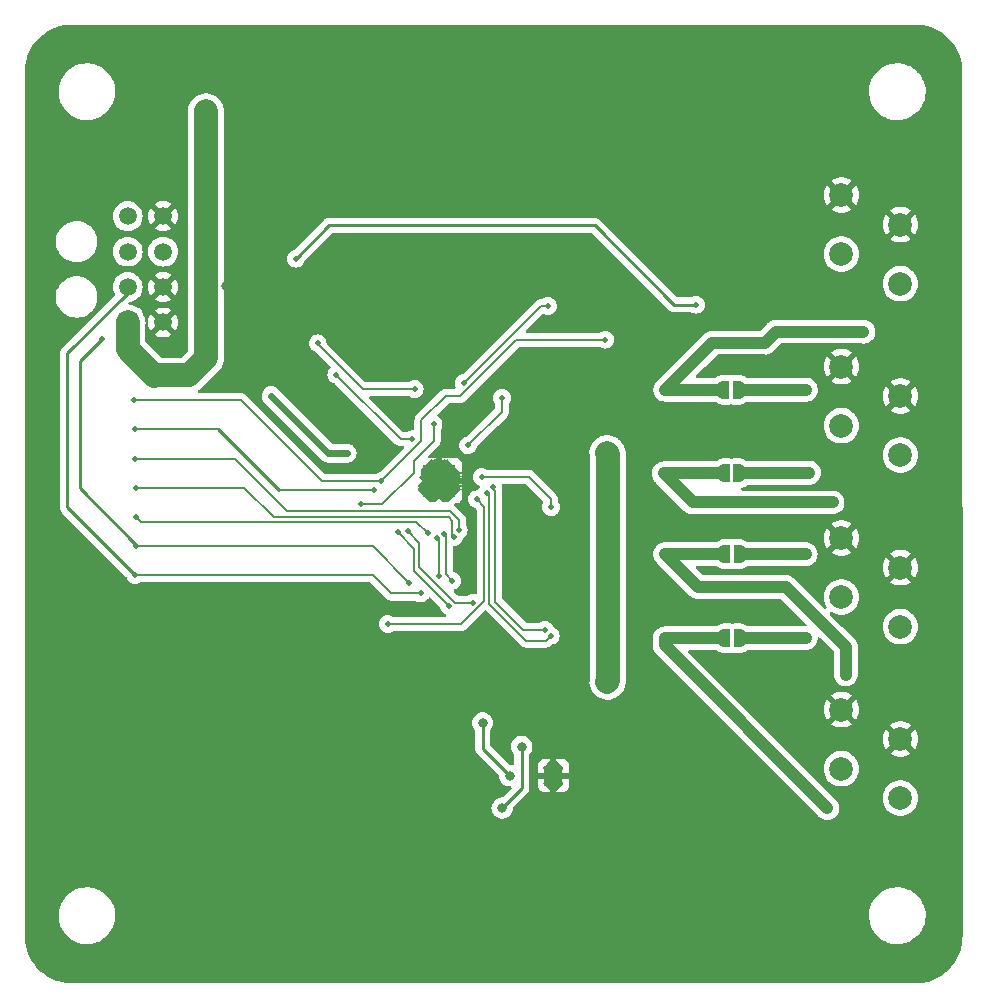
<source format=gbl>
G04 #@! TF.GenerationSoftware,KiCad,Pcbnew,7.0.6-0*
G04 #@! TF.CreationDate,2023-09-08T10:13:38-03:00*
G04 #@! TF.ProjectId,expansao_bateria_rev1.1,65787061-6e73-4616-9f5f-626174657269,rev?*
G04 #@! TF.SameCoordinates,Original*
G04 #@! TF.FileFunction,Copper,L2,Bot*
G04 #@! TF.FilePolarity,Positive*
%FSLAX46Y46*%
G04 Gerber Fmt 4.6, Leading zero omitted, Abs format (unit mm)*
G04 Created by KiCad (PCBNEW 7.0.6-0) date 2023-09-08 10:13:38*
%MOMM*%
%LPD*%
G01*
G04 APERTURE LIST*
G04 Aperture macros list*
%AMFreePoly0*
4,1,19,0.500000,-0.750000,0.000000,-0.750000,0.000000,-0.744911,-0.071157,-0.744911,-0.207708,-0.704816,-0.327430,-0.627875,-0.420627,-0.520320,-0.479746,-0.390866,-0.500000,-0.250000,-0.500000,0.250000,-0.479746,0.390866,-0.420627,0.520320,-0.327430,0.627875,-0.207708,0.704816,-0.071157,0.744911,0.000000,0.744911,0.000000,0.750000,0.500000,0.750000,0.500000,-0.750000,0.500000,-0.750000,
$1*%
%AMFreePoly1*
4,1,19,0.000000,0.744911,0.071157,0.744911,0.207708,0.704816,0.327430,0.627875,0.420627,0.520320,0.479746,0.390866,0.500000,0.250000,0.500000,-0.250000,0.479746,-0.390866,0.420627,-0.520320,0.327430,-0.627875,0.207708,-0.704816,0.071157,-0.744911,0.000000,-0.744911,0.000000,-0.750000,-0.500000,-0.750000,-0.500000,0.750000,0.000000,0.750000,0.000000,0.744911,0.000000,0.744911,
$1*%
G04 Aperture macros list end*
G04 #@! TA.AperFunction,ComponentPad*
%ADD10C,0.500000*%
G04 #@! TD*
G04 #@! TA.AperFunction,SMDPad,CuDef*
%ADD11R,1.600000X1.800000*%
G04 #@! TD*
G04 #@! TA.AperFunction,ComponentPad*
%ADD12C,2.000000*%
G04 #@! TD*
G04 #@! TA.AperFunction,ComponentPad*
%ADD13C,0.600000*%
G04 #@! TD*
G04 #@! TA.AperFunction,SMDPad,CuDef*
%ADD14R,2.800000X2.800000*%
G04 #@! TD*
G04 #@! TA.AperFunction,ComponentPad*
%ADD15R,1.520000X1.520000*%
G04 #@! TD*
G04 #@! TA.AperFunction,ComponentPad*
%ADD16C,1.520000*%
G04 #@! TD*
G04 #@! TA.AperFunction,SMDPad,CuDef*
%ADD17FreePoly0,0.000000*%
G04 #@! TD*
G04 #@! TA.AperFunction,SMDPad,CuDef*
%ADD18FreePoly1,0.000000*%
G04 #@! TD*
G04 #@! TA.AperFunction,ViaPad*
%ADD19C,0.800000*%
G04 #@! TD*
G04 #@! TA.AperFunction,ViaPad*
%ADD20C,0.500000*%
G04 #@! TD*
G04 #@! TA.AperFunction,Conductor*
%ADD21C,2.000000*%
G04 #@! TD*
G04 #@! TA.AperFunction,Conductor*
%ADD22C,0.600000*%
G04 #@! TD*
G04 #@! TA.AperFunction,Conductor*
%ADD23C,1.000000*%
G04 #@! TD*
G04 #@! TA.AperFunction,Conductor*
%ADD24C,0.200000*%
G04 #@! TD*
G04 #@! TA.AperFunction,Conductor*
%ADD25C,0.250000*%
G04 #@! TD*
G04 #@! TA.AperFunction,Conductor*
%ADD26C,0.150000*%
G04 #@! TD*
G04 APERTURE END LIST*
D10*
X45392000Y-64300000D03*
X45392000Y-63000000D03*
D11*
X44842000Y-63650000D03*
D10*
X44292000Y-64300000D03*
X44292000Y-63000000D03*
D12*
X74227000Y-51045000D03*
X69227000Y-48545000D03*
X74227000Y-46045000D03*
X69227000Y-43545000D03*
D13*
X34086000Y-37589000D03*
X34086000Y-38689000D03*
X34086000Y-39789000D03*
X35186000Y-37589000D03*
X35186000Y-38689000D03*
D14*
X35186000Y-38689000D03*
D13*
X35186000Y-39789000D03*
X36286000Y-37589000D03*
X36286000Y-38689000D03*
X36286000Y-39789000D03*
D12*
X74227000Y-36523000D03*
X69227000Y-34023000D03*
X74227000Y-31523000D03*
X69227000Y-29023000D03*
D15*
X8799000Y-25288000D03*
D16*
X8799000Y-22288000D03*
X8799000Y-19288000D03*
X8799000Y-16288000D03*
X11799000Y-25288000D03*
X11799000Y-22288000D03*
X11799000Y-19288000D03*
X11799000Y-16288000D03*
D12*
X74227000Y-22001000D03*
X69227000Y-19501000D03*
X74227000Y-17001000D03*
X69227000Y-14501000D03*
X74227000Y-65567000D03*
X69227000Y-63067000D03*
X74227000Y-60567000D03*
X69227000Y-58067000D03*
D17*
X59311000Y-52028000D03*
D18*
X60611000Y-52028000D03*
D17*
X59264000Y-38059000D03*
D18*
X60564000Y-38059000D03*
D17*
X59311000Y-44898000D03*
D18*
X60611000Y-44898000D03*
D17*
X59231000Y-30980000D03*
D18*
X60531000Y-30980000D03*
D19*
X49398000Y-36332000D03*
X49405000Y-55721000D03*
X49409000Y-38022000D03*
X49396000Y-37169000D03*
D20*
X68210000Y-7209000D03*
D19*
X40537000Y-59909000D03*
D20*
X30812000Y-49052000D03*
D19*
X20659000Y-20767000D03*
D20*
X55682000Y-25381000D03*
X61930000Y-23905000D03*
D19*
X38599000Y-66682000D03*
D20*
X24089000Y-1212000D03*
D19*
X17102000Y-22226000D03*
D20*
X27461000Y-11784000D03*
X11844000Y-6346000D03*
D19*
X45976000Y-41424000D03*
D20*
X19407000Y-73679000D03*
X27623000Y-6578000D03*
X13294000Y-78470000D03*
X1011000Y-11550000D03*
X48732000Y-3701000D03*
D19*
X27379000Y-18720000D03*
D20*
X26524000Y-12487000D03*
X2617000Y-57573000D03*
X59896000Y-79551000D03*
X5948000Y-61907000D03*
X62841000Y-65184000D03*
D19*
X47499000Y-49337000D03*
D20*
X68027000Y-72966000D03*
X10290000Y-11998000D03*
X74065000Y-29596000D03*
X50785000Y-61419000D03*
X72728000Y-41476000D03*
X27168000Y-37687000D03*
X20963000Y-31491000D03*
X27375000Y-36351000D03*
X71084000Y-26073000D03*
X68477000Y-40526000D03*
D19*
X54291000Y-44898000D03*
D20*
X68043000Y-66411000D03*
D19*
X54253000Y-52028000D03*
D20*
X69613000Y-55101000D03*
D19*
X54183000Y-38059000D03*
X54309000Y-30980000D03*
D20*
X34697000Y-33897000D03*
X28586000Y-40694548D03*
X35981144Y-49264256D03*
X31689000Y-43060000D03*
D19*
X42169500Y-61202000D03*
X40508500Y-66405000D03*
D20*
X23029000Y-19885000D03*
X56910000Y-23789000D03*
X14906000Y-7485000D03*
X16019000Y-7485000D03*
X15462500Y-7485000D03*
X15462500Y-8027000D03*
X15462500Y-6943000D03*
D19*
X66231000Y-30980000D03*
X66502334Y-37995666D03*
X66202000Y-44891000D03*
X66210000Y-52026000D03*
D20*
X26472000Y-29697000D03*
X32910000Y-35171000D03*
X40492000Y-31661000D03*
X37626000Y-35701000D03*
X44648000Y-40917998D03*
X38779000Y-38363000D03*
X44376000Y-23887000D03*
X37250000Y-30409000D03*
X24889000Y-27057998D03*
X33110000Y-30934000D03*
X38365000Y-40265000D03*
X30841000Y-50804000D03*
X34211454Y-43136246D03*
X9481000Y-41741000D03*
X32526000Y-42978000D03*
X38057000Y-49010000D03*
X6586000Y-26714000D03*
X32620000Y-47316000D03*
X35186000Y-46766000D03*
X34981000Y-43502500D03*
X9532000Y-44207000D03*
X33628000Y-48233000D03*
X9445000Y-46673000D03*
X35612896Y-43202482D03*
X36285000Y-47144000D03*
X9351000Y-31877000D03*
X30285500Y-38711291D03*
X49253000Y-26754000D03*
X36831000Y-42854000D03*
X9435000Y-36809000D03*
D19*
X41145500Y-63650000D03*
X38858500Y-59194000D03*
D20*
X29696103Y-39514103D03*
X9416000Y-34343000D03*
X39717166Y-39199834D03*
X44113001Y-51326000D03*
X39186834Y-39730166D03*
X44616484Y-51811601D03*
X36452625Y-43442334D03*
X9535000Y-39275000D03*
D21*
X49458000Y-55668000D02*
X49458000Y-36392000D01*
X49458000Y-36392000D02*
X49398000Y-36332000D01*
X49405000Y-55721000D02*
X49458000Y-55668000D01*
D22*
X27375000Y-36351000D02*
X25777000Y-36351000D01*
X20963000Y-31537000D02*
X20963000Y-31491000D01*
X25777000Y-36351000D02*
X20963000Y-31537000D01*
D23*
X54253000Y-52621000D02*
X54253000Y-52028000D01*
X57076000Y-47683000D02*
X54291000Y-44898000D01*
X71084000Y-26073000D02*
X71068000Y-26057000D01*
X59311000Y-44898000D02*
X54291000Y-44898000D01*
X59311000Y-52028000D02*
X54253000Y-52028000D01*
X68477000Y-40526000D02*
X56650000Y-40526000D01*
X68043000Y-66411000D02*
X54253000Y-52621000D01*
X63698503Y-26057000D02*
X62758503Y-26997000D01*
X69613000Y-55101000D02*
X69613000Y-52763000D01*
X56650000Y-40526000D02*
X54183000Y-38059000D01*
X58292000Y-26997000D02*
X54309000Y-30980000D01*
X59264000Y-38059000D02*
X54183000Y-38059000D01*
X62758503Y-26997000D02*
X58292000Y-26997000D01*
X64533000Y-47683000D02*
X57076000Y-47683000D01*
X71068000Y-26057000D02*
X63698503Y-26057000D01*
X69613000Y-52763000D02*
X64533000Y-47683000D01*
X59231000Y-30980000D02*
X54309000Y-30980000D01*
D24*
X30320452Y-40694548D02*
X33010000Y-38005000D01*
X33010000Y-36977318D02*
X34697000Y-35290318D01*
X28586000Y-40694548D02*
X30320452Y-40694548D01*
X33010000Y-38005000D02*
X33010000Y-36977318D01*
X34697000Y-35290318D02*
X34697000Y-33897000D01*
X33066000Y-46349112D02*
X33066000Y-44437000D01*
X35981144Y-49264256D02*
X33066000Y-46349112D01*
X33066000Y-44437000D02*
X31689000Y-43060000D01*
D25*
X42169500Y-64744000D02*
X40508500Y-66405000D01*
X42169500Y-61202000D02*
X42169500Y-64744000D01*
X55073000Y-23789000D02*
X56910000Y-23789000D01*
X23029000Y-19885000D02*
X25864000Y-17050000D01*
X25864000Y-17050000D02*
X48334000Y-17050000D01*
X48334000Y-17050000D02*
X55073000Y-23789000D01*
D21*
X15434000Y-7506000D02*
X15458000Y-7482000D01*
X15458000Y-7482000D02*
X15434000Y-7458000D01*
X8799000Y-27551000D02*
X11027500Y-29779500D01*
X15434000Y-7458000D02*
X15434000Y-7392000D01*
X8799000Y-25288000D02*
X8799000Y-27551000D01*
X15434000Y-28323000D02*
X15434000Y-7506000D01*
X11027500Y-29779500D02*
X11042000Y-29765000D01*
X13992000Y-29765000D02*
X15434000Y-28323000D01*
X11042000Y-29765000D02*
X13992000Y-29765000D01*
D23*
X66231000Y-30980000D02*
X60531000Y-30980000D01*
X66502334Y-37995666D02*
X66439000Y-38059000D01*
X66439000Y-38059000D02*
X60564000Y-38059000D01*
X60611000Y-44898000D02*
X66195000Y-44898000D01*
X66195000Y-44898000D02*
X66202000Y-44891000D01*
X66210000Y-52026000D02*
X60613000Y-52026000D01*
X60613000Y-52026000D02*
X60611000Y-52028000D01*
D26*
X31904000Y-35171000D02*
X26472000Y-29739000D01*
X32910000Y-35171000D02*
X31904000Y-35171000D01*
X26472000Y-29739000D02*
X26472000Y-29697000D01*
D24*
X37626000Y-35701000D02*
X40492000Y-32835000D01*
X40492000Y-32835000D02*
X40492000Y-31661000D01*
D26*
X42792000Y-38405000D02*
X42792000Y-38363000D01*
X42792000Y-38363000D02*
X38779000Y-38363000D01*
X44648000Y-40917998D02*
X44648000Y-40261000D01*
X44648000Y-40261000D02*
X42792000Y-38405000D01*
X37250000Y-30409000D02*
X43772000Y-23887000D01*
X43772000Y-23887000D02*
X44376000Y-23887000D01*
X33110000Y-30934000D02*
X28696000Y-30934000D01*
X28696000Y-30934000D02*
X24889000Y-27127000D01*
X24889000Y-27127000D02*
X24889000Y-27057998D01*
D24*
X37040818Y-50804000D02*
X30841000Y-50804000D01*
X39011000Y-48833818D02*
X37040818Y-50804000D01*
X39011000Y-40911000D02*
X39011000Y-48833818D01*
X38365000Y-40265000D02*
X39011000Y-40911000D01*
X33251264Y-42176056D02*
X34211454Y-43136246D01*
X9916056Y-42176056D02*
X33251264Y-42176056D01*
X9481000Y-41741000D02*
X9916056Y-42176056D01*
X33466000Y-45972000D02*
X36504000Y-49010000D01*
X32526000Y-42978000D02*
X33466000Y-43918000D01*
X36504000Y-49010000D02*
X38057000Y-49010000D01*
X33466000Y-43918000D02*
X33466000Y-45972000D01*
X35186000Y-43707500D02*
X34981000Y-43502500D01*
X29534000Y-44230000D02*
X32620000Y-47316000D01*
D25*
X9532000Y-44123000D02*
X4723000Y-39314000D01*
X5760000Y-27540000D02*
X6586000Y-26714000D01*
D24*
X9532000Y-44207000D02*
X29534000Y-44207000D01*
X35186000Y-46766000D02*
X35186000Y-43707500D01*
D25*
X4723000Y-28574000D02*
X5757000Y-27540000D01*
X9532000Y-44207000D02*
X9532000Y-44123000D01*
X5757000Y-27540000D02*
X5760000Y-27540000D01*
X4723000Y-39314000D02*
X4723000Y-28574000D01*
D24*
X29534000Y-44207000D02*
X29534000Y-44230000D01*
X33628000Y-48233000D02*
X31137000Y-48233000D01*
X29577000Y-46673000D02*
X9445000Y-46673000D01*
D25*
X9434000Y-46673000D02*
X9445000Y-46673000D01*
D24*
X31137000Y-48233000D02*
X29577000Y-46673000D01*
D25*
X8799000Y-22796000D02*
X3687000Y-27908000D01*
D24*
X35736000Y-46435000D02*
X35736000Y-46595000D01*
D25*
X3687000Y-27908000D02*
X3687000Y-40926000D01*
D24*
X35612896Y-43202482D02*
X35736000Y-43325586D01*
D25*
X8799000Y-22288000D02*
X8799000Y-22796000D01*
D24*
X35736000Y-46595000D02*
X36285000Y-47144000D01*
X35736000Y-43325586D02*
X35736000Y-46435000D01*
D25*
X3687000Y-40926000D02*
X9434000Y-46673000D01*
D24*
X30285500Y-38711291D02*
X25222291Y-38711291D01*
X41674000Y-26754000D02*
X41580000Y-26848000D01*
X9351000Y-31877000D02*
X9342000Y-31886000D01*
X25222291Y-38711291D02*
X18388000Y-31877000D01*
X36924818Y-31512000D02*
X35741000Y-31512000D01*
X41580000Y-26856818D02*
X36924818Y-31512000D01*
X35741000Y-31512000D02*
X33676000Y-33577000D01*
X18388000Y-31877000D02*
X9351000Y-31877000D01*
X49253000Y-26754000D02*
X41674000Y-26754000D01*
X33676000Y-35320791D02*
X30285500Y-38711291D01*
X41580000Y-26848000D02*
X41580000Y-26856818D01*
X33676000Y-33577000D02*
X33676000Y-35320791D01*
X36071952Y-41244048D02*
X36831000Y-42003096D01*
X9435000Y-36809000D02*
X17870000Y-36809000D01*
X22286048Y-41244048D02*
X36071952Y-41244048D01*
X21982866Y-40921866D02*
X21982866Y-40940866D01*
X36831000Y-42003096D02*
X36831000Y-42854000D01*
X17870000Y-36809000D02*
X21982866Y-40921866D01*
X21982866Y-40940866D02*
X22286048Y-41244048D01*
D25*
X41145500Y-63650000D02*
X38858500Y-61363000D01*
X38858500Y-61363000D02*
X38858500Y-59194000D01*
D24*
X16441000Y-34343000D02*
X9416000Y-34343000D01*
X29696103Y-39514103D02*
X21612103Y-39514103D01*
X9416000Y-34343000D02*
X9333000Y-34426000D01*
D25*
X21612103Y-39514103D02*
X16441000Y-34343000D01*
D24*
X42289200Y-51326000D02*
X39883000Y-48919800D01*
X44113001Y-51326000D02*
X42289200Y-51326000D01*
X39717166Y-39411967D02*
X39717166Y-39199834D01*
X39883000Y-48919800D02*
X39883000Y-39577801D01*
X39883000Y-39577801D02*
X39717166Y-39411967D01*
X39398967Y-39730166D02*
X39186834Y-39730166D01*
X39433000Y-39764199D02*
X39398967Y-39730166D01*
X44616484Y-51811601D02*
X44207652Y-52220433D01*
X39433000Y-49106200D02*
X39433000Y-39764199D01*
X42547233Y-52220433D02*
X39433000Y-49106200D01*
X44207652Y-52220433D02*
X42547233Y-52220433D01*
X36281000Y-42083000D02*
X36281000Y-43270709D01*
X9477000Y-39275000D02*
X18648000Y-39275000D01*
X21149056Y-41776056D02*
X35974056Y-41776056D01*
X18648000Y-39275000D02*
X21149056Y-41776056D01*
X9496000Y-39256000D02*
X9477000Y-39275000D01*
X35974056Y-41776056D02*
X36281000Y-42083000D01*
X36281000Y-43270709D02*
X36452625Y-43442334D01*
G04 #@! TA.AperFunction,Conductor*
G36*
X75479423Y-64566D02*
G01*
X75518986Y-66394D01*
X75650950Y-72495D01*
X75850549Y-82302D01*
X75856048Y-82819D01*
X76041357Y-108668D01*
X76227828Y-136329D01*
X76232871Y-137294D01*
X76417341Y-180681D01*
X76598221Y-225989D01*
X76602797Y-227327D01*
X76783568Y-287916D01*
X76958339Y-350450D01*
X76962471Y-352100D01*
X77020986Y-377936D01*
X77137474Y-429370D01*
X77304973Y-508592D01*
X77308601Y-510457D01*
X77476128Y-603770D01*
X77476142Y-603778D01*
X77634964Y-698972D01*
X77638119Y-700996D01*
X77796603Y-809559D01*
X77945377Y-919897D01*
X77948001Y-921957D01*
X78096027Y-1044876D01*
X78233321Y-1169314D01*
X78235514Y-1171402D01*
X78370596Y-1306484D01*
X78372695Y-1308688D01*
X78497129Y-1445980D01*
X78620034Y-1593989D01*
X78622109Y-1596632D01*
X78732443Y-1745400D01*
X78841002Y-1903879D01*
X78843032Y-1907044D01*
X78938221Y-2065857D01*
X79031527Y-2233371D01*
X79033410Y-2237034D01*
X79112638Y-2404547D01*
X79189899Y-2579527D01*
X79191558Y-2583685D01*
X79254093Y-2758459D01*
X79314662Y-2939173D01*
X79316018Y-2943812D01*
X79361317Y-3124654D01*
X79404696Y-3309090D01*
X79405672Y-3314189D01*
X79433337Y-3500689D01*
X79459177Y-3685933D01*
X79459697Y-3691459D01*
X79469512Y-3891238D01*
X79477434Y-4062578D01*
X79477500Y-4065436D01*
X79483499Y-77256560D01*
X79483433Y-77259427D01*
X79475513Y-77430837D01*
X79465707Y-77630539D01*
X79465187Y-77636066D01*
X79439346Y-77821341D01*
X79411689Y-78007807D01*
X79410713Y-78012906D01*
X79367328Y-78197388D01*
X79322044Y-78378180D01*
X79320688Y-78382820D01*
X79260113Y-78563564D01*
X79197580Y-78738338D01*
X79195921Y-78742496D01*
X79118654Y-78917494D01*
X79039452Y-79084958D01*
X79037569Y-79088619D01*
X78944247Y-79256171D01*
X78849053Y-79414994D01*
X78847023Y-79418159D01*
X78738471Y-79576626D01*
X78628146Y-79725384D01*
X78626045Y-79728059D01*
X78503167Y-79876037D01*
X78378720Y-80013343D01*
X78376621Y-80015547D01*
X78241547Y-80150621D01*
X78239343Y-80152720D01*
X78102037Y-80277167D01*
X77954059Y-80400045D01*
X77951384Y-80402146D01*
X77802626Y-80512471D01*
X77644159Y-80621023D01*
X77640994Y-80623053D01*
X77482171Y-80718247D01*
X77314619Y-80811569D01*
X77310958Y-80813452D01*
X77143494Y-80892654D01*
X76968496Y-80969921D01*
X76964338Y-80971580D01*
X76789564Y-81034113D01*
X76608820Y-81094688D01*
X76604180Y-81096044D01*
X76423388Y-81141328D01*
X76238905Y-81184714D01*
X76233805Y-81185690D01*
X76177607Y-81194025D01*
X76159392Y-81195367D01*
X3474516Y-81181647D01*
X3456345Y-81180305D01*
X3334631Y-81162251D01*
X3329532Y-81161275D01*
X3145026Y-81117882D01*
X3009191Y-81083858D01*
X2964240Y-81072598D01*
X2959605Y-81071243D01*
X2778877Y-81010670D01*
X2604097Y-80948133D01*
X2599940Y-80946474D01*
X2424962Y-80869215D01*
X2257460Y-80789992D01*
X2253798Y-80788109D01*
X2086283Y-80694805D01*
X1927457Y-80599609D01*
X1924292Y-80597579D01*
X1765809Y-80489016D01*
X1617072Y-80378704D01*
X1614397Y-80376604D01*
X1466400Y-80253710D01*
X1329114Y-80129282D01*
X1326910Y-80127183D01*
X1191815Y-79992088D01*
X1189716Y-79989884D01*
X1065289Y-79852599D01*
X942394Y-79704601D01*
X940294Y-79701926D01*
X829983Y-79553190D01*
X721419Y-79394706D01*
X719397Y-79391553D01*
X624193Y-79232714D01*
X530889Y-79065200D01*
X529014Y-79061555D01*
X449786Y-78894042D01*
X372524Y-78719058D01*
X370865Y-78714901D01*
X308329Y-78540122D01*
X247748Y-78359369D01*
X246409Y-78354793D01*
X201110Y-78173944D01*
X157716Y-77989441D01*
X156750Y-77984392D01*
X129089Y-77797903D01*
X106514Y-77636066D01*
X103246Y-77612639D01*
X102727Y-77607136D01*
X92890Y-77406854D01*
X84991Y-77235983D01*
X84926Y-77233196D01*
X84842Y-75439903D01*
X2948793Y-75439903D01*
X2958672Y-75747970D01*
X2958672Y-75747975D01*
X2958673Y-75747978D01*
X3007867Y-76052261D01*
X3052137Y-76201419D01*
X3095571Y-76347763D01*
X3220333Y-76629601D01*
X3220337Y-76629609D01*
X3380123Y-76893193D01*
X3380127Y-76893198D01*
X3380133Y-76893207D01*
X3572297Y-77134174D01*
X3572299Y-77134176D01*
X3572303Y-77134180D01*
X3572304Y-77134181D01*
X3793724Y-77348614D01*
X3960862Y-77473352D01*
X4040741Y-77532968D01*
X4040743Y-77532969D01*
X4040747Y-77532972D01*
X4309318Y-77684228D01*
X4450057Y-77741207D01*
X4595018Y-77799897D01*
X4595023Y-77799898D01*
X4595025Y-77799899D01*
X4893179Y-77878084D01*
X5198883Y-77917500D01*
X5198890Y-77917500D01*
X5429980Y-77917500D01*
X5528814Y-77911154D01*
X5660601Y-77902693D01*
X5963151Y-77843772D01*
X6255683Y-77746644D01*
X6255689Y-77746640D01*
X6255693Y-77746640D01*
X6504066Y-77627030D01*
X6533393Y-77612907D01*
X6791720Y-77444754D01*
X7026424Y-77244948D01*
X7233650Y-77016769D01*
X7409996Y-76763963D01*
X7552567Y-76490683D01*
X7659020Y-76201415D01*
X7727609Y-75900908D01*
X7757206Y-75594098D01*
X7752261Y-75439903D01*
X71557793Y-75439903D01*
X71567672Y-75747970D01*
X71567672Y-75747975D01*
X71567673Y-75747978D01*
X71616867Y-76052261D01*
X71661137Y-76201419D01*
X71704571Y-76347763D01*
X71829333Y-76629601D01*
X71829337Y-76629609D01*
X71989123Y-76893193D01*
X71989127Y-76893198D01*
X71989133Y-76893207D01*
X72181297Y-77134174D01*
X72181299Y-77134176D01*
X72181303Y-77134180D01*
X72181304Y-77134181D01*
X72402724Y-77348614D01*
X72569862Y-77473352D01*
X72649741Y-77532968D01*
X72649743Y-77532969D01*
X72649747Y-77532972D01*
X72918318Y-77684228D01*
X73059057Y-77741207D01*
X73204018Y-77799897D01*
X73204023Y-77799898D01*
X73204025Y-77799899D01*
X73502179Y-77878084D01*
X73807883Y-77917500D01*
X73807890Y-77917500D01*
X74038980Y-77917500D01*
X74137814Y-77911154D01*
X74269601Y-77902693D01*
X74572151Y-77843772D01*
X74864683Y-77746644D01*
X74864689Y-77746640D01*
X74864693Y-77746640D01*
X75113066Y-77627030D01*
X75142393Y-77612907D01*
X75400720Y-77444754D01*
X75635424Y-77244948D01*
X75842650Y-77016769D01*
X76018996Y-76763963D01*
X76161567Y-76490683D01*
X76268020Y-76201415D01*
X76336609Y-75900908D01*
X76366206Y-75594098D01*
X76356327Y-75286022D01*
X76307133Y-74981739D01*
X76219431Y-74686244D01*
X76219429Y-74686239D01*
X76219428Y-74686236D01*
X76094666Y-74404398D01*
X76094663Y-74404391D01*
X75934877Y-74140807D01*
X75934870Y-74140799D01*
X75934866Y-74140792D01*
X75742702Y-73899825D01*
X75742700Y-73899823D01*
X75521279Y-73685389D01*
X75521276Y-73685386D01*
X75392450Y-73589241D01*
X75274258Y-73501031D01*
X75274253Y-73501028D01*
X75005682Y-73349772D01*
X74968383Y-73334671D01*
X74719981Y-73234102D01*
X74552660Y-73190226D01*
X74421821Y-73155916D01*
X74116117Y-73116500D01*
X73885026Y-73116500D01*
X73885020Y-73116500D01*
X73654406Y-73131306D01*
X73654389Y-73131308D01*
X73351854Y-73190226D01*
X73351849Y-73190228D01*
X73059310Y-73287358D01*
X73059306Y-73287359D01*
X72781613Y-73421089D01*
X72781605Y-73421094D01*
X72523286Y-73589241D01*
X72523276Y-73589248D01*
X72288581Y-73789046D01*
X72288571Y-73789056D01*
X72081354Y-74017225D01*
X72081350Y-74017229D01*
X71905005Y-74270033D01*
X71905003Y-74270037D01*
X71762432Y-74543319D01*
X71762429Y-74543326D01*
X71655981Y-74832580D01*
X71655979Y-74832590D01*
X71587391Y-75133089D01*
X71557794Y-75439902D01*
X71557793Y-75439903D01*
X7752261Y-75439903D01*
X7747327Y-75286022D01*
X7698133Y-74981739D01*
X7610431Y-74686244D01*
X7610429Y-74686239D01*
X7610428Y-74686236D01*
X7485666Y-74404398D01*
X7485663Y-74404391D01*
X7325877Y-74140807D01*
X7325870Y-74140799D01*
X7325866Y-74140792D01*
X7133702Y-73899825D01*
X7133700Y-73899823D01*
X6912279Y-73685389D01*
X6912276Y-73685386D01*
X6783450Y-73589241D01*
X6665258Y-73501031D01*
X6665253Y-73501028D01*
X6396682Y-73349772D01*
X6359383Y-73334671D01*
X6110981Y-73234102D01*
X5943660Y-73190226D01*
X5812821Y-73155916D01*
X5507117Y-73116500D01*
X5276026Y-73116500D01*
X5276020Y-73116500D01*
X5045406Y-73131306D01*
X5045389Y-73131308D01*
X4742854Y-73190226D01*
X4742849Y-73190228D01*
X4450310Y-73287358D01*
X4450306Y-73287359D01*
X4172613Y-73421089D01*
X4172605Y-73421094D01*
X3914286Y-73589241D01*
X3914276Y-73589248D01*
X3679581Y-73789046D01*
X3679571Y-73789056D01*
X3472354Y-74017225D01*
X3472350Y-74017229D01*
X3296005Y-74270033D01*
X3296003Y-74270037D01*
X3153432Y-74543319D01*
X3153429Y-74543326D01*
X3046981Y-74832580D01*
X3046979Y-74832590D01*
X2978391Y-75133089D01*
X2948794Y-75439902D01*
X2948793Y-75439903D01*
X84842Y-75439903D01*
X84081Y-59194000D01*
X37953040Y-59194000D01*
X37972826Y-59382256D01*
X37972827Y-59382259D01*
X38031318Y-59562277D01*
X38031321Y-59562284D01*
X38125967Y-59726216D01*
X38169272Y-59774310D01*
X38201150Y-59809715D01*
X38231380Y-59872706D01*
X38233000Y-59892687D01*
X38233000Y-61280255D01*
X38231275Y-61295872D01*
X38231561Y-61295899D01*
X38230826Y-61303665D01*
X38233000Y-61372814D01*
X38233000Y-61402343D01*
X38233001Y-61402360D01*
X38233868Y-61409231D01*
X38234326Y-61415050D01*
X38235790Y-61461624D01*
X38235791Y-61461627D01*
X38241380Y-61480867D01*
X38245324Y-61499911D01*
X38247836Y-61519791D01*
X38264990Y-61563119D01*
X38266882Y-61568647D01*
X38279881Y-61613388D01*
X38290080Y-61630634D01*
X38298638Y-61648103D01*
X38306014Y-61666732D01*
X38333398Y-61704423D01*
X38336606Y-61709307D01*
X38360327Y-61749416D01*
X38360333Y-61749424D01*
X38374490Y-61763580D01*
X38387128Y-61778376D01*
X38398905Y-61794586D01*
X38398906Y-61794587D01*
X38434809Y-61824288D01*
X38439120Y-61828210D01*
X39925721Y-63314812D01*
X40206538Y-63595629D01*
X40240023Y-63656952D01*
X40242178Y-63670348D01*
X40250468Y-63749227D01*
X40259826Y-63838256D01*
X40259827Y-63838259D01*
X40318318Y-64018277D01*
X40318321Y-64018284D01*
X40412967Y-64182216D01*
X40524895Y-64306524D01*
X40539629Y-64322888D01*
X40692765Y-64434148D01*
X40692770Y-64434151D01*
X40865692Y-64511142D01*
X40865697Y-64511144D01*
X41050854Y-64550500D01*
X41050855Y-64550500D01*
X41179047Y-64550500D01*
X41246086Y-64570185D01*
X41291841Y-64622989D01*
X41301785Y-64692147D01*
X41272760Y-64755703D01*
X41266728Y-64762181D01*
X40560728Y-65468181D01*
X40499405Y-65501666D01*
X40473047Y-65504500D01*
X40413854Y-65504500D01*
X40381397Y-65511398D01*
X40228697Y-65543855D01*
X40228692Y-65543857D01*
X40055770Y-65620848D01*
X40055765Y-65620851D01*
X39902629Y-65732111D01*
X39775966Y-65872785D01*
X39681321Y-66036715D01*
X39681318Y-66036722D01*
X39649597Y-66134351D01*
X39622826Y-66216744D01*
X39603040Y-66405000D01*
X39622826Y-66593256D01*
X39622827Y-66593259D01*
X39681318Y-66773277D01*
X39681321Y-66773284D01*
X39775967Y-66937216D01*
X39856422Y-67026570D01*
X39902629Y-67077888D01*
X40055765Y-67189148D01*
X40055770Y-67189151D01*
X40228692Y-67266142D01*
X40228697Y-67266144D01*
X40413854Y-67305500D01*
X40413855Y-67305500D01*
X40603144Y-67305500D01*
X40603146Y-67305500D01*
X40788303Y-67266144D01*
X40961230Y-67189151D01*
X41114371Y-67077888D01*
X41241033Y-66937216D01*
X41335679Y-66773284D01*
X41394174Y-66593256D01*
X41411821Y-66425345D01*
X41438405Y-66360732D01*
X41447452Y-66350636D01*
X42553286Y-65244802D01*
X42565548Y-65234980D01*
X42565365Y-65234759D01*
X42571367Y-65229792D01*
X42571377Y-65229786D01*
X42618741Y-65179348D01*
X42639620Y-65158470D01*
X42643873Y-65152986D01*
X42647650Y-65148563D01*
X42679562Y-65114582D01*
X42689214Y-65097023D01*
X42699889Y-65080772D01*
X42712174Y-65064936D01*
X42730686Y-65022152D01*
X42733242Y-65016935D01*
X42755697Y-64976092D01*
X42760680Y-64956680D01*
X42766977Y-64938291D01*
X42774938Y-64919895D01*
X42782229Y-64873853D01*
X42783408Y-64868162D01*
X42795000Y-64823019D01*
X42795000Y-64802982D01*
X42796527Y-64783582D01*
X42799660Y-64763803D01*
X42799660Y-64763800D01*
X42798522Y-64751768D01*
X42795272Y-64717394D01*
X42795000Y-64711599D01*
X42795000Y-64300000D01*
X43537254Y-64300000D01*
X43541610Y-64338656D01*
X43542000Y-64345604D01*
X43542000Y-64597844D01*
X43548401Y-64657372D01*
X43548403Y-64657379D01*
X43598645Y-64792086D01*
X43598649Y-64792093D01*
X43684809Y-64907187D01*
X43684812Y-64907190D01*
X43799906Y-64993350D01*
X43799913Y-64993354D01*
X43934620Y-65043596D01*
X43934627Y-65043598D01*
X43994155Y-65049999D01*
X43994172Y-65050000D01*
X44246395Y-65050000D01*
X44253343Y-65050390D01*
X44291998Y-65054746D01*
X44292002Y-65054746D01*
X44330657Y-65050390D01*
X44337605Y-65050000D01*
X44592000Y-65050000D01*
X45092000Y-65050000D01*
X45346395Y-65050000D01*
X45353343Y-65050390D01*
X45391998Y-65054746D01*
X45392002Y-65054746D01*
X45430657Y-65050390D01*
X45437605Y-65050000D01*
X45689828Y-65050000D01*
X45689844Y-65049999D01*
X45749372Y-65043598D01*
X45749379Y-65043596D01*
X45884086Y-64993354D01*
X45884093Y-64993350D01*
X45999187Y-64907190D01*
X45999190Y-64907187D01*
X46085350Y-64792093D01*
X46085354Y-64792086D01*
X46135596Y-64657379D01*
X46135598Y-64657372D01*
X46141999Y-64597844D01*
X46142000Y-64597827D01*
X46142000Y-64345604D01*
X46142390Y-64338656D01*
X46146746Y-64300000D01*
X46146746Y-64299999D01*
X46142390Y-64261343D01*
X46142000Y-64254395D01*
X46142000Y-63900000D01*
X45345553Y-63900000D01*
X45392000Y-63946447D01*
X45657871Y-64212319D01*
X45691356Y-64273642D01*
X45686372Y-64343334D01*
X45657871Y-64387681D01*
X45092000Y-64953552D01*
X45092000Y-65050000D01*
X44592000Y-65050000D01*
X44592000Y-64953553D01*
X44026128Y-64387681D01*
X43992643Y-64326358D01*
X43994528Y-64300000D01*
X44136709Y-64300000D01*
X44157514Y-64377645D01*
X44214355Y-64434486D01*
X44272254Y-64450000D01*
X44311746Y-64450000D01*
X44369645Y-64434486D01*
X44426486Y-64377646D01*
X44447291Y-64300000D01*
X45236709Y-64300000D01*
X45257514Y-64377645D01*
X45314355Y-64434486D01*
X45372254Y-64450000D01*
X45411746Y-64450000D01*
X45469645Y-64434486D01*
X45526486Y-64377646D01*
X45547291Y-64300000D01*
X45526486Y-64222355D01*
X45469645Y-64165514D01*
X45411746Y-64150000D01*
X45372254Y-64150000D01*
X45314355Y-64165514D01*
X45257514Y-64222354D01*
X45236709Y-64300000D01*
X44447291Y-64300000D01*
X44426486Y-64222355D01*
X44369645Y-64165514D01*
X44311746Y-64150000D01*
X44272254Y-64150000D01*
X44214355Y-64165514D01*
X44157514Y-64222354D01*
X44136709Y-64300000D01*
X43994528Y-64300000D01*
X43997627Y-64256666D01*
X44026128Y-64212319D01*
X44338447Y-63900000D01*
X43542000Y-63900000D01*
X43542000Y-64254395D01*
X43541610Y-64261343D01*
X43537254Y-64299999D01*
X43537254Y-64300000D01*
X42795000Y-64300000D01*
X42795000Y-63000000D01*
X43537254Y-63000000D01*
X43541610Y-63038656D01*
X43542000Y-63045604D01*
X43542000Y-63400000D01*
X44338447Y-63400000D01*
X44338447Y-63399999D01*
X44026128Y-63087680D01*
X43992643Y-63026357D01*
X43994528Y-63000000D01*
X44136709Y-63000000D01*
X44157514Y-63077645D01*
X44214355Y-63134486D01*
X44272254Y-63150000D01*
X44311746Y-63150000D01*
X44369645Y-63134486D01*
X44426486Y-63077646D01*
X44447291Y-63000000D01*
X45236709Y-63000000D01*
X45257514Y-63077645D01*
X45314355Y-63134486D01*
X45372254Y-63150000D01*
X45411746Y-63150000D01*
X45469645Y-63134486D01*
X45526486Y-63077646D01*
X45547291Y-63000000D01*
X45526486Y-62922355D01*
X45469645Y-62865514D01*
X45411746Y-62850000D01*
X45372254Y-62850000D01*
X45314355Y-62865514D01*
X45257514Y-62922354D01*
X45236709Y-63000000D01*
X44447291Y-63000000D01*
X44426486Y-62922355D01*
X44369645Y-62865514D01*
X44311746Y-62850000D01*
X44272254Y-62850000D01*
X44214355Y-62865514D01*
X44157514Y-62922354D01*
X44136709Y-63000000D01*
X43994528Y-63000000D01*
X43997627Y-62956665D01*
X44026128Y-62912318D01*
X44292000Y-62646447D01*
X44591999Y-62346447D01*
X45092000Y-62346447D01*
X45657871Y-62912318D01*
X45691356Y-62973641D01*
X45686372Y-63043333D01*
X45657871Y-63087680D01*
X45345552Y-63399999D01*
X45345553Y-63400000D01*
X46142000Y-63400000D01*
X46142000Y-63045604D01*
X46142390Y-63038656D01*
X46146746Y-63000000D01*
X46146746Y-62999999D01*
X46142390Y-62961343D01*
X46142000Y-62954395D01*
X46142000Y-62702172D01*
X46141999Y-62702155D01*
X46135598Y-62642627D01*
X46135596Y-62642620D01*
X46085354Y-62507913D01*
X46085350Y-62507906D01*
X45999190Y-62392812D01*
X45999187Y-62392809D01*
X45884093Y-62306649D01*
X45884086Y-62306645D01*
X45749379Y-62256403D01*
X45749372Y-62256401D01*
X45689844Y-62250000D01*
X45437605Y-62250000D01*
X45430657Y-62249610D01*
X45392002Y-62245254D01*
X45391998Y-62245254D01*
X45353343Y-62249610D01*
X45346395Y-62250000D01*
X45092000Y-62250000D01*
X45092000Y-62346447D01*
X44591999Y-62346447D01*
X44592000Y-62346446D01*
X44592000Y-62250000D01*
X44337605Y-62250000D01*
X44330657Y-62249610D01*
X44292002Y-62245254D01*
X44291998Y-62245254D01*
X44253343Y-62249610D01*
X44246395Y-62250000D01*
X43994155Y-62250000D01*
X43934627Y-62256401D01*
X43934620Y-62256403D01*
X43799913Y-62306645D01*
X43799906Y-62306649D01*
X43684812Y-62392809D01*
X43684809Y-62392812D01*
X43598649Y-62507906D01*
X43598645Y-62507913D01*
X43548403Y-62642620D01*
X43548401Y-62642627D01*
X43542000Y-62702155D01*
X43542000Y-62954395D01*
X43541610Y-62961343D01*
X43537254Y-62999999D01*
X43537254Y-63000000D01*
X42795000Y-63000000D01*
X42795000Y-61900687D01*
X42814685Y-61833648D01*
X42826850Y-61817715D01*
X42851256Y-61790609D01*
X42902033Y-61734216D01*
X42996679Y-61570284D01*
X43055174Y-61390256D01*
X43074960Y-61202000D01*
X43055174Y-61013744D01*
X42996679Y-60833716D01*
X42902033Y-60669784D01*
X42775371Y-60529112D01*
X42775370Y-60529111D01*
X42622234Y-60417851D01*
X42622229Y-60417848D01*
X42449307Y-60340857D01*
X42449302Y-60340855D01*
X42303501Y-60309865D01*
X42264146Y-60301500D01*
X42074854Y-60301500D01*
X42042397Y-60308398D01*
X41889697Y-60340855D01*
X41889692Y-60340857D01*
X41716770Y-60417848D01*
X41716765Y-60417851D01*
X41563629Y-60529111D01*
X41436966Y-60669785D01*
X41342321Y-60833715D01*
X41342318Y-60833722D01*
X41283827Y-61013740D01*
X41283826Y-61013744D01*
X41264040Y-61202000D01*
X41283826Y-61390256D01*
X41283827Y-61390259D01*
X41342318Y-61570277D01*
X41342321Y-61570284D01*
X41436967Y-61734216D01*
X41463407Y-61763580D01*
X41512150Y-61817715D01*
X41542380Y-61880706D01*
X41544000Y-61900687D01*
X41544000Y-62660958D01*
X41524315Y-62727997D01*
X41471511Y-62773752D01*
X41402353Y-62783696D01*
X41394220Y-62782249D01*
X41369729Y-62777043D01*
X41240146Y-62749500D01*
X41240142Y-62749500D01*
X41180953Y-62749500D01*
X41113914Y-62729815D01*
X41093272Y-62713181D01*
X39520319Y-61140228D01*
X39486834Y-61078905D01*
X39484000Y-61052547D01*
X39484000Y-59892687D01*
X39503685Y-59825648D01*
X39515850Y-59809715D01*
X39534391Y-59789122D01*
X39591033Y-59726216D01*
X39685679Y-59562284D01*
X39744174Y-59382256D01*
X39763960Y-59194000D01*
X39744174Y-59005744D01*
X39685679Y-58825716D01*
X39591033Y-58661784D01*
X39464371Y-58521112D01*
X39428328Y-58494925D01*
X39311234Y-58409851D01*
X39311229Y-58409848D01*
X39138307Y-58332857D01*
X39138302Y-58332855D01*
X38992500Y-58301865D01*
X38953146Y-58293500D01*
X38763854Y-58293500D01*
X38731397Y-58300398D01*
X38578697Y-58332855D01*
X38578692Y-58332857D01*
X38405770Y-58409848D01*
X38405765Y-58409851D01*
X38252629Y-58521111D01*
X38125966Y-58661785D01*
X38031321Y-58825715D01*
X38031318Y-58825722D01*
X37972827Y-59005740D01*
X37972826Y-59005744D01*
X37953040Y-59194000D01*
X84081Y-59194000D01*
X82616Y-27888195D01*
X3056840Y-27888195D01*
X3061225Y-27934583D01*
X3061500Y-27940421D01*
X3061500Y-40843255D01*
X3059775Y-40858872D01*
X3060061Y-40858899D01*
X3059326Y-40866665D01*
X3061500Y-40935814D01*
X3061500Y-40965343D01*
X3061501Y-40965360D01*
X3062368Y-40972231D01*
X3062826Y-40978050D01*
X3064290Y-41024624D01*
X3064291Y-41024627D01*
X3069880Y-41043867D01*
X3073824Y-41062911D01*
X3076336Y-41082792D01*
X3077629Y-41086057D01*
X3093490Y-41126119D01*
X3095382Y-41131647D01*
X3100866Y-41150523D01*
X3108382Y-41176390D01*
X3113319Y-41184739D01*
X3118580Y-41193634D01*
X3127138Y-41211103D01*
X3134514Y-41229732D01*
X3161898Y-41267423D01*
X3165106Y-41272307D01*
X3188827Y-41312416D01*
X3188833Y-41312424D01*
X3202990Y-41326580D01*
X3215627Y-41341375D01*
X3227406Y-41357587D01*
X3261355Y-41385672D01*
X3263309Y-41387288D01*
X3267620Y-41391210D01*
X7336853Y-45460444D01*
X8683946Y-46807537D01*
X8713306Y-46854263D01*
X8764542Y-47000686D01*
X8764547Y-47000697D01*
X8854518Y-47143884D01*
X8854523Y-47143890D01*
X8974109Y-47263476D01*
X8974115Y-47263481D01*
X9117302Y-47353452D01*
X9117305Y-47353454D01*
X9117309Y-47353455D01*
X9117310Y-47353456D01*
X9189913Y-47378860D01*
X9276943Y-47409314D01*
X9444997Y-47428249D01*
X9445000Y-47428249D01*
X9445003Y-47428249D01*
X9613056Y-47409314D01*
X9613059Y-47409313D01*
X9772690Y-47353456D01*
X9869691Y-47292505D01*
X9935663Y-47273500D01*
X29276903Y-47273500D01*
X29343942Y-47293185D01*
X29364584Y-47309819D01*
X30681669Y-48626904D01*
X30687022Y-48633007D01*
X30704672Y-48656010D01*
X30708718Y-48661282D01*
X30791722Y-48724973D01*
X30834159Y-48757536D01*
X30980238Y-48818044D01*
X31058619Y-48828363D01*
X31136999Y-48838682D01*
X31137000Y-48838682D01*
X31172329Y-48834030D01*
X31180428Y-48833500D01*
X33137337Y-48833500D01*
X33203308Y-48852505D01*
X33300310Y-48913456D01*
X33421621Y-48955904D01*
X33459943Y-48969314D01*
X33627997Y-48988249D01*
X33628000Y-48988249D01*
X33628003Y-48988249D01*
X33796056Y-48969314D01*
X33796059Y-48969313D01*
X33955690Y-48913456D01*
X33955692Y-48913454D01*
X33955694Y-48913454D01*
X33955697Y-48913452D01*
X34098884Y-48823481D01*
X34098885Y-48823480D01*
X34098890Y-48823477D01*
X34218477Y-48703890D01*
X34271992Y-48618720D01*
X34324325Y-48572431D01*
X34393379Y-48561782D01*
X34457227Y-48590157D01*
X34464666Y-48597013D01*
X35207148Y-49339495D01*
X35240633Y-49400818D01*
X35242687Y-49413288D01*
X35244831Y-49432314D01*
X35300688Y-49591948D01*
X35300691Y-49591953D01*
X35390662Y-49735140D01*
X35390667Y-49735146D01*
X35510253Y-49854732D01*
X35510259Y-49854737D01*
X35653446Y-49944708D01*
X35653451Y-49944710D01*
X35653454Y-49944712D01*
X35653457Y-49944713D01*
X35704170Y-49962459D01*
X35760946Y-50003180D01*
X35786693Y-50068133D01*
X35773237Y-50136695D01*
X35724849Y-50187097D01*
X35663215Y-50203500D01*
X31331663Y-50203500D01*
X31265691Y-50184494D01*
X31264610Y-50183815D01*
X31168690Y-50123544D01*
X31130370Y-50110135D01*
X31009056Y-50067685D01*
X30841003Y-50048751D01*
X30840997Y-50048751D01*
X30672943Y-50067685D01*
X30513305Y-50123545D01*
X30513302Y-50123547D01*
X30370115Y-50213518D01*
X30370109Y-50213523D01*
X30250523Y-50333109D01*
X30250518Y-50333115D01*
X30160547Y-50476302D01*
X30160545Y-50476305D01*
X30104685Y-50635943D01*
X30085751Y-50803997D01*
X30085751Y-50804002D01*
X30104685Y-50972056D01*
X30160545Y-51131694D01*
X30160547Y-51131697D01*
X30250518Y-51274884D01*
X30250523Y-51274890D01*
X30370109Y-51394476D01*
X30370115Y-51394481D01*
X30513302Y-51484452D01*
X30513305Y-51484454D01*
X30513309Y-51484455D01*
X30513310Y-51484456D01*
X30546421Y-51496042D01*
X30672943Y-51540314D01*
X30840997Y-51559249D01*
X30841000Y-51559249D01*
X30841003Y-51559249D01*
X31009056Y-51540314D01*
X31009059Y-51540313D01*
X31168690Y-51484456D01*
X31265691Y-51423505D01*
X31331663Y-51404500D01*
X36997390Y-51404500D01*
X37005488Y-51405030D01*
X37040818Y-51409682D01*
X37040819Y-51409682D01*
X37093071Y-51402802D01*
X37197580Y-51389044D01*
X37343659Y-51328536D01*
X37413572Y-51274890D01*
X37469100Y-51232282D01*
X37490802Y-51203998D01*
X37496128Y-51197923D01*
X38998131Y-49695921D01*
X39059450Y-49662439D01*
X39129142Y-49667423D01*
X39173489Y-49695924D01*
X42091902Y-52614337D01*
X42097253Y-52620438D01*
X42118951Y-52648715D01*
X42201762Y-52712258D01*
X42244392Y-52744969D01*
X42390470Y-52805476D01*
X42390471Y-52805477D01*
X42547232Y-52826116D01*
X42547233Y-52826116D01*
X42582567Y-52821463D01*
X42590667Y-52820933D01*
X44164224Y-52820933D01*
X44172322Y-52821463D01*
X44207652Y-52826115D01*
X44207653Y-52826115D01*
X44259905Y-52819235D01*
X44364414Y-52805477D01*
X44510493Y-52744969D01*
X44553123Y-52712258D01*
X44635934Y-52648715D01*
X44657635Y-52620432D01*
X44662963Y-52614355D01*
X44691724Y-52585594D01*
X44753045Y-52552111D01*
X44765508Y-52550058D01*
X44784543Y-52547914D01*
X44944174Y-52492057D01*
X44944177Y-52492054D01*
X44944181Y-52492053D01*
X45087368Y-52402082D01*
X45087369Y-52402081D01*
X45087374Y-52402078D01*
X45206961Y-52282491D01*
X45229787Y-52246164D01*
X45296936Y-52139298D01*
X45296938Y-52139295D01*
X45296938Y-52139293D01*
X45296940Y-52139291D01*
X45352797Y-51979660D01*
X45352797Y-51979659D01*
X45352798Y-51979657D01*
X45371733Y-51811603D01*
X45371733Y-51811598D01*
X45352798Y-51643544D01*
X45301185Y-51496042D01*
X45296940Y-51483911D01*
X45296939Y-51483910D01*
X45296938Y-51483906D01*
X45296936Y-51483903D01*
X45206965Y-51340716D01*
X45206960Y-51340710D01*
X45087374Y-51221124D01*
X45087368Y-51221119D01*
X44944175Y-51131144D01*
X44881757Y-51109303D01*
X44824982Y-51068581D01*
X44805671Y-51033216D01*
X44796083Y-51005815D01*
X44793457Y-50998310D01*
X44793456Y-50998308D01*
X44793453Y-50998302D01*
X44703482Y-50855115D01*
X44703477Y-50855109D01*
X44583891Y-50735523D01*
X44583885Y-50735518D01*
X44440698Y-50645547D01*
X44440695Y-50645545D01*
X44281057Y-50589685D01*
X44113004Y-50570751D01*
X44112998Y-50570751D01*
X43944944Y-50589685D01*
X43785308Y-50645545D01*
X43715863Y-50689181D01*
X43689391Y-50705815D01*
X43688310Y-50706494D01*
X43622338Y-50725500D01*
X42589297Y-50725500D01*
X42522258Y-50705815D01*
X42501616Y-50689181D01*
X40519819Y-48707384D01*
X40486334Y-48646061D01*
X40483500Y-48619703D01*
X40483500Y-39621229D01*
X40484031Y-39613127D01*
X40488682Y-39577800D01*
X40488682Y-39577799D01*
X40477015Y-39489181D01*
X40468044Y-39421039D01*
X40464127Y-39411585D01*
X40455467Y-39350246D01*
X40472415Y-39199834D01*
X40472415Y-39199830D01*
X40458506Y-39076383D01*
X40470561Y-39007562D01*
X40517910Y-38956182D01*
X40581726Y-38938500D01*
X42460258Y-38938500D01*
X42527297Y-38958185D01*
X42547939Y-38974819D01*
X43973207Y-40400087D01*
X44006692Y-40461410D01*
X44001708Y-40531102D01*
X43990522Y-40553737D01*
X43967544Y-40590307D01*
X43911685Y-40749941D01*
X43892751Y-40917995D01*
X43892751Y-40918000D01*
X43911685Y-41086054D01*
X43967545Y-41245692D01*
X43967547Y-41245695D01*
X44057518Y-41388882D01*
X44057523Y-41388888D01*
X44177109Y-41508474D01*
X44177115Y-41508479D01*
X44320302Y-41598450D01*
X44320305Y-41598452D01*
X44320309Y-41598453D01*
X44320310Y-41598454D01*
X44392913Y-41623858D01*
X44479943Y-41654312D01*
X44647997Y-41673247D01*
X44648000Y-41673247D01*
X44648003Y-41673247D01*
X44816056Y-41654312D01*
X44854577Y-41640833D01*
X44975690Y-41598454D01*
X44975692Y-41598452D01*
X44975694Y-41598452D01*
X44975697Y-41598450D01*
X45118884Y-41508479D01*
X45118885Y-41508478D01*
X45118890Y-41508475D01*
X45238477Y-41388888D01*
X45238481Y-41388882D01*
X45328452Y-41245695D01*
X45328454Y-41245692D01*
X45328454Y-41245690D01*
X45328456Y-41245688D01*
X45384313Y-41086057D01*
X45384313Y-41086056D01*
X45384314Y-41086054D01*
X45403249Y-40918000D01*
X45403249Y-40917995D01*
X45384314Y-40749941D01*
X45367968Y-40703228D01*
X45328456Y-40590308D01*
X45242506Y-40453520D01*
X45223500Y-40387548D01*
X45223500Y-40302780D01*
X45224031Y-40294678D01*
X45226764Y-40273924D01*
X45228465Y-40261000D01*
X45223766Y-40225313D01*
X45223765Y-40225294D01*
X45219812Y-40195269D01*
X45208687Y-40110764D01*
X45150698Y-39970767D01*
X45150697Y-39970766D01*
X45150697Y-39970765D01*
X45141082Y-39958235D01*
X45080660Y-39879491D01*
X45080656Y-39879486D01*
X45058449Y-39850547D01*
X45041324Y-39837407D01*
X45031490Y-39829861D01*
X45025400Y-39824520D01*
X43327024Y-38126144D01*
X43300144Y-38085916D01*
X43294698Y-38072767D01*
X43202451Y-37952549D01*
X43082233Y-37860302D01*
X43082229Y-37860300D01*
X42942236Y-37802313D01*
X42942234Y-37802312D01*
X42846777Y-37789745D01*
X42829720Y-37787500D01*
X42792000Y-37782534D01*
X42758311Y-37786969D01*
X42750214Y-37787500D01*
X39309450Y-37787500D01*
X39243478Y-37768494D01*
X39106692Y-37682545D01*
X39106691Y-37682544D01*
X39106690Y-37682544D01*
X39061253Y-37666645D01*
X38947056Y-37626685D01*
X38779003Y-37607751D01*
X38778997Y-37607751D01*
X38610943Y-37626685D01*
X38451305Y-37682545D01*
X38451302Y-37682547D01*
X38308115Y-37772518D01*
X38308109Y-37772523D01*
X38188523Y-37892109D01*
X38188518Y-37892115D01*
X38098547Y-38035302D01*
X38098545Y-38035305D01*
X38042685Y-38194943D01*
X38023751Y-38362997D01*
X38023751Y-38363002D01*
X38042685Y-38531056D01*
X38098545Y-38690694D01*
X38098547Y-38690697D01*
X38188518Y-38833884D01*
X38188523Y-38833890D01*
X38308109Y-38953476D01*
X38308115Y-38953481D01*
X38451302Y-39043452D01*
X38451308Y-39043455D01*
X38451310Y-39043456D01*
X38534614Y-39072605D01*
X38591390Y-39113327D01*
X38617138Y-39178279D01*
X38603682Y-39246841D01*
X38598654Y-39255619D01*
X38506379Y-39402473D01*
X38506377Y-39402477D01*
X38497562Y-39427670D01*
X38456840Y-39484446D01*
X38391887Y-39510193D01*
X38366642Y-39509936D01*
X38365000Y-39509751D01*
X38364999Y-39509751D01*
X38364997Y-39509751D01*
X38196943Y-39528685D01*
X38037305Y-39584545D01*
X38037302Y-39584547D01*
X37894115Y-39674518D01*
X37894109Y-39674523D01*
X37774523Y-39794109D01*
X37774518Y-39794115D01*
X37684547Y-39937302D01*
X37684545Y-39937305D01*
X37628685Y-40096943D01*
X37609751Y-40264997D01*
X37609751Y-40265002D01*
X37628685Y-40433056D01*
X37684545Y-40592694D01*
X37684547Y-40592697D01*
X37774518Y-40735884D01*
X37774523Y-40735890D01*
X37894109Y-40855476D01*
X37894115Y-40855481D01*
X38037302Y-40945452D01*
X38037308Y-40945455D01*
X38037310Y-40945456D01*
X38196941Y-41001313D01*
X38215961Y-41003455D01*
X38280373Y-41030520D01*
X38289760Y-41038995D01*
X38374181Y-41123416D01*
X38407666Y-41184739D01*
X38410500Y-41211097D01*
X38410500Y-48163813D01*
X38390815Y-48230852D01*
X38338011Y-48276607D01*
X38268853Y-48286551D01*
X38245547Y-48280855D01*
X38225059Y-48273686D01*
X38057003Y-48254751D01*
X38056997Y-48254751D01*
X37888943Y-48273685D01*
X37729307Y-48329545D01*
X37659862Y-48373181D01*
X37633390Y-48389815D01*
X37632309Y-48390494D01*
X37566337Y-48409500D01*
X36804097Y-48409500D01*
X36737058Y-48389815D01*
X36716416Y-48373181D01*
X36422584Y-48079349D01*
X36389099Y-48018026D01*
X36394083Y-47948334D01*
X36435955Y-47892401D01*
X36469309Y-47874626D01*
X36612690Y-47824456D01*
X36612693Y-47824453D01*
X36612697Y-47824452D01*
X36755884Y-47734481D01*
X36755885Y-47734480D01*
X36755890Y-47734477D01*
X36875477Y-47614890D01*
X36953188Y-47491215D01*
X36965452Y-47471697D01*
X36965454Y-47471694D01*
X36965454Y-47471692D01*
X36965456Y-47471690D01*
X37021313Y-47312059D01*
X37021313Y-47312058D01*
X37021314Y-47312056D01*
X37040249Y-47144002D01*
X37040249Y-47143997D01*
X37021314Y-46975943D01*
X36965454Y-46816305D01*
X36965452Y-46816302D01*
X36875481Y-46673115D01*
X36875476Y-46673109D01*
X36755890Y-46553523D01*
X36755884Y-46553518D01*
X36612697Y-46463547D01*
X36612692Y-46463544D01*
X36506269Y-46426305D01*
X36453059Y-46407687D01*
X36446611Y-46406960D01*
X36382200Y-46379892D01*
X36342646Y-46322297D01*
X36336500Y-46283741D01*
X36336500Y-44321480D01*
X36356185Y-44254441D01*
X36408989Y-44208686D01*
X36446617Y-44198260D01*
X36620680Y-44178648D01*
X36620682Y-44178647D01*
X36620684Y-44178647D01*
X36780315Y-44122790D01*
X36780317Y-44122788D01*
X36780319Y-44122788D01*
X36780322Y-44122786D01*
X36923509Y-44032815D01*
X36923510Y-44032814D01*
X36923515Y-44032811D01*
X37043102Y-43913224D01*
X37043906Y-43911945D01*
X37133077Y-43770031D01*
X37133080Y-43770025D01*
X37133081Y-43770024D01*
X37188938Y-43610393D01*
X37193764Y-43567554D01*
X37220828Y-43503143D01*
X37251010Y-43476446D01*
X37301890Y-43444477D01*
X37421477Y-43324890D01*
X37473302Y-43242412D01*
X37511452Y-43181697D01*
X37511454Y-43181694D01*
X37511454Y-43181692D01*
X37511456Y-43181690D01*
X37567313Y-43022059D01*
X37567313Y-43022058D01*
X37567314Y-43022056D01*
X37586249Y-42854002D01*
X37586249Y-42853997D01*
X37567314Y-42685943D01*
X37541441Y-42612004D01*
X37511456Y-42526310D01*
X37480669Y-42477313D01*
X37450506Y-42429308D01*
X37431500Y-42363336D01*
X37431500Y-42046524D01*
X37432031Y-42038422D01*
X37436682Y-42003095D01*
X37436682Y-42003094D01*
X37416044Y-41846335D01*
X37416044Y-41846334D01*
X37355536Y-41700255D01*
X37309940Y-41640833D01*
X37259282Y-41574814D01*
X37231005Y-41553116D01*
X37224904Y-41547765D01*
X36527280Y-40850141D01*
X36521926Y-40844036D01*
X36500236Y-40815767D01*
X36500234Y-40815765D01*
X36494511Y-40811374D01*
X36453309Y-40754946D01*
X36449156Y-40685199D01*
X36483369Y-40624280D01*
X36545087Y-40591528D01*
X36569999Y-40589000D01*
X36633828Y-40589000D01*
X36633844Y-40588999D01*
X36693372Y-40582598D01*
X36693379Y-40582596D01*
X36828086Y-40532354D01*
X36828093Y-40532350D01*
X36943187Y-40446190D01*
X36943190Y-40446187D01*
X37029350Y-40331093D01*
X37029354Y-40331086D01*
X37079596Y-40196379D01*
X37079598Y-40196372D01*
X37085999Y-40136844D01*
X37086000Y-40136827D01*
X37086000Y-39837407D01*
X37086390Y-39830459D01*
X37091062Y-39789000D01*
X37091062Y-39788998D01*
X37086390Y-39747539D01*
X37086000Y-39740591D01*
X37086000Y-38939000D01*
X36889552Y-38939000D01*
X36969064Y-39018512D01*
X37002549Y-39079835D01*
X36997565Y-39149527D01*
X36969065Y-39193874D01*
X36923939Y-39239000D01*
X36969065Y-39284126D01*
X37002550Y-39345449D01*
X36997566Y-39415141D01*
X36969065Y-39459488D01*
X35956488Y-40472065D01*
X35895165Y-40505550D01*
X35825473Y-40500566D01*
X35781126Y-40472065D01*
X35736000Y-40426939D01*
X35690874Y-40472065D01*
X35629551Y-40505550D01*
X35559859Y-40500566D01*
X35515512Y-40472065D01*
X35186000Y-40142553D01*
X34856487Y-40472065D01*
X34795164Y-40505550D01*
X34725472Y-40500566D01*
X34681125Y-40472065D01*
X34635999Y-40426939D01*
X34635998Y-40426939D01*
X34590873Y-40472064D01*
X34529550Y-40505549D01*
X34459858Y-40500565D01*
X34415511Y-40472064D01*
X33732447Y-39789000D01*
X33930709Y-39789000D01*
X33951514Y-39866645D01*
X34008355Y-39923486D01*
X34066254Y-39939000D01*
X34105746Y-39939000D01*
X34163645Y-39923486D01*
X34220486Y-39866646D01*
X34241291Y-39789000D01*
X34439553Y-39789000D01*
X34636000Y-39985447D01*
X34832447Y-39789000D01*
X35030709Y-39789000D01*
X35051514Y-39866645D01*
X35108355Y-39923486D01*
X35166254Y-39939000D01*
X35205746Y-39939000D01*
X35263645Y-39923486D01*
X35320486Y-39866646D01*
X35341291Y-39789000D01*
X35539553Y-39789000D01*
X35736000Y-39985447D01*
X35932447Y-39789000D01*
X36130709Y-39789000D01*
X36151514Y-39866645D01*
X36208355Y-39923486D01*
X36266254Y-39939000D01*
X36305746Y-39939000D01*
X36363645Y-39923486D01*
X36420486Y-39866646D01*
X36441291Y-39789000D01*
X36420486Y-39711355D01*
X36363645Y-39654514D01*
X36305746Y-39639000D01*
X36266254Y-39639000D01*
X36208355Y-39654514D01*
X36151514Y-39711354D01*
X36130709Y-39789000D01*
X35932447Y-39789000D01*
X35736000Y-39592553D01*
X35539553Y-39789000D01*
X35341291Y-39789000D01*
X35320486Y-39711355D01*
X35263645Y-39654514D01*
X35205746Y-39639000D01*
X35166254Y-39639000D01*
X35108355Y-39654514D01*
X35051514Y-39711354D01*
X35030709Y-39789000D01*
X34832447Y-39789000D01*
X34636000Y-39592553D01*
X34439553Y-39789000D01*
X34241291Y-39789000D01*
X34220486Y-39711355D01*
X34163645Y-39654514D01*
X34105746Y-39639000D01*
X34066254Y-39639000D01*
X34008355Y-39654514D01*
X33951514Y-39711354D01*
X33930709Y-39789000D01*
X33732447Y-39789000D01*
X33402934Y-39459487D01*
X33369449Y-39398164D01*
X33374433Y-39328472D01*
X33402934Y-39284124D01*
X33448058Y-39239000D01*
X33889553Y-39239000D01*
X34086000Y-39435447D01*
X34282447Y-39239000D01*
X34989553Y-39239000D01*
X35186000Y-39435447D01*
X35382447Y-39239000D01*
X36089553Y-39239000D01*
X36286000Y-39435447D01*
X36482447Y-39239000D01*
X36286000Y-39042553D01*
X36089553Y-39239000D01*
X35382447Y-39239000D01*
X35186000Y-39042553D01*
X34989553Y-39239000D01*
X34282447Y-39239000D01*
X34086000Y-39042553D01*
X33889553Y-39239000D01*
X33448058Y-39239000D01*
X33448059Y-39238999D01*
X33402934Y-39193874D01*
X33369449Y-39132551D01*
X33374433Y-39062859D01*
X33402934Y-39018512D01*
X33732445Y-38689000D01*
X33930709Y-38689000D01*
X33951514Y-38766645D01*
X34008355Y-38823486D01*
X34066254Y-38839000D01*
X34105746Y-38839000D01*
X34163645Y-38823486D01*
X34220486Y-38766646D01*
X34241291Y-38689000D01*
X34439553Y-38689000D01*
X34636000Y-38885447D01*
X34832447Y-38689000D01*
X35030709Y-38689000D01*
X35051514Y-38766645D01*
X35108355Y-38823486D01*
X35166254Y-38839000D01*
X35205746Y-38839000D01*
X35263645Y-38823486D01*
X35320486Y-38766646D01*
X35341291Y-38689000D01*
X36130709Y-38689000D01*
X36151514Y-38766645D01*
X36208355Y-38823486D01*
X36266254Y-38839000D01*
X36305746Y-38839000D01*
X36363645Y-38823486D01*
X36420486Y-38766646D01*
X36441291Y-38689000D01*
X36420486Y-38611355D01*
X36363645Y-38554514D01*
X36305746Y-38539000D01*
X36266254Y-38539000D01*
X36208355Y-38554514D01*
X36151514Y-38611354D01*
X36130709Y-38689000D01*
X35341291Y-38689000D01*
X35320486Y-38611355D01*
X35263645Y-38554514D01*
X35205746Y-38539000D01*
X35166254Y-38539000D01*
X35108355Y-38554514D01*
X35051514Y-38611354D01*
X35030709Y-38689000D01*
X34832447Y-38689000D01*
X34636000Y-38492553D01*
X34439553Y-38689000D01*
X34241291Y-38689000D01*
X34220486Y-38611355D01*
X34163645Y-38554514D01*
X34105746Y-38539000D01*
X34066254Y-38539000D01*
X34008355Y-38554514D01*
X33951514Y-38611354D01*
X33930709Y-38689000D01*
X33732445Y-38689000D01*
X33732446Y-38688999D01*
X33531868Y-38488421D01*
X33498383Y-38427098D01*
X33503367Y-38357406D01*
X33521169Y-38325260D01*
X33534536Y-38307841D01*
X33595044Y-38161762D01*
X33598041Y-38139000D01*
X33889553Y-38139000D01*
X34086000Y-38335447D01*
X34282447Y-38139000D01*
X36089553Y-38139000D01*
X36286000Y-38335447D01*
X36482447Y-38139000D01*
X36286000Y-37942553D01*
X36089553Y-38139000D01*
X34282447Y-38139000D01*
X34086000Y-37942553D01*
X33889553Y-38139000D01*
X33598041Y-38139000D01*
X33610500Y-38044361D01*
X33615682Y-38005000D01*
X33611030Y-37969669D01*
X33610500Y-37961571D01*
X33610500Y-37762309D01*
X33630185Y-37695270D01*
X33646819Y-37674628D01*
X33732447Y-37589000D01*
X33930709Y-37589000D01*
X33951514Y-37666645D01*
X34008355Y-37723486D01*
X34066254Y-37739000D01*
X34105746Y-37739000D01*
X34163645Y-37723486D01*
X34220486Y-37666646D01*
X34241291Y-37589000D01*
X34439553Y-37589000D01*
X34636000Y-37785447D01*
X34832447Y-37589000D01*
X35030709Y-37589000D01*
X35051514Y-37666645D01*
X35108355Y-37723486D01*
X35166254Y-37739000D01*
X35205746Y-37739000D01*
X35263645Y-37723486D01*
X35320486Y-37666646D01*
X35341291Y-37589000D01*
X35539553Y-37589000D01*
X35736000Y-37785447D01*
X35932447Y-37589000D01*
X36130709Y-37589000D01*
X36151514Y-37666645D01*
X36208355Y-37723486D01*
X36266254Y-37739000D01*
X36305746Y-37739000D01*
X36363645Y-37723486D01*
X36420486Y-37666646D01*
X36441291Y-37589000D01*
X36420486Y-37511355D01*
X36363645Y-37454514D01*
X36305746Y-37439000D01*
X36266254Y-37439000D01*
X36208355Y-37454514D01*
X36151514Y-37511354D01*
X36130709Y-37589000D01*
X35932447Y-37589000D01*
X35736000Y-37392553D01*
X35539553Y-37589000D01*
X35341291Y-37589000D01*
X35320486Y-37511355D01*
X35263645Y-37454514D01*
X35205746Y-37439000D01*
X35166254Y-37439000D01*
X35108355Y-37454514D01*
X35051514Y-37511354D01*
X35030709Y-37589000D01*
X34832447Y-37589000D01*
X34636000Y-37392553D01*
X34439553Y-37589000D01*
X34241291Y-37589000D01*
X34220486Y-37511355D01*
X34163645Y-37454514D01*
X34105746Y-37439000D01*
X34066254Y-37439000D01*
X34008355Y-37454514D01*
X33951514Y-37511354D01*
X33930709Y-37589000D01*
X33732447Y-37589000D01*
X34086000Y-37235447D01*
X34415512Y-36905934D01*
X34476835Y-36872449D01*
X34546526Y-36877433D01*
X34590874Y-36905934D01*
X34636000Y-36951060D01*
X34681125Y-36905935D01*
X34742448Y-36872450D01*
X34812140Y-36877434D01*
X34856487Y-36905935D01*
X34935999Y-36985447D01*
X34936000Y-36985446D01*
X34936000Y-36985445D01*
X35436000Y-36985445D01*
X35515511Y-36905935D01*
X35576834Y-36872450D01*
X35646526Y-36877434D01*
X35690874Y-36905934D01*
X35735999Y-36951058D01*
X35781124Y-36905934D01*
X35842447Y-36872449D01*
X35912139Y-36877433D01*
X35956487Y-36905934D01*
X36969065Y-37918512D01*
X37002550Y-37979835D01*
X36997566Y-38049527D01*
X36969065Y-38093874D01*
X36923939Y-38139000D01*
X36969064Y-38184125D01*
X37002549Y-38245448D01*
X36997565Y-38315140D01*
X36969065Y-38359487D01*
X36889553Y-38438999D01*
X36889553Y-38439000D01*
X37086000Y-38439000D01*
X37086000Y-37637407D01*
X37086390Y-37630459D01*
X37091062Y-37589000D01*
X37091062Y-37588998D01*
X37086390Y-37547539D01*
X37086000Y-37540591D01*
X37086000Y-37241172D01*
X37085999Y-37241155D01*
X37079598Y-37181627D01*
X37079596Y-37181620D01*
X37029354Y-37046913D01*
X37029350Y-37046906D01*
X36943190Y-36931812D01*
X36943187Y-36931809D01*
X36828093Y-36845649D01*
X36828086Y-36845645D01*
X36693379Y-36795403D01*
X36693372Y-36795401D01*
X36633844Y-36789000D01*
X36334409Y-36789000D01*
X36327461Y-36788610D01*
X36286002Y-36783938D01*
X36285998Y-36783938D01*
X36244539Y-36788610D01*
X36237591Y-36789000D01*
X35436000Y-36789000D01*
X35436000Y-36985445D01*
X34936000Y-36985445D01*
X34936000Y-36789000D01*
X34346914Y-36789000D01*
X34279875Y-36769315D01*
X34234120Y-36716511D01*
X34224176Y-36647353D01*
X34253201Y-36583797D01*
X34259225Y-36577327D01*
X35090914Y-35745637D01*
X35096999Y-35740301D01*
X35125282Y-35718600D01*
X35138785Y-35701002D01*
X36870751Y-35701002D01*
X36889685Y-35869056D01*
X36945545Y-36028694D01*
X36945547Y-36028697D01*
X37035518Y-36171884D01*
X37035523Y-36171890D01*
X37155109Y-36291476D01*
X37155115Y-36291481D01*
X37298302Y-36381452D01*
X37298305Y-36381454D01*
X37298309Y-36381455D01*
X37298310Y-36381456D01*
X37370913Y-36406860D01*
X37457943Y-36437314D01*
X37625997Y-36456249D01*
X37626000Y-36456249D01*
X37626003Y-36456249D01*
X37794056Y-36437314D01*
X37794059Y-36437313D01*
X37953690Y-36381456D01*
X37953692Y-36381454D01*
X37953694Y-36381454D01*
X37953697Y-36381452D01*
X38096884Y-36291481D01*
X38096885Y-36291480D01*
X38096890Y-36291477D01*
X38118588Y-36269779D01*
X47893643Y-36269779D01*
X47903918Y-36518234D01*
X47906439Y-36530255D01*
X47954861Y-36761187D01*
X47957500Y-36786629D01*
X47957500Y-55299751D01*
X47954861Y-55325198D01*
X47910918Y-55534765D01*
X47905098Y-55675499D01*
X47900643Y-55783221D01*
X47921986Y-55954445D01*
X47931401Y-56029981D01*
X48002356Y-56268315D01*
X48111566Y-56491708D01*
X48111570Y-56491715D01*
X48256069Y-56694098D01*
X48431901Y-56869930D01*
X48634284Y-57014429D01*
X48634291Y-57014433D01*
X48857684Y-57123643D01*
X48857686Y-57123643D01*
X48857687Y-57123644D01*
X49096019Y-57194599D01*
X49342779Y-57225357D01*
X49591237Y-57215081D01*
X49834614Y-57164049D01*
X49834618Y-57164047D01*
X49834623Y-57164046D01*
X49945153Y-57120916D01*
X50066274Y-57073656D01*
X50279894Y-56946366D01*
X50422126Y-56825902D01*
X50450413Y-56797613D01*
X50456179Y-56792522D01*
X50477739Y-56775742D01*
X50477739Y-56775741D01*
X50477744Y-56775738D01*
X50504653Y-56746506D01*
X50540959Y-56707069D01*
X50553931Y-56694096D01*
X50562901Y-56685126D01*
X50582955Y-56661447D01*
X50646164Y-56592785D01*
X50661117Y-56569894D01*
X50665697Y-56563754D01*
X50683366Y-56542894D01*
X50731134Y-56462727D01*
X50782173Y-56384607D01*
X50793148Y-56359584D01*
X50796668Y-56352747D01*
X50810655Y-56329274D01*
X50834442Y-56268313D01*
X50844574Y-56242348D01*
X50863318Y-56199614D01*
X50882063Y-56156881D01*
X50888774Y-56130374D01*
X50891112Y-56123077D01*
X50901049Y-56097614D01*
X50920196Y-56006297D01*
X50943108Y-55915821D01*
X50945364Y-55888583D01*
X50946471Y-55880980D01*
X50952080Y-55854237D01*
X50955936Y-55761005D01*
X50958500Y-55730067D01*
X50958500Y-55699026D01*
X50962357Y-55605779D01*
X50958975Y-55578653D01*
X50958500Y-55570981D01*
X50958500Y-52078935D01*
X53248631Y-52078935D01*
X53251070Y-52094861D01*
X53252499Y-52113634D01*
X53252500Y-52608283D01*
X53250243Y-52697362D01*
X53250243Y-52697370D01*
X53261064Y-52757739D01*
X53261718Y-52762404D01*
X53267925Y-52823430D01*
X53267927Y-52823444D01*
X53278208Y-52856213D01*
X53280079Y-52863837D01*
X53286142Y-52897652D01*
X53286142Y-52897655D01*
X53301710Y-52936629D01*
X53307113Y-52950155D01*
X53308894Y-52954612D01*
X53310474Y-52959051D01*
X53328841Y-53017588D01*
X53328844Y-53017595D01*
X53345509Y-53047619D01*
X53348879Y-53054714D01*
X53361031Y-53085136D01*
X53361622Y-53086614D01*
X53361627Y-53086624D01*
X53395377Y-53137833D01*
X53397818Y-53141863D01*
X53427588Y-53195498D01*
X53427589Y-53195499D01*
X53427591Y-53195502D01*
X53449968Y-53221567D01*
X53454693Y-53227835D01*
X53462830Y-53240181D01*
X53473598Y-53256519D01*
X53516978Y-53299899D01*
X53520169Y-53303343D01*
X53560131Y-53349892D01*
X53560130Y-53349892D01*
X53587299Y-53370923D01*
X53593186Y-53376107D01*
X67371420Y-67154340D01*
X67489593Y-67250698D01*
X67669951Y-67344909D01*
X67865582Y-67400887D01*
X67933213Y-67406036D01*
X68068474Y-67416337D01*
X68068476Y-67416337D01*
X68068477Y-67416337D01*
X68270321Y-67390631D01*
X68270321Y-67390630D01*
X68270328Y-67390630D01*
X68462872Y-67324816D01*
X68638227Y-67221590D01*
X68789213Y-67085179D01*
X68909649Y-66921167D01*
X68994605Y-66736268D01*
X69008884Y-66674738D01*
X69040602Y-66538054D01*
X69045757Y-66334642D01*
X69045756Y-66334641D01*
X69045757Y-66334637D01*
X69009858Y-66134347D01*
X68934377Y-65945383D01*
X68934372Y-65945376D01*
X68934370Y-65945371D01*
X68822403Y-65775482D01*
X68822400Y-65775478D01*
X68613927Y-65567005D01*
X72721357Y-65567005D01*
X72741890Y-65814812D01*
X72741892Y-65814824D01*
X72802936Y-66055881D01*
X72902826Y-66283606D01*
X73038833Y-66491782D01*
X73038836Y-66491785D01*
X73207256Y-66674738D01*
X73403491Y-66827474D01*
X73622190Y-66945828D01*
X73857386Y-67026571D01*
X74102665Y-67067500D01*
X74351335Y-67067500D01*
X74596614Y-67026571D01*
X74831810Y-66945828D01*
X75050509Y-66827474D01*
X75246744Y-66674738D01*
X75415164Y-66491785D01*
X75551173Y-66283607D01*
X75651063Y-66055881D01*
X75712108Y-65814821D01*
X75715368Y-65775478D01*
X75732643Y-65567005D01*
X75732643Y-65566994D01*
X75712109Y-65319187D01*
X75712107Y-65319175D01*
X75651063Y-65078118D01*
X75551173Y-64850393D01*
X75415166Y-64642217D01*
X75374302Y-64597827D01*
X75246744Y-64459262D01*
X75050509Y-64306526D01*
X75050507Y-64306525D01*
X75050506Y-64306524D01*
X74831811Y-64188172D01*
X74831802Y-64188169D01*
X74596616Y-64107429D01*
X74351335Y-64066500D01*
X74102665Y-64066500D01*
X73857383Y-64107429D01*
X73622197Y-64188169D01*
X73622188Y-64188172D01*
X73403493Y-64306524D01*
X73207257Y-64459261D01*
X73038833Y-64642217D01*
X72902826Y-64850393D01*
X72802936Y-65078118D01*
X72741892Y-65319175D01*
X72741890Y-65319187D01*
X72721357Y-65566994D01*
X72721357Y-65567005D01*
X68613927Y-65567005D01*
X66113927Y-63067005D01*
X67721357Y-63067005D01*
X67741890Y-63314812D01*
X67741892Y-63314824D01*
X67802936Y-63555881D01*
X67902826Y-63783606D01*
X68038833Y-63991782D01*
X68038836Y-63991785D01*
X68207256Y-64174738D01*
X68403491Y-64327474D01*
X68622190Y-64445828D01*
X68857386Y-64526571D01*
X69102665Y-64567500D01*
X69351335Y-64567500D01*
X69596614Y-64526571D01*
X69831810Y-64445828D01*
X70050509Y-64327474D01*
X70246744Y-64174738D01*
X70415164Y-63991785D01*
X70551173Y-63783607D01*
X70651063Y-63555881D01*
X70712108Y-63314821D01*
X70712109Y-63314812D01*
X70732643Y-63067005D01*
X70732643Y-63066994D01*
X70712109Y-62819187D01*
X70712107Y-62819175D01*
X70651063Y-62578118D01*
X70551173Y-62350393D01*
X70415166Y-62142217D01*
X70393557Y-62118744D01*
X70246744Y-61959262D01*
X70050509Y-61806526D01*
X70050507Y-61806525D01*
X70050506Y-61806524D01*
X69831811Y-61688172D01*
X69831802Y-61688169D01*
X69596616Y-61607429D01*
X69351335Y-61566500D01*
X69102665Y-61566500D01*
X68857383Y-61607429D01*
X68622197Y-61688169D01*
X68622188Y-61688172D01*
X68403493Y-61806524D01*
X68207257Y-61959261D01*
X68038833Y-62142217D01*
X67902826Y-62350393D01*
X67802936Y-62578118D01*
X67741892Y-62819175D01*
X67741890Y-62819187D01*
X67721357Y-63066994D01*
X67721357Y-63067005D01*
X66113927Y-63067005D01*
X63613926Y-60567005D01*
X72721859Y-60567005D01*
X72742385Y-60814729D01*
X72742387Y-60814738D01*
X72803412Y-61055717D01*
X72903266Y-61283364D01*
X73003564Y-61436882D01*
X73664226Y-60776219D01*
X73702901Y-60869588D01*
X73799075Y-60994925D01*
X73924412Y-61091099D01*
X74017779Y-61129772D01*
X73356942Y-61790609D01*
X73403768Y-61827055D01*
X73403770Y-61827056D01*
X73622385Y-61945364D01*
X73622396Y-61945369D01*
X73857506Y-62026083D01*
X74102707Y-62067000D01*
X74351293Y-62067000D01*
X74596493Y-62026083D01*
X74831603Y-61945369D01*
X74831614Y-61945364D01*
X75050228Y-61827057D01*
X75050231Y-61827055D01*
X75097056Y-61790609D01*
X74436220Y-61129773D01*
X74529588Y-61091099D01*
X74654925Y-60994925D01*
X74751099Y-60869589D01*
X74789773Y-60776220D01*
X75450434Y-61436882D01*
X75550731Y-61283369D01*
X75650587Y-61055717D01*
X75711612Y-60814738D01*
X75711614Y-60814729D01*
X75732141Y-60567005D01*
X75732141Y-60566994D01*
X75711614Y-60319270D01*
X75711612Y-60319261D01*
X75650587Y-60078282D01*
X75550731Y-59850630D01*
X75450434Y-59697116D01*
X74789772Y-60357778D01*
X74751099Y-60264412D01*
X74654925Y-60139075D01*
X74529588Y-60042901D01*
X74436220Y-60004227D01*
X75097057Y-59343390D01*
X75097056Y-59343389D01*
X75050229Y-59306943D01*
X74831614Y-59188635D01*
X74831603Y-59188630D01*
X74596493Y-59107916D01*
X74351293Y-59067000D01*
X74102707Y-59067000D01*
X73857506Y-59107916D01*
X73622396Y-59188630D01*
X73622390Y-59188632D01*
X73403761Y-59306949D01*
X73356942Y-59343388D01*
X73356942Y-59343390D01*
X74017779Y-60004227D01*
X73924412Y-60042901D01*
X73799075Y-60139075D01*
X73702901Y-60264411D01*
X73664227Y-60357779D01*
X73003564Y-59697116D01*
X72903267Y-59850632D01*
X72803412Y-60078282D01*
X72742387Y-60319261D01*
X72742385Y-60319270D01*
X72721859Y-60566994D01*
X72721859Y-60567005D01*
X63613926Y-60567005D01*
X61113926Y-58067005D01*
X67721859Y-58067005D01*
X67742385Y-58314729D01*
X67742387Y-58314738D01*
X67803412Y-58555717D01*
X67903266Y-58783364D01*
X68003564Y-58936882D01*
X68664226Y-58276219D01*
X68702901Y-58369588D01*
X68799075Y-58494925D01*
X68924412Y-58591099D01*
X69017779Y-58629772D01*
X68356942Y-59290609D01*
X68403768Y-59327055D01*
X68403770Y-59327056D01*
X68622385Y-59445364D01*
X68622396Y-59445369D01*
X68857506Y-59526083D01*
X69102707Y-59567000D01*
X69351293Y-59567000D01*
X69596493Y-59526083D01*
X69831603Y-59445369D01*
X69831614Y-59445364D01*
X70050228Y-59327057D01*
X70050231Y-59327055D01*
X70097056Y-59290609D01*
X69436220Y-58629773D01*
X69529588Y-58591099D01*
X69654925Y-58494925D01*
X69751099Y-58369589D01*
X69789773Y-58276220D01*
X70450434Y-58936882D01*
X70550731Y-58783369D01*
X70650587Y-58555717D01*
X70711612Y-58314738D01*
X70711614Y-58314729D01*
X70732141Y-58067005D01*
X70732141Y-58066994D01*
X70711614Y-57819270D01*
X70711612Y-57819261D01*
X70650587Y-57578282D01*
X70550731Y-57350630D01*
X70450434Y-57197116D01*
X69789772Y-57857778D01*
X69751099Y-57764412D01*
X69654925Y-57639075D01*
X69529588Y-57542901D01*
X69436220Y-57504227D01*
X70097057Y-56843390D01*
X70097056Y-56843389D01*
X70050229Y-56806943D01*
X69831614Y-56688635D01*
X69831603Y-56688630D01*
X69596493Y-56607916D01*
X69351293Y-56567000D01*
X69102707Y-56567000D01*
X68857506Y-56607916D01*
X68622396Y-56688630D01*
X68622390Y-56688632D01*
X68403761Y-56806949D01*
X68356942Y-56843388D01*
X68356942Y-56843390D01*
X69017779Y-57504227D01*
X68924412Y-57542901D01*
X68799075Y-57639075D01*
X68702901Y-57764411D01*
X68664227Y-57857779D01*
X68003564Y-57197116D01*
X67903267Y-57350632D01*
X67803412Y-57578282D01*
X67742387Y-57819261D01*
X67742385Y-57819270D01*
X67721859Y-58066994D01*
X67721859Y-58067005D01*
X61113926Y-58067005D01*
X56287101Y-53240181D01*
X56253616Y-53178858D01*
X56258600Y-53109166D01*
X56300472Y-53053233D01*
X56365936Y-53028816D01*
X56374782Y-53028500D01*
X58595215Y-53028500D01*
X58662254Y-53048185D01*
X58676417Y-53058787D01*
X58706822Y-53085133D01*
X58706830Y-53085139D01*
X58827778Y-53162868D01*
X58827780Y-53162868D01*
X58827784Y-53162871D01*
X58958700Y-53222658D01*
X59096655Y-53263165D01*
X59239111Y-53283647D01*
X59239114Y-53283647D01*
X59811000Y-53283647D01*
X59882961Y-53278500D01*
X59920270Y-53267544D01*
X59972848Y-53263784D01*
X60111000Y-53283647D01*
X60111003Y-53283647D01*
X60682886Y-53283647D01*
X60682889Y-53283647D01*
X60825345Y-53263165D01*
X60963300Y-53222658D01*
X61094216Y-53162871D01*
X61177783Y-53109166D01*
X61215169Y-53085140D01*
X61215166Y-53085143D01*
X61247890Y-53056787D01*
X61311446Y-53027762D01*
X61329093Y-53026500D01*
X66260743Y-53026500D01*
X66412439Y-53011074D01*
X66606579Y-52950162D01*
X66606580Y-52950161D01*
X66606588Y-52950159D01*
X66784502Y-52851409D01*
X66938895Y-52718866D01*
X67063448Y-52557958D01*
X67153060Y-52375271D01*
X67204063Y-52178285D01*
X67209680Y-52067519D01*
X67232733Y-52001567D01*
X67287787Y-51958545D01*
X67357360Y-51952116D01*
X67419364Y-51984323D01*
X67421201Y-51986122D01*
X68576181Y-53141101D01*
X68609666Y-53202424D01*
X68612500Y-53228782D01*
X68612500Y-55151743D01*
X68627925Y-55303439D01*
X68688837Y-55497579D01*
X68688844Y-55497594D01*
X68787589Y-55675499D01*
X68787592Y-55675504D01*
X68920132Y-55829893D01*
X68920134Y-55829895D01*
X69081037Y-55954445D01*
X69081038Y-55954445D01*
X69081042Y-55954448D01*
X69263729Y-56044060D01*
X69460715Y-56095063D01*
X69663936Y-56105369D01*
X69865071Y-56074556D01*
X70055887Y-56003886D01*
X70228571Y-55896252D01*
X70376053Y-55756059D01*
X70492295Y-55589049D01*
X70572540Y-55402058D01*
X70613500Y-55202741D01*
X70613500Y-52775715D01*
X70615757Y-52686637D01*
X70604933Y-52626249D01*
X70604280Y-52621587D01*
X70598074Y-52560563D01*
X70595422Y-52552111D01*
X70587784Y-52527768D01*
X70585917Y-52520155D01*
X70579858Y-52486347D01*
X70579857Y-52486345D01*
X70557102Y-52429379D01*
X70555521Y-52424938D01*
X70555173Y-52423830D01*
X70537159Y-52366412D01*
X70537158Y-52366410D01*
X70537157Y-52366407D01*
X70520488Y-52336378D01*
X70517117Y-52329278D01*
X70504378Y-52297386D01*
X70504377Y-52297383D01*
X70470620Y-52246163D01*
X70468180Y-52242134D01*
X70457379Y-52222675D01*
X70438409Y-52188498D01*
X70438407Y-52188495D01*
X70416033Y-52162434D01*
X70411302Y-52156159D01*
X70409047Y-52152738D01*
X70392402Y-52127481D01*
X70349012Y-52084091D01*
X70345822Y-52080648D01*
X70305867Y-52034106D01*
X70305863Y-52034102D01*
X70278698Y-52013074D01*
X70272803Y-52007882D01*
X69309926Y-51045005D01*
X72721357Y-51045005D01*
X72741890Y-51292812D01*
X72741892Y-51292824D01*
X72802936Y-51533881D01*
X72902826Y-51761606D01*
X73038833Y-51969782D01*
X73052219Y-51984323D01*
X73207256Y-52152738D01*
X73403491Y-52305474D01*
X73403493Y-52305475D01*
X73581999Y-52402078D01*
X73622190Y-52423828D01*
X73857386Y-52504571D01*
X74102665Y-52545500D01*
X74351335Y-52545500D01*
X74596614Y-52504571D01*
X74831810Y-52423828D01*
X75050509Y-52305474D01*
X75246744Y-52152738D01*
X75415164Y-51969785D01*
X75551173Y-51761607D01*
X75651063Y-51533881D01*
X75712108Y-51292821D01*
X75712640Y-51286400D01*
X75732643Y-51045005D01*
X75732643Y-51044994D01*
X75712109Y-50797187D01*
X75712107Y-50797175D01*
X75651063Y-50556118D01*
X75551173Y-50328393D01*
X75415166Y-50120217D01*
X75367219Y-50068133D01*
X75246744Y-49937262D01*
X75050509Y-49784526D01*
X75050507Y-49784525D01*
X75050506Y-49784524D01*
X74831811Y-49666172D01*
X74831802Y-49666169D01*
X74596616Y-49585429D01*
X74351335Y-49544500D01*
X74102665Y-49544500D01*
X73857383Y-49585429D01*
X73622197Y-49666169D01*
X73622188Y-49666172D01*
X73403493Y-49784524D01*
X73313290Y-49854732D01*
X73207256Y-49937262D01*
X73200398Y-49944712D01*
X73038833Y-50120217D01*
X72902826Y-50328393D01*
X72802936Y-50556118D01*
X72741892Y-50797175D01*
X72741890Y-50797187D01*
X72721357Y-51044994D01*
X72721357Y-51045005D01*
X69309926Y-51045005D01*
X68279324Y-50014403D01*
X68245839Y-49953080D01*
X68250823Y-49883388D01*
X68292695Y-49827455D01*
X68358159Y-49803038D01*
X68426020Y-49817666D01*
X68622190Y-49923828D01*
X68857386Y-50004571D01*
X69102665Y-50045500D01*
X69351335Y-50045500D01*
X69596614Y-50004571D01*
X69831810Y-49923828D01*
X70050509Y-49805474D01*
X70246744Y-49652738D01*
X70415164Y-49469785D01*
X70551173Y-49261607D01*
X70651063Y-49033881D01*
X70712108Y-48792821D01*
X70719477Y-48703890D01*
X70732643Y-48545005D01*
X70732643Y-48544994D01*
X70712109Y-48297187D01*
X70712107Y-48297175D01*
X70651063Y-48056118D01*
X70551173Y-47828393D01*
X70415166Y-47620217D01*
X70351125Y-47550650D01*
X70246744Y-47437262D01*
X70050509Y-47284526D01*
X70050507Y-47284525D01*
X70050506Y-47284524D01*
X69831811Y-47166172D01*
X69831802Y-47166169D01*
X69596616Y-47085429D01*
X69351335Y-47044500D01*
X69102665Y-47044500D01*
X68857383Y-47085429D01*
X68622197Y-47166169D01*
X68622188Y-47166172D01*
X68403493Y-47284524D01*
X68207257Y-47437261D01*
X68038833Y-47620217D01*
X67902826Y-47828393D01*
X67802936Y-48056118D01*
X67741892Y-48297175D01*
X67741890Y-48297187D01*
X67721357Y-48544994D01*
X67721357Y-48545005D01*
X67741890Y-48792812D01*
X67741892Y-48792824D01*
X67802936Y-49033881D01*
X67902826Y-49261606D01*
X67958057Y-49346144D01*
X67978245Y-49413034D01*
X67959064Y-49480219D01*
X67906605Y-49526369D01*
X67837523Y-49536832D01*
X67773751Y-49508285D01*
X67766567Y-49501646D01*
X65249452Y-46984532D01*
X65188061Y-46919949D01*
X65188060Y-46919948D01*
X65188059Y-46919947D01*
X65160204Y-46900559D01*
X65137709Y-46884902D01*
X65133946Y-46882064D01*
X65086413Y-46843305D01*
X65086406Y-46843300D01*
X65055959Y-46827397D01*
X65049251Y-46823334D01*
X65021049Y-46803705D01*
X65021046Y-46803703D01*
X65021045Y-46803703D01*
X65021041Y-46803701D01*
X64964680Y-46779514D01*
X64960424Y-46777493D01*
X64906057Y-46749094D01*
X64906050Y-46749091D01*
X64906049Y-46749091D01*
X64900008Y-46747362D01*
X64873030Y-46739642D01*
X64865630Y-46737008D01*
X64834057Y-46723459D01*
X64834058Y-46723459D01*
X64773966Y-46711109D01*
X64769391Y-46709986D01*
X64710420Y-46693113D01*
X64710425Y-46693113D01*
X64676158Y-46690503D01*
X64668380Y-46689412D01*
X64634742Y-46682500D01*
X64634741Y-46682500D01*
X64573402Y-46682500D01*
X64568695Y-46682321D01*
X64563121Y-46681896D01*
X64507524Y-46677662D01*
X64487589Y-46680201D01*
X64473440Y-46682003D01*
X64465611Y-46682500D01*
X57541782Y-46682500D01*
X57474743Y-46662815D01*
X57454101Y-46646181D01*
X56918101Y-46110181D01*
X56884616Y-46048858D01*
X56889600Y-45979166D01*
X56931472Y-45923233D01*
X56996936Y-45898816D01*
X57005782Y-45898500D01*
X58595215Y-45898500D01*
X58662254Y-45918185D01*
X58676417Y-45928787D01*
X58706822Y-45955133D01*
X58706830Y-45955139D01*
X58827778Y-46032868D01*
X58827780Y-46032868D01*
X58827784Y-46032871D01*
X58958700Y-46092658D01*
X59096655Y-46133165D01*
X59239111Y-46153647D01*
X59239114Y-46153647D01*
X59811000Y-46153647D01*
X59882961Y-46148500D01*
X59920270Y-46137544D01*
X59972848Y-46133784D01*
X60111000Y-46153647D01*
X60111003Y-46153647D01*
X60682886Y-46153647D01*
X60682889Y-46153647D01*
X60825345Y-46133165D01*
X60963300Y-46092658D01*
X61067646Y-46045005D01*
X72721859Y-46045005D01*
X72742385Y-46292729D01*
X72742387Y-46292738D01*
X72803412Y-46533717D01*
X72903266Y-46761364D01*
X73003564Y-46914882D01*
X73664226Y-46254219D01*
X73702901Y-46347588D01*
X73799075Y-46472925D01*
X73924412Y-46569099D01*
X74017779Y-46607772D01*
X73356942Y-47268609D01*
X73403768Y-47305055D01*
X73403770Y-47305056D01*
X73622385Y-47423364D01*
X73622396Y-47423369D01*
X73857506Y-47504083D01*
X74102707Y-47545000D01*
X74351293Y-47545000D01*
X74596493Y-47504083D01*
X74831603Y-47423369D01*
X74831614Y-47423364D01*
X75050228Y-47305057D01*
X75050231Y-47305055D01*
X75097056Y-47268609D01*
X74436220Y-46607773D01*
X74529588Y-46569099D01*
X74654925Y-46472925D01*
X74751099Y-46347589D01*
X74789773Y-46254220D01*
X75450434Y-46914882D01*
X75550731Y-46761369D01*
X75650587Y-46533717D01*
X75711612Y-46292738D01*
X75711614Y-46292729D01*
X75732141Y-46045005D01*
X75732141Y-46044994D01*
X75711614Y-45797270D01*
X75711612Y-45797261D01*
X75650587Y-45556282D01*
X75550731Y-45328630D01*
X75450434Y-45175116D01*
X74789772Y-45835778D01*
X74751099Y-45742412D01*
X74654925Y-45617075D01*
X74529588Y-45520901D01*
X74436220Y-45482227D01*
X75097057Y-44821390D01*
X75097056Y-44821389D01*
X75050229Y-44784943D01*
X74831614Y-44666635D01*
X74831603Y-44666630D01*
X74596493Y-44585916D01*
X74351293Y-44545000D01*
X74102707Y-44545000D01*
X73857506Y-44585916D01*
X73622396Y-44666630D01*
X73622390Y-44666632D01*
X73403761Y-44784949D01*
X73356942Y-44821388D01*
X73356942Y-44821390D01*
X74017779Y-45482227D01*
X73924412Y-45520901D01*
X73799075Y-45617075D01*
X73702901Y-45742411D01*
X73664227Y-45835779D01*
X73003564Y-45175116D01*
X72903267Y-45328632D01*
X72803412Y-45556282D01*
X72742387Y-45797261D01*
X72742385Y-45797270D01*
X72721859Y-46044994D01*
X72721859Y-46045005D01*
X61067646Y-46045005D01*
X61094216Y-46032871D01*
X61215164Y-45955143D01*
X61215169Y-45955140D01*
X61215166Y-45955143D01*
X61245583Y-45928787D01*
X61309138Y-45899762D01*
X61326785Y-45898500D01*
X66182284Y-45898500D01*
X66271358Y-45900757D01*
X66271358Y-45900756D01*
X66271363Y-45900757D01*
X66331753Y-45889932D01*
X66336412Y-45889280D01*
X66378607Y-45884988D01*
X66397438Y-45883074D01*
X66430227Y-45872786D01*
X66437840Y-45870918D01*
X66471653Y-45864858D01*
X66528621Y-45842101D01*
X66533053Y-45840524D01*
X66591588Y-45822159D01*
X66621627Y-45805484D01*
X66628708Y-45802122D01*
X66660617Y-45789377D01*
X66711854Y-45755608D01*
X66715851Y-45753187D01*
X66769502Y-45723409D01*
X66795568Y-45701030D01*
X66801843Y-45696300D01*
X66809207Y-45691447D01*
X66830519Y-45677402D01*
X66873917Y-45634002D01*
X66877336Y-45630834D01*
X66923895Y-45590866D01*
X66954206Y-45551706D01*
X67041697Y-45444408D01*
X67135909Y-45264049D01*
X67191886Y-45068418D01*
X67207336Y-44865524D01*
X67181630Y-44663673D01*
X67115816Y-44471128D01*
X67114407Y-44468735D01*
X67012593Y-44295778D01*
X67012592Y-44295777D01*
X67012590Y-44295773D01*
X66876179Y-44144787D01*
X66846223Y-44122790D01*
X66712171Y-44024353D01*
X66712164Y-44024349D01*
X66527274Y-43939397D01*
X66527261Y-43939392D01*
X66329053Y-43893397D01*
X66125638Y-43888244D01*
X66125633Y-43888244D01*
X66084844Y-43895555D01*
X66062969Y-43897500D01*
X61326785Y-43897500D01*
X61259746Y-43877815D01*
X61245583Y-43867213D01*
X61215174Y-43840864D01*
X61215164Y-43840857D01*
X61094221Y-43763131D01*
X61094217Y-43763129D01*
X61094216Y-43763129D01*
X60963300Y-43703342D01*
X60865158Y-43674525D01*
X60825342Y-43662834D01*
X60682889Y-43642353D01*
X60111000Y-43642353D01*
X60039040Y-43647499D01*
X60001728Y-43658455D01*
X59949149Y-43662215D01*
X59811000Y-43642353D01*
X59239111Y-43642353D01*
X59239110Y-43642353D01*
X59096658Y-43662834D01*
X59096656Y-43662834D01*
X58958700Y-43703342D01*
X58827784Y-43763129D01*
X58827782Y-43763129D01*
X58706831Y-43840860D01*
X58676417Y-43867213D01*
X58612862Y-43896238D01*
X58595215Y-43897500D01*
X54331402Y-43897500D01*
X54326695Y-43897321D01*
X54265524Y-43892663D01*
X54177168Y-43903915D01*
X54088559Y-43912926D01*
X54086874Y-43913455D01*
X54065432Y-43918145D01*
X54064465Y-43918268D01*
X54063671Y-43918370D01*
X53979379Y-43947182D01*
X53894414Y-43973839D01*
X53892857Y-43974704D01*
X53872814Y-43983607D01*
X53871131Y-43984182D01*
X53871123Y-43984186D01*
X53794381Y-44029361D01*
X53716501Y-44072588D01*
X53716491Y-44072595D01*
X53715138Y-44073757D01*
X53697302Y-44086509D01*
X53695777Y-44087406D01*
X53695771Y-44087411D01*
X53629692Y-44147111D01*
X53562099Y-44205139D01*
X53561016Y-44206539D01*
X53546104Y-44222630D01*
X53544791Y-44223816D01*
X53492082Y-44295594D01*
X53437551Y-44366042D01*
X53437548Y-44366047D01*
X53436768Y-44367638D01*
X53425400Y-44386403D01*
X53424350Y-44387832D01*
X53387177Y-44468735D01*
X53347941Y-44548725D01*
X53347937Y-44548737D01*
X53347492Y-44550456D01*
X53340138Y-44571112D01*
X53339400Y-44572718D01*
X53339392Y-44572740D01*
X53319258Y-44659503D01*
X53296936Y-44745718D01*
X53296846Y-44747490D01*
X53293801Y-44769201D01*
X53293396Y-44770944D01*
X53291140Y-44860023D01*
X53286631Y-44948935D01*
X53286632Y-44948949D01*
X53286899Y-44950693D01*
X53288288Y-44972579D01*
X53288243Y-44974358D01*
X53288243Y-44974363D01*
X53303959Y-45062049D01*
X53317443Y-45150068D01*
X53317444Y-45150074D01*
X53318058Y-45151730D01*
X53323828Y-45172906D01*
X53324142Y-45174653D01*
X53343946Y-45224233D01*
X53357181Y-45257367D01*
X53388110Y-45340880D01*
X53388111Y-45340881D01*
X53388112Y-45340884D01*
X53388114Y-45340887D01*
X53389054Y-45342396D01*
X53398965Y-45361970D01*
X53399622Y-45363615D01*
X53448626Y-45437971D01*
X53495748Y-45513571D01*
X53495751Y-45513574D01*
X53496969Y-45514856D01*
X53510622Y-45532039D01*
X53511594Y-45533515D01*
X53511598Y-45533519D01*
X53574566Y-45596487D01*
X53635941Y-45661053D01*
X53637387Y-45662059D01*
X53654234Y-45676155D01*
X56359566Y-48381487D01*
X56420938Y-48446050D01*
X56420941Y-48446053D01*
X56471281Y-48481092D01*
X56475043Y-48483928D01*
X56522587Y-48522694D01*
X56522590Y-48522695D01*
X56522593Y-48522698D01*
X56553045Y-48538604D01*
X56559758Y-48542672D01*
X56587951Y-48562295D01*
X56644329Y-48586489D01*
X56648578Y-48588507D01*
X56702951Y-48616909D01*
X56730489Y-48624788D01*
X56735974Y-48626358D01*
X56743368Y-48628990D01*
X56774942Y-48642540D01*
X56774945Y-48642540D01*
X56774946Y-48642541D01*
X56835022Y-48654887D01*
X56839600Y-48656010D01*
X56853501Y-48659987D01*
X56898582Y-48672887D01*
X56932839Y-48675495D01*
X56940614Y-48676586D01*
X56974255Y-48683500D01*
X56974259Y-48683500D01*
X57035599Y-48683500D01*
X57040305Y-48683678D01*
X57075063Y-48686325D01*
X57101476Y-48688337D01*
X57101476Y-48688336D01*
X57101477Y-48688337D01*
X57135560Y-48683996D01*
X57143390Y-48683500D01*
X64067217Y-48683500D01*
X64134256Y-48703185D01*
X64154898Y-48719819D01*
X65289816Y-49854737D01*
X66248899Y-50813819D01*
X66282384Y-50875142D01*
X66277400Y-50944834D01*
X66235528Y-51000767D01*
X66170064Y-51025184D01*
X66161218Y-51025500D01*
X61324477Y-51025500D01*
X61257438Y-51005815D01*
X61243275Y-50995214D01*
X61242123Y-50994216D01*
X61215170Y-50970861D01*
X61215164Y-50970857D01*
X61094221Y-50893131D01*
X61094217Y-50893129D01*
X61094216Y-50893129D01*
X60963300Y-50833342D01*
X60863360Y-50803997D01*
X60825342Y-50792834D01*
X60682889Y-50772353D01*
X60111000Y-50772353D01*
X60039040Y-50777499D01*
X60001728Y-50788455D01*
X59949149Y-50792215D01*
X59811000Y-50772353D01*
X59239111Y-50772353D01*
X59239110Y-50772353D01*
X59096658Y-50792834D01*
X59096656Y-50792834D01*
X58958700Y-50833342D01*
X58827784Y-50893129D01*
X58827782Y-50893129D01*
X58706831Y-50970860D01*
X58706829Y-50970861D01*
X58706830Y-50970861D01*
X58706826Y-50970864D01*
X58705447Y-50972059D01*
X58676417Y-50997213D01*
X58612862Y-51026238D01*
X58595215Y-51027500D01*
X54279929Y-51027500D01*
X54276789Y-51027420D01*
X54202065Y-51023631D01*
X54202058Y-51023631D01*
X54128124Y-51034957D01*
X54125010Y-51035354D01*
X54050566Y-51042925D01*
X54050557Y-51042927D01*
X54035187Y-51047749D01*
X54016858Y-51052003D01*
X54000929Y-51054444D01*
X54000926Y-51054445D01*
X53930773Y-51080425D01*
X53927802Y-51081441D01*
X53856412Y-51103840D01*
X53842322Y-51111661D01*
X53825220Y-51119518D01*
X53810118Y-51125111D01*
X53810108Y-51125116D01*
X53746626Y-51164685D01*
X53743919Y-51166278D01*
X53678506Y-51202585D01*
X53678499Y-51202590D01*
X53666278Y-51213081D01*
X53651114Y-51224216D01*
X53637430Y-51232746D01*
X53637427Y-51232749D01*
X53583200Y-51284295D01*
X53580870Y-51286400D01*
X53524108Y-51335129D01*
X53524102Y-51335136D01*
X53514243Y-51347872D01*
X53501631Y-51361832D01*
X53489949Y-51372938D01*
X53489948Y-51372939D01*
X53447215Y-51434335D01*
X53445356Y-51436865D01*
X53399550Y-51496043D01*
X53392452Y-51510513D01*
X53382907Y-51526728D01*
X53373706Y-51539948D01*
X53373705Y-51539949D01*
X53344199Y-51608704D01*
X53342888Y-51611556D01*
X53309939Y-51678729D01*
X53309938Y-51678733D01*
X53305901Y-51694324D01*
X53299815Y-51712129D01*
X53293461Y-51726937D01*
X53278399Y-51800225D01*
X53277689Y-51803285D01*
X53258936Y-51875716D01*
X53258119Y-51891811D01*
X53255743Y-51910474D01*
X53252500Y-51926260D01*
X53252500Y-52001070D01*
X53252420Y-52004210D01*
X53248631Y-52078935D01*
X50958500Y-52078935D01*
X50958500Y-43545005D01*
X67721859Y-43545005D01*
X67742386Y-43792734D01*
X67803412Y-44033717D01*
X67903266Y-44261364D01*
X68003564Y-44414882D01*
X68664226Y-43754219D01*
X68702901Y-43847588D01*
X68799075Y-43972925D01*
X68924412Y-44069099D01*
X69017779Y-44107772D01*
X68356942Y-44768609D01*
X68403768Y-44805055D01*
X68403770Y-44805056D01*
X68622385Y-44923364D01*
X68622396Y-44923369D01*
X68857506Y-45004083D01*
X69102707Y-45045000D01*
X69351293Y-45045000D01*
X69596493Y-45004083D01*
X69831603Y-44923369D01*
X69831614Y-44923364D01*
X70050228Y-44805057D01*
X70050231Y-44805055D01*
X70097056Y-44768609D01*
X69436220Y-44107773D01*
X69529588Y-44069099D01*
X69654925Y-43972925D01*
X69751099Y-43847589D01*
X69789773Y-43754220D01*
X70450434Y-44414882D01*
X70550731Y-44261369D01*
X70650587Y-44033717D01*
X70711613Y-43792734D01*
X70732141Y-43545005D01*
X70732141Y-43544994D01*
X70711614Y-43297270D01*
X70711612Y-43297261D01*
X70650587Y-43056282D01*
X70550731Y-42828630D01*
X70450434Y-42675116D01*
X69789772Y-43335778D01*
X69751099Y-43242412D01*
X69654925Y-43117075D01*
X69529588Y-43020901D01*
X69436220Y-42982227D01*
X70097057Y-42321390D01*
X70097056Y-42321389D01*
X70050229Y-42284943D01*
X69831614Y-42166635D01*
X69831603Y-42166630D01*
X69596493Y-42085916D01*
X69351293Y-42045000D01*
X69102707Y-42045000D01*
X68857506Y-42085916D01*
X68622396Y-42166630D01*
X68622390Y-42166632D01*
X68403761Y-42284949D01*
X68356942Y-42321388D01*
X68356942Y-42321390D01*
X69017779Y-42982227D01*
X68924412Y-43020901D01*
X68799075Y-43117075D01*
X68702901Y-43242411D01*
X68664227Y-43335779D01*
X68003564Y-42675116D01*
X67903267Y-42828632D01*
X67803412Y-43056282D01*
X67742387Y-43297261D01*
X67742385Y-43297270D01*
X67721859Y-43544994D01*
X67721859Y-43545005D01*
X50958500Y-43545005D01*
X50958500Y-38109935D01*
X53178631Y-38109935D01*
X53178632Y-38109949D01*
X53178899Y-38111693D01*
X53180288Y-38133579D01*
X53180243Y-38135358D01*
X53180243Y-38135363D01*
X53195959Y-38223049D01*
X53209443Y-38311068D01*
X53209444Y-38311074D01*
X53210058Y-38312730D01*
X53215828Y-38333906D01*
X53216142Y-38335653D01*
X53235946Y-38385233D01*
X53249181Y-38418367D01*
X53280110Y-38501880D01*
X53280111Y-38501881D01*
X53280112Y-38501884D01*
X53280114Y-38501887D01*
X53281054Y-38503396D01*
X53290965Y-38522970D01*
X53291622Y-38524615D01*
X53340626Y-38598971D01*
X53387748Y-38674571D01*
X53387751Y-38674574D01*
X53388969Y-38675856D01*
X53402622Y-38693039D01*
X53403594Y-38694515D01*
X53403598Y-38694519D01*
X53466566Y-38757487D01*
X53527941Y-38822053D01*
X53529387Y-38823059D01*
X53546234Y-38837155D01*
X55933547Y-41224468D01*
X55994938Y-41289051D01*
X55994943Y-41289055D01*
X56025545Y-41310354D01*
X56045303Y-41324106D01*
X56049044Y-41326926D01*
X56096593Y-41365698D01*
X56127045Y-41381604D01*
X56133756Y-41385671D01*
X56138758Y-41389152D01*
X56161951Y-41405295D01*
X56218329Y-41429489D01*
X56222578Y-41431507D01*
X56276951Y-41459909D01*
X56304489Y-41467788D01*
X56309974Y-41469358D01*
X56317368Y-41471990D01*
X56348942Y-41485540D01*
X56348945Y-41485540D01*
X56348946Y-41485541D01*
X56409022Y-41497887D01*
X56413600Y-41499010D01*
X56427501Y-41502987D01*
X56472582Y-41515887D01*
X56506839Y-41518495D01*
X56514614Y-41519586D01*
X56548255Y-41526500D01*
X56548259Y-41526500D01*
X56609598Y-41526500D01*
X56614304Y-41526678D01*
X56649062Y-41529325D01*
X56675475Y-41531337D01*
X56675475Y-41531336D01*
X56675476Y-41531337D01*
X56709559Y-41526996D01*
X56717389Y-41526500D01*
X68527743Y-41526500D01*
X68679439Y-41511074D01*
X68873579Y-41450162D01*
X68873580Y-41450161D01*
X68873588Y-41450159D01*
X69051502Y-41351409D01*
X69205895Y-41218866D01*
X69328444Y-41060547D01*
X69330445Y-41057962D01*
X69330445Y-41057961D01*
X69330448Y-41057958D01*
X69420060Y-40875271D01*
X69471063Y-40678285D01*
X69481369Y-40475064D01*
X69450556Y-40273929D01*
X69379886Y-40083113D01*
X69280390Y-39923486D01*
X69272254Y-39910432D01*
X69272250Y-39910427D01*
X69132061Y-39762949D01*
X69132060Y-39762948D01*
X69132059Y-39762947D01*
X69015992Y-39682162D01*
X68965050Y-39646705D01*
X68778056Y-39566459D01*
X68578741Y-39525500D01*
X60852929Y-39525500D01*
X60785890Y-39505815D01*
X60740135Y-39453011D01*
X60730191Y-39383853D01*
X60759216Y-39320297D01*
X60817994Y-39282523D01*
X60916300Y-39253658D01*
X61047216Y-39193871D01*
X61130783Y-39140166D01*
X61168169Y-39116140D01*
X61168166Y-39116143D01*
X61198583Y-39089787D01*
X61262138Y-39060762D01*
X61279785Y-39059500D01*
X66426284Y-39059500D01*
X66515358Y-39061757D01*
X66515358Y-39061756D01*
X66515363Y-39061757D01*
X66575753Y-39050932D01*
X66580412Y-39050280D01*
X66622607Y-39045988D01*
X66641438Y-39044074D01*
X66674227Y-39033786D01*
X66681840Y-39031918D01*
X66715653Y-39025858D01*
X66772621Y-39003101D01*
X66777053Y-39001524D01*
X66835588Y-38983159D01*
X66865627Y-38966484D01*
X66872708Y-38963122D01*
X66904617Y-38950377D01*
X66955854Y-38916608D01*
X66959851Y-38914187D01*
X67013502Y-38884409D01*
X67039568Y-38862030D01*
X67045843Y-38857300D01*
X67074519Y-38838402D01*
X67117916Y-38795003D01*
X67121333Y-38791837D01*
X67167895Y-38751866D01*
X67188931Y-38724688D01*
X67194101Y-38718817D01*
X67245674Y-38667246D01*
X67342032Y-38549073D01*
X67436243Y-38368715D01*
X67492221Y-38173084D01*
X67507671Y-37970190D01*
X67507091Y-37965638D01*
X67481965Y-37768344D01*
X67481964Y-37768342D01*
X67481964Y-37768338D01*
X67416150Y-37575794D01*
X67400279Y-37548833D01*
X67312926Y-37400440D01*
X67312924Y-37400438D01*
X67176514Y-37249453D01*
X67176512Y-37249452D01*
X67012506Y-37129020D01*
X67012494Y-37129012D01*
X66827609Y-37044063D01*
X66827598Y-37044059D01*
X66629388Y-36998062D01*
X66425975Y-36992908D01*
X66225685Y-37028806D01*
X66225678Y-37028808D01*
X66173495Y-37049653D01*
X66127498Y-37058500D01*
X61279785Y-37058500D01*
X61212746Y-37038815D01*
X61198583Y-37028213D01*
X61168174Y-37001864D01*
X61168164Y-37001857D01*
X61047221Y-36924131D01*
X61047217Y-36924129D01*
X61047216Y-36924129D01*
X60916300Y-36864342D01*
X60818158Y-36835525D01*
X60778342Y-36823834D01*
X60635889Y-36803353D01*
X60064000Y-36803353D01*
X59992040Y-36808499D01*
X59954728Y-36819455D01*
X59902149Y-36823215D01*
X59764000Y-36803353D01*
X59192111Y-36803353D01*
X59192110Y-36803353D01*
X59049658Y-36823834D01*
X59049656Y-36823834D01*
X58911700Y-36864342D01*
X58780784Y-36924129D01*
X58780782Y-36924129D01*
X58659831Y-37001860D01*
X58629417Y-37028213D01*
X58565862Y-37057238D01*
X58548215Y-37058500D01*
X54223402Y-37058500D01*
X54218695Y-37058321D01*
X54157524Y-37053663D01*
X54069168Y-37064915D01*
X53980559Y-37073926D01*
X53978874Y-37074455D01*
X53957432Y-37079145D01*
X53956465Y-37079268D01*
X53955671Y-37079370D01*
X53871379Y-37108182D01*
X53786414Y-37134839D01*
X53784857Y-37135704D01*
X53764814Y-37144607D01*
X53763131Y-37145182D01*
X53763123Y-37145186D01*
X53686381Y-37190361D01*
X53608501Y-37233588D01*
X53608491Y-37233595D01*
X53607138Y-37234757D01*
X53589302Y-37247509D01*
X53587777Y-37248406D01*
X53587771Y-37248411D01*
X53521692Y-37308111D01*
X53454099Y-37366139D01*
X53453016Y-37367539D01*
X53438104Y-37383630D01*
X53436791Y-37384816D01*
X53436787Y-37384820D01*
X53436787Y-37384821D01*
X53425318Y-37400440D01*
X53384082Y-37456594D01*
X53329551Y-37527042D01*
X53329548Y-37527047D01*
X53328768Y-37528638D01*
X53317400Y-37547403D01*
X53316350Y-37548832D01*
X53279177Y-37629735D01*
X53239941Y-37709725D01*
X53239937Y-37709737D01*
X53239492Y-37711456D01*
X53232138Y-37732112D01*
X53231400Y-37733718D01*
X53231392Y-37733740D01*
X53211258Y-37820503D01*
X53188936Y-37906718D01*
X53188846Y-37908490D01*
X53185801Y-37930201D01*
X53185396Y-37931944D01*
X53183140Y-38021023D01*
X53178631Y-38109935D01*
X50958500Y-38109935D01*
X50958500Y-36523005D01*
X72721357Y-36523005D01*
X72741890Y-36770812D01*
X72741892Y-36770824D01*
X72802936Y-37011881D01*
X72902826Y-37239606D01*
X73038833Y-37447782D01*
X73038836Y-37447785D01*
X73207256Y-37630738D01*
X73403491Y-37783474D01*
X73622190Y-37901828D01*
X73857386Y-37982571D01*
X74102665Y-38023500D01*
X74351335Y-38023500D01*
X74596614Y-37982571D01*
X74831810Y-37901828D01*
X75050509Y-37783474D01*
X75246744Y-37630738D01*
X75415164Y-37447785D01*
X75551173Y-37239607D01*
X75651063Y-37011881D01*
X75712108Y-36770821D01*
X75712907Y-36761182D01*
X75732643Y-36523005D01*
X75732643Y-36522994D01*
X75712109Y-36275187D01*
X75712107Y-36275175D01*
X75651063Y-36034118D01*
X75551173Y-35806393D01*
X75415166Y-35598217D01*
X75321301Y-35496253D01*
X75246744Y-35415262D01*
X75050509Y-35262526D01*
X75050507Y-35262525D01*
X75050506Y-35262524D01*
X74831811Y-35144172D01*
X74831802Y-35144169D01*
X74596616Y-35063429D01*
X74351335Y-35022500D01*
X74102665Y-35022500D01*
X73857383Y-35063429D01*
X73622197Y-35144169D01*
X73622188Y-35144172D01*
X73403493Y-35262524D01*
X73207257Y-35415261D01*
X73038833Y-35598217D01*
X72902826Y-35806393D01*
X72802936Y-36034118D01*
X72741892Y-36275175D01*
X72741890Y-36275187D01*
X72721357Y-36522994D01*
X72721357Y-36523005D01*
X50958500Y-36523005D01*
X50958500Y-36489018D01*
X50958977Y-36481342D01*
X50962357Y-36454220D01*
X50962357Y-36454219D01*
X50958500Y-36360964D01*
X50958500Y-36329934D01*
X50955937Y-36299009D01*
X50954952Y-36275187D01*
X50952081Y-36205763D01*
X50946473Y-36179016D01*
X50945364Y-36171406D01*
X50943109Y-36144187D01*
X50943107Y-36144176D01*
X50939149Y-36128545D01*
X50920202Y-36053725D01*
X50901050Y-35962386D01*
X50891112Y-35936920D01*
X50888774Y-35929623D01*
X50882063Y-35903119D01*
X50844580Y-35817667D01*
X50810656Y-35730727D01*
X50796665Y-35707248D01*
X50793150Y-35700418D01*
X50782173Y-35675393D01*
X50778388Y-35669600D01*
X50731137Y-35597275D01*
X50702008Y-35548392D01*
X50683366Y-35517106D01*
X50665702Y-35496250D01*
X50661106Y-35490086D01*
X50646166Y-35467218D01*
X50646165Y-35467217D01*
X50646164Y-35467215D01*
X50582966Y-35398564D01*
X50562902Y-35374874D01*
X50561330Y-35373302D01*
X50540950Y-35352921D01*
X50477747Y-35284265D01*
X50477746Y-35284264D01*
X50477744Y-35284262D01*
X50456174Y-35267473D01*
X50450411Y-35262383D01*
X50415128Y-35227099D01*
X50317215Y-35144172D01*
X50272894Y-35106634D01*
X50059274Y-34979344D01*
X50059272Y-34979343D01*
X50059270Y-34979342D01*
X49827623Y-34888953D01*
X49827616Y-34888951D01*
X49584234Y-34837918D01*
X49335782Y-34827643D01*
X49335781Y-34827643D01*
X49335779Y-34827643D01*
X49150708Y-34850711D01*
X49089018Y-34858401D01*
X48850684Y-34929356D01*
X48627291Y-35038566D01*
X48627284Y-35038570D01*
X48424901Y-35183069D01*
X48249069Y-35358901D01*
X48104570Y-35561284D01*
X48104566Y-35561291D01*
X47995356Y-35784684D01*
X47924401Y-36023018D01*
X47893643Y-36269779D01*
X38118588Y-36269779D01*
X38216477Y-36171890D01*
X38233891Y-36144176D01*
X38306452Y-36028697D01*
X38306455Y-36028691D01*
X38306456Y-36028690D01*
X38362313Y-35869059D01*
X38364456Y-35850037D01*
X38391519Y-35785625D01*
X38399985Y-35776248D01*
X40153228Y-34023005D01*
X67721357Y-34023005D01*
X67741890Y-34270812D01*
X67741892Y-34270824D01*
X67802936Y-34511881D01*
X67902826Y-34739606D01*
X68038833Y-34947782D01*
X68052422Y-34962543D01*
X68207256Y-35130738D01*
X68403491Y-35283474D01*
X68512840Y-35342651D01*
X68616160Y-35398565D01*
X68622190Y-35401828D01*
X68857386Y-35482571D01*
X69102665Y-35523500D01*
X69351335Y-35523500D01*
X69596614Y-35482571D01*
X69831810Y-35401828D01*
X70050509Y-35283474D01*
X70246744Y-35130738D01*
X70415164Y-34947785D01*
X70551173Y-34739607D01*
X70651063Y-34511881D01*
X70712108Y-34270821D01*
X70732643Y-34023000D01*
X70732005Y-34015305D01*
X70712109Y-33775187D01*
X70712107Y-33775175D01*
X70651063Y-33534118D01*
X70551173Y-33306393D01*
X70415166Y-33098217D01*
X70373502Y-33052958D01*
X70246744Y-32915262D01*
X70050509Y-32762526D01*
X70050507Y-32762525D01*
X70050506Y-32762524D01*
X69831811Y-32644172D01*
X69831802Y-32644169D01*
X69596616Y-32563429D01*
X69351335Y-32522500D01*
X69102665Y-32522500D01*
X68857383Y-32563429D01*
X68622197Y-32644169D01*
X68622188Y-32644172D01*
X68403493Y-32762524D01*
X68207257Y-32915261D01*
X68038833Y-33098217D01*
X67902826Y-33306393D01*
X67802936Y-33534118D01*
X67741892Y-33775175D01*
X67741890Y-33775187D01*
X67721357Y-34022994D01*
X67721357Y-34023005D01*
X40153228Y-34023005D01*
X40885922Y-33290311D01*
X40891999Y-33284983D01*
X40920282Y-33263282D01*
X41016536Y-33137841D01*
X41077044Y-32991762D01*
X41092500Y-32874361D01*
X41097682Y-32835000D01*
X41093030Y-32799669D01*
X41092500Y-32791571D01*
X41092500Y-32151662D01*
X41111507Y-32085689D01*
X41135755Y-32047099D01*
X41172456Y-31988690D01*
X41228313Y-31829059D01*
X41245912Y-31672865D01*
X41247249Y-31661002D01*
X41247249Y-31660997D01*
X41228314Y-31492943D01*
X41172454Y-31333305D01*
X41172452Y-31333302D01*
X41082481Y-31190115D01*
X41082476Y-31190109D01*
X40962890Y-31070523D01*
X40962884Y-31070518D01*
X40859377Y-31005480D01*
X53303663Y-31005480D01*
X53303887Y-31007241D01*
X53304721Y-31029153D01*
X53304631Y-31030930D01*
X53304631Y-31030940D01*
X53318115Y-31118957D01*
X53329368Y-31207321D01*
X53329370Y-31207329D01*
X53329942Y-31209001D01*
X53335177Y-31230330D01*
X53335444Y-31232071D01*
X53366369Y-31315572D01*
X53395184Y-31399872D01*
X53395185Y-31399874D01*
X53395184Y-31399874D01*
X53396083Y-31401400D01*
X53405500Y-31421230D01*
X53406111Y-31422880D01*
X53406116Y-31422891D01*
X53422214Y-31448718D01*
X53453236Y-31498488D01*
X53498410Y-31575227D01*
X53499591Y-31576534D01*
X53512811Y-31594067D01*
X53513748Y-31595571D01*
X53574858Y-31659858D01*
X53575133Y-31660147D01*
X53634819Y-31726211D01*
X53634826Y-31726217D01*
X53636241Y-31727256D01*
X53652724Y-31741773D01*
X53653941Y-31743053D01*
X53727058Y-31793944D01*
X53798833Y-31846649D01*
X53800431Y-31847383D01*
X53819506Y-31858289D01*
X53820951Y-31859295D01*
X53902818Y-31894427D01*
X53983732Y-31931605D01*
X53985437Y-31932000D01*
X54006321Y-31938844D01*
X54007942Y-31939540D01*
X54095168Y-31957465D01*
X54181946Y-31977603D01*
X54183712Y-31977647D01*
X54205546Y-31980148D01*
X54207258Y-31980500D01*
X54207259Y-31980500D01*
X54296284Y-31980500D01*
X54385359Y-31982757D01*
X54385361Y-31982757D01*
X54385361Y-31982756D01*
X54385363Y-31982757D01*
X54386410Y-31982569D01*
X54387105Y-31982445D01*
X54408979Y-31980500D01*
X58515215Y-31980500D01*
X58582254Y-32000185D01*
X58596417Y-32010787D01*
X58626822Y-32037133D01*
X58626830Y-32037139D01*
X58747778Y-32114868D01*
X58747780Y-32114868D01*
X58747784Y-32114871D01*
X58878700Y-32174658D01*
X59016655Y-32215165D01*
X59159111Y-32235647D01*
X59159114Y-32235647D01*
X59731000Y-32235647D01*
X59802961Y-32230500D01*
X59840270Y-32219544D01*
X59892848Y-32215784D01*
X60031000Y-32235647D01*
X60031003Y-32235647D01*
X60602886Y-32235647D01*
X60602889Y-32235647D01*
X60745345Y-32215165D01*
X60883300Y-32174658D01*
X61014216Y-32114871D01*
X61119672Y-32047099D01*
X61135169Y-32037140D01*
X61135166Y-32037143D01*
X61165583Y-32010787D01*
X61229138Y-31981762D01*
X61246785Y-31980500D01*
X66281743Y-31980500D01*
X66433439Y-31965074D01*
X66627579Y-31904162D01*
X66627580Y-31904161D01*
X66627588Y-31904159D01*
X66805502Y-31805409D01*
X66959895Y-31672866D01*
X67074754Y-31524481D01*
X67075897Y-31523005D01*
X72721859Y-31523005D01*
X72742385Y-31770729D01*
X72742387Y-31770738D01*
X72803412Y-32011717D01*
X72903266Y-32239364D01*
X73003564Y-32392882D01*
X73664226Y-31732219D01*
X73702901Y-31825588D01*
X73799075Y-31950925D01*
X73924412Y-32047099D01*
X74017779Y-32085772D01*
X73356942Y-32746609D01*
X73403768Y-32783055D01*
X73403770Y-32783056D01*
X73622385Y-32901364D01*
X73622396Y-32901369D01*
X73857506Y-32982083D01*
X74102707Y-33023000D01*
X74351293Y-33023000D01*
X74596493Y-32982083D01*
X74831603Y-32901369D01*
X74831614Y-32901364D01*
X75050228Y-32783057D01*
X75050231Y-32783055D01*
X75097056Y-32746609D01*
X74436220Y-32085773D01*
X74529588Y-32047099D01*
X74654925Y-31950925D01*
X74751099Y-31825589D01*
X74789773Y-31732219D01*
X75450434Y-32392882D01*
X75550731Y-32239369D01*
X75650587Y-32011717D01*
X75711612Y-31770738D01*
X75711614Y-31770729D01*
X75732141Y-31523005D01*
X75732141Y-31522994D01*
X75711614Y-31275270D01*
X75711612Y-31275261D01*
X75650587Y-31034282D01*
X75550731Y-30806630D01*
X75450434Y-30653116D01*
X74789772Y-31313778D01*
X74751099Y-31220412D01*
X74654925Y-31095075D01*
X74529588Y-30998901D01*
X74436218Y-30960226D01*
X75097056Y-30299389D01*
X75050229Y-30262943D01*
X74831614Y-30144635D01*
X74831603Y-30144630D01*
X74596493Y-30063916D01*
X74351293Y-30023000D01*
X74102707Y-30023000D01*
X73857506Y-30063916D01*
X73622396Y-30144630D01*
X73622390Y-30144632D01*
X73403761Y-30262949D01*
X73356942Y-30299388D01*
X73356941Y-30299389D01*
X74017779Y-30960227D01*
X73924412Y-30998901D01*
X73799075Y-31095075D01*
X73702901Y-31220411D01*
X73664227Y-31313778D01*
X73003563Y-30653116D01*
X72903267Y-30806632D01*
X72803412Y-31034282D01*
X72742387Y-31275261D01*
X72742385Y-31275270D01*
X72721859Y-31522994D01*
X72721859Y-31523005D01*
X67075897Y-31523005D01*
X67084445Y-31511962D01*
X67084445Y-31511961D01*
X67084448Y-31511958D01*
X67174060Y-31329271D01*
X67225063Y-31132285D01*
X67235369Y-30929064D01*
X67204556Y-30727929D01*
X67164304Y-30619244D01*
X67133888Y-30537118D01*
X67133887Y-30537117D01*
X67133886Y-30537113D01*
X67026252Y-30364429D01*
X66886059Y-30216947D01*
X66782158Y-30144630D01*
X66719050Y-30100705D01*
X66532056Y-30020459D01*
X66332741Y-29979500D01*
X61246785Y-29979500D01*
X61179746Y-29959815D01*
X61165583Y-29949213D01*
X61135174Y-29922864D01*
X61135164Y-29922857D01*
X61014221Y-29845131D01*
X61014217Y-29845129D01*
X61014216Y-29845129D01*
X60883300Y-29785342D01*
X60785158Y-29756525D01*
X60745342Y-29744834D01*
X60602889Y-29724353D01*
X60031000Y-29724353D01*
X59959040Y-29729499D01*
X59921728Y-29740455D01*
X59869149Y-29744215D01*
X59731000Y-29724353D01*
X59159111Y-29724353D01*
X59159110Y-29724353D01*
X59016658Y-29744834D01*
X59016656Y-29744834D01*
X58878700Y-29785342D01*
X58747784Y-29845129D01*
X58747782Y-29845129D01*
X58626831Y-29922860D01*
X58596417Y-29949213D01*
X58532862Y-29978238D01*
X58515215Y-29979500D01*
X57023783Y-29979500D01*
X56956744Y-29959815D01*
X56910989Y-29907011D01*
X56901045Y-29837853D01*
X56930070Y-29774297D01*
X56936102Y-29767819D01*
X57680916Y-29023005D01*
X67721859Y-29023005D01*
X67742385Y-29270729D01*
X67742387Y-29270738D01*
X67803412Y-29511717D01*
X67903266Y-29739364D01*
X68003564Y-29892882D01*
X68664226Y-29232219D01*
X68702901Y-29325588D01*
X68799075Y-29450925D01*
X68924412Y-29547099D01*
X69017779Y-29585772D01*
X68356942Y-30246609D01*
X68403768Y-30283055D01*
X68403770Y-30283056D01*
X68622385Y-30401364D01*
X68622396Y-30401369D01*
X68857506Y-30482083D01*
X69102707Y-30523000D01*
X69351293Y-30523000D01*
X69596493Y-30482083D01*
X69831603Y-30401369D01*
X69831614Y-30401364D01*
X70050228Y-30283057D01*
X70050231Y-30283055D01*
X70097056Y-30246609D01*
X69436220Y-29585773D01*
X69529588Y-29547099D01*
X69654925Y-29450925D01*
X69751099Y-29325589D01*
X69789773Y-29232219D01*
X70450434Y-29892882D01*
X70550731Y-29739369D01*
X70650587Y-29511717D01*
X70711612Y-29270738D01*
X70711614Y-29270729D01*
X70732141Y-29023005D01*
X70732141Y-29022994D01*
X70711614Y-28775270D01*
X70711612Y-28775261D01*
X70650587Y-28534282D01*
X70550731Y-28306630D01*
X70450434Y-28153116D01*
X69789772Y-28813778D01*
X69751099Y-28720412D01*
X69654925Y-28595075D01*
X69529588Y-28498901D01*
X69436218Y-28460226D01*
X70097056Y-27799389D01*
X70050229Y-27762943D01*
X69831614Y-27644635D01*
X69831603Y-27644630D01*
X69596493Y-27563916D01*
X69351293Y-27523000D01*
X69102707Y-27523000D01*
X68857506Y-27563916D01*
X68622396Y-27644630D01*
X68622390Y-27644632D01*
X68403761Y-27762949D01*
X68356942Y-27799388D01*
X68356941Y-27799389D01*
X69017779Y-28460227D01*
X68924412Y-28498901D01*
X68799075Y-28595075D01*
X68702901Y-28720411D01*
X68664227Y-28813778D01*
X68003563Y-28153116D01*
X67903267Y-28306632D01*
X67803412Y-28534282D01*
X67742387Y-28775261D01*
X67742385Y-28775270D01*
X67721859Y-29022994D01*
X67721859Y-29023005D01*
X57680916Y-29023005D01*
X58670102Y-28033819D01*
X58731425Y-28000334D01*
X58757783Y-27997500D01*
X62745787Y-27997500D01*
X62834861Y-27999757D01*
X62834861Y-27999756D01*
X62834866Y-27999757D01*
X62895256Y-27988932D01*
X62899915Y-27988280D01*
X62942110Y-27983988D01*
X62960941Y-27982074D01*
X62993730Y-27971786D01*
X63001343Y-27969918D01*
X63035156Y-27963858D01*
X63092124Y-27941101D01*
X63096556Y-27939524D01*
X63155091Y-27921159D01*
X63185130Y-27904484D01*
X63192211Y-27901122D01*
X63224120Y-27888377D01*
X63275357Y-27854608D01*
X63279354Y-27852187D01*
X63333005Y-27822409D01*
X63359071Y-27800030D01*
X63365346Y-27795300D01*
X63366847Y-27794311D01*
X63394022Y-27776402D01*
X63437420Y-27733002D01*
X63440839Y-27729834D01*
X63487398Y-27689866D01*
X63508434Y-27662688D01*
X63513604Y-27656818D01*
X64076604Y-27093819D01*
X64137928Y-27060334D01*
X64164286Y-27057500D01*
X70870366Y-27057500D01*
X70904478Y-27062284D01*
X70906582Y-27062886D01*
X71095117Y-27077243D01*
X71109475Y-27078337D01*
X71109476Y-27078337D01*
X71109477Y-27078337D01*
X71311320Y-27052631D01*
X71311320Y-27052630D01*
X71311327Y-27052630D01*
X71503872Y-26986816D01*
X71679227Y-26883590D01*
X71830213Y-26747179D01*
X71950649Y-26583167D01*
X72035605Y-26398268D01*
X72040415Y-26377543D01*
X72081602Y-26200053D01*
X72082323Y-26171588D01*
X72086756Y-25996636D01*
X72063792Y-25868514D01*
X72050859Y-25796350D01*
X72050857Y-25796345D01*
X72020598Y-25720593D01*
X71975377Y-25607383D01*
X71975372Y-25607376D01*
X71975370Y-25607371D01*
X71863404Y-25437483D01*
X71784445Y-25358525D01*
X71723061Y-25293949D01*
X71723060Y-25293948D01*
X71714514Y-25288000D01*
X71699570Y-25277598D01*
X71672709Y-25258902D01*
X71668944Y-25256064D01*
X71621408Y-25217302D01*
X71621406Y-25217300D01*
X71590959Y-25201397D01*
X71584251Y-25197334D01*
X71556049Y-25177705D01*
X71556046Y-25177703D01*
X71556045Y-25177703D01*
X71556041Y-25177701D01*
X71499680Y-25153514D01*
X71495424Y-25151493D01*
X71441057Y-25123094D01*
X71441050Y-25123091D01*
X71441049Y-25123091D01*
X71435008Y-25121362D01*
X71408030Y-25113642D01*
X71400630Y-25111008D01*
X71369057Y-25097459D01*
X71369058Y-25097459D01*
X71308966Y-25085109D01*
X71304391Y-25083986D01*
X71245420Y-25067113D01*
X71245425Y-25067113D01*
X71211158Y-25064503D01*
X71203380Y-25063412D01*
X71169742Y-25056500D01*
X71169741Y-25056500D01*
X71108402Y-25056500D01*
X71103695Y-25056321D01*
X71098121Y-25055896D01*
X71042524Y-25051662D01*
X71022589Y-25054201D01*
X71008440Y-25056003D01*
X71000611Y-25056500D01*
X63711220Y-25056500D01*
X63622140Y-25054243D01*
X63622131Y-25054243D01*
X63570979Y-25063412D01*
X63561757Y-25065064D01*
X63557098Y-25065718D01*
X63496067Y-25071925D01*
X63496065Y-25071926D01*
X63463283Y-25082210D01*
X63455659Y-25084081D01*
X63452560Y-25084637D01*
X63421852Y-25090141D01*
X63421844Y-25090143D01*
X63364885Y-25112895D01*
X63360449Y-25114474D01*
X63301918Y-25132840D01*
X63301915Y-25132841D01*
X63301913Y-25132842D01*
X63301906Y-25132845D01*
X63271887Y-25149507D01*
X63264793Y-25152876D01*
X63232893Y-25165619D01*
X63232891Y-25165619D01*
X63232886Y-25165622D01*
X63232879Y-25165626D01*
X63232880Y-25165626D01*
X63181657Y-25199383D01*
X63177629Y-25201824D01*
X63124005Y-25231588D01*
X63124002Y-25231590D01*
X63097930Y-25253970D01*
X63091663Y-25258695D01*
X63062985Y-25277598D01*
X63062978Y-25277603D01*
X63019619Y-25320962D01*
X63016164Y-25324164D01*
X62969609Y-25364132D01*
X62969608Y-25364133D01*
X62948579Y-25391300D01*
X62943387Y-25397194D01*
X62380402Y-25960181D01*
X62319079Y-25993666D01*
X62292721Y-25996500D01*
X58304717Y-25996500D01*
X58215637Y-25994243D01*
X58215628Y-25994243D01*
X58155260Y-26005064D01*
X58150595Y-26005718D01*
X58089563Y-26011925D01*
X58089555Y-26011927D01*
X58056781Y-26022210D01*
X58049154Y-26024082D01*
X58015350Y-26030141D01*
X57958384Y-26052894D01*
X57953948Y-26054473D01*
X57895414Y-26072840D01*
X57895412Y-26072841D01*
X57865385Y-26089506D01*
X57858293Y-26092874D01*
X57826383Y-26105621D01*
X57775154Y-26139383D01*
X57771126Y-26141824D01*
X57717502Y-26171588D01*
X57717499Y-26171590D01*
X57691427Y-26193970D01*
X57685160Y-26198695D01*
X57656482Y-26217598D01*
X57656475Y-26217603D01*
X57613116Y-26260962D01*
X57609661Y-26264164D01*
X57563106Y-26304132D01*
X57563105Y-26304133D01*
X57542076Y-26331300D01*
X57536884Y-26337194D01*
X53630117Y-30243962D01*
X53626662Y-30247164D01*
X53580110Y-30287128D01*
X53580102Y-30287137D01*
X53525580Y-30357573D01*
X53469303Y-30426590D01*
X53469300Y-30426595D01*
X53468477Y-30428171D01*
X53456647Y-30446625D01*
X53455558Y-30448031D01*
X53455550Y-30448043D01*
X53416320Y-30528020D01*
X53375092Y-30606947D01*
X53375089Y-30606953D01*
X53374605Y-30608648D01*
X53366720Y-30629138D01*
X53365940Y-30630726D01*
X53346547Y-30705630D01*
X53343617Y-30716945D01*
X53340476Y-30727924D01*
X53319112Y-30802586D01*
X53319112Y-30802587D01*
X53318977Y-30804358D01*
X53315381Y-30825996D01*
X53314937Y-30827708D01*
X53311069Y-30903974D01*
X53310426Y-30916654D01*
X53303710Y-31004866D01*
X53303663Y-31005478D01*
X53303663Y-31005480D01*
X40859377Y-31005480D01*
X40819697Y-30980547D01*
X40819694Y-30980545D01*
X40660056Y-30924685D01*
X40492003Y-30905751D01*
X40491997Y-30905751D01*
X40323943Y-30924685D01*
X40164305Y-30980545D01*
X40164302Y-30980547D01*
X40021115Y-31070518D01*
X40021109Y-31070523D01*
X39901523Y-31190109D01*
X39901518Y-31190115D01*
X39811547Y-31333302D01*
X39811545Y-31333305D01*
X39755685Y-31492943D01*
X39736751Y-31660997D01*
X39736751Y-31661002D01*
X39755686Y-31829057D01*
X39811544Y-31988690D01*
X39872493Y-32085689D01*
X39891500Y-32151662D01*
X39891500Y-32534902D01*
X39871815Y-32601941D01*
X39855181Y-32622583D01*
X37550759Y-34927004D01*
X37489436Y-34960489D01*
X37476966Y-34962543D01*
X37471270Y-34963185D01*
X37457941Y-34964687D01*
X37457940Y-34964687D01*
X37298307Y-35020544D01*
X37298302Y-35020547D01*
X37155115Y-35110518D01*
X37155109Y-35110523D01*
X37035523Y-35230109D01*
X37035518Y-35230115D01*
X36945547Y-35373302D01*
X36945545Y-35373305D01*
X36889685Y-35532943D01*
X36870751Y-35700997D01*
X36870751Y-35701002D01*
X35138785Y-35701002D01*
X35221536Y-35593159D01*
X35282044Y-35447080D01*
X35286233Y-35415262D01*
X35302682Y-35290318D01*
X35298030Y-35254987D01*
X35297500Y-35246889D01*
X35297500Y-34387662D01*
X35316507Y-34321689D01*
X35332873Y-34295642D01*
X35377456Y-34224690D01*
X35433313Y-34065059D01*
X35452249Y-33897000D01*
X35452249Y-33896997D01*
X35433314Y-33728943D01*
X35393920Y-33616361D01*
X35377456Y-33569310D01*
X35377455Y-33569309D01*
X35377454Y-33569305D01*
X35377452Y-33569302D01*
X35287481Y-33426115D01*
X35287476Y-33426109D01*
X35167890Y-33306523D01*
X35099074Y-33263283D01*
X35070983Y-33245632D01*
X35024693Y-33193298D01*
X35014045Y-33124245D01*
X35042420Y-33060396D01*
X35049261Y-33052972D01*
X35953415Y-32148819D01*
X36014739Y-32115334D01*
X36041097Y-32112500D01*
X36881390Y-32112500D01*
X36889488Y-32113030D01*
X36924818Y-32117682D01*
X36924819Y-32117682D01*
X37001733Y-32107556D01*
X37081580Y-32097044D01*
X37227659Y-32036536D01*
X37297745Y-31982757D01*
X37353100Y-31940282D01*
X37374802Y-31911998D01*
X37380128Y-31905923D01*
X41895233Y-27390819D01*
X41956557Y-27357334D01*
X41982915Y-27354500D01*
X48762337Y-27354500D01*
X48828308Y-27373505D01*
X48925310Y-27434456D01*
X49034420Y-27472635D01*
X49084943Y-27490314D01*
X49252997Y-27509249D01*
X49253000Y-27509249D01*
X49253003Y-27509249D01*
X49421056Y-27490314D01*
X49471577Y-27472636D01*
X49580690Y-27434456D01*
X49580692Y-27434454D01*
X49580694Y-27434454D01*
X49580697Y-27434452D01*
X49723884Y-27344481D01*
X49723885Y-27344480D01*
X49723890Y-27344477D01*
X49843477Y-27224890D01*
X49933452Y-27081697D01*
X49933454Y-27081694D01*
X49933454Y-27081692D01*
X49933456Y-27081690D01*
X49989313Y-26922059D01*
X49989313Y-26922058D01*
X49989314Y-26922056D01*
X50008249Y-26754002D01*
X50008249Y-26753997D01*
X49989314Y-26585943D01*
X49947876Y-26467521D01*
X49933456Y-26426310D01*
X49933455Y-26426309D01*
X49933454Y-26426305D01*
X49933452Y-26426302D01*
X49843481Y-26283115D01*
X49843476Y-26283109D01*
X49723890Y-26163523D01*
X49723884Y-26163518D01*
X49580697Y-26073547D01*
X49580694Y-26073545D01*
X49421056Y-26017685D01*
X49253003Y-25998751D01*
X49252997Y-25998751D01*
X49084943Y-26017685D01*
X48925307Y-26073545D01*
X48874258Y-26105622D01*
X48829390Y-26133815D01*
X48828309Y-26134494D01*
X48762337Y-26153500D01*
X42618742Y-26153500D01*
X42551703Y-26133815D01*
X42505948Y-26081011D01*
X42496004Y-26011853D01*
X42525029Y-25948297D01*
X42531061Y-25941819D01*
X42865509Y-25607371D01*
X43890638Y-24582240D01*
X43951959Y-24548757D01*
X44021650Y-24553741D01*
X44044295Y-24564933D01*
X44048306Y-24567454D01*
X44048310Y-24567456D01*
X44116301Y-24591247D01*
X44207943Y-24623314D01*
X44375997Y-24642249D01*
X44376000Y-24642249D01*
X44376003Y-24642249D01*
X44544056Y-24623314D01*
X44544059Y-24623313D01*
X44703690Y-24567456D01*
X44703692Y-24567454D01*
X44703694Y-24567454D01*
X44703697Y-24567452D01*
X44846884Y-24477481D01*
X44846885Y-24477480D01*
X44846890Y-24477477D01*
X44966477Y-24357890D01*
X44969709Y-24352746D01*
X45056452Y-24214697D01*
X45056454Y-24214694D01*
X45056454Y-24214692D01*
X45056456Y-24214690D01*
X45112313Y-24055059D01*
X45112313Y-24055058D01*
X45112314Y-24055056D01*
X45131249Y-23887002D01*
X45131249Y-23886997D01*
X45112314Y-23718943D01*
X45078022Y-23620943D01*
X45056456Y-23559310D01*
X45056455Y-23559309D01*
X45056454Y-23559305D01*
X45056452Y-23559302D01*
X44966481Y-23416115D01*
X44966476Y-23416109D01*
X44846890Y-23296523D01*
X44846884Y-23296518D01*
X44703697Y-23206547D01*
X44703694Y-23206545D01*
X44544056Y-23150685D01*
X44376003Y-23131751D01*
X44375997Y-23131751D01*
X44207943Y-23150685D01*
X44048307Y-23206545D01*
X43911522Y-23292494D01*
X43845550Y-23311500D01*
X43813781Y-23311500D01*
X43805683Y-23310969D01*
X43781813Y-23307826D01*
X43772001Y-23306535D01*
X43772000Y-23306535D01*
X43767698Y-23307101D01*
X43738419Y-23310955D01*
X43738406Y-23310957D01*
X43734281Y-23311500D01*
X43734280Y-23311500D01*
X43688376Y-23317543D01*
X43621762Y-23326313D01*
X43594428Y-23337635D01*
X43580760Y-23343297D01*
X43539756Y-23360280D01*
X43481768Y-23384300D01*
X43481766Y-23384301D01*
X43392849Y-23452530D01*
X43392824Y-23452549D01*
X43361548Y-23476550D01*
X43340861Y-23503507D01*
X43335510Y-23509608D01*
X37214604Y-29630514D01*
X37153281Y-29663999D01*
X37140808Y-29666053D01*
X37081946Y-29672685D01*
X36922307Y-29728544D01*
X36922302Y-29728547D01*
X36779115Y-29818518D01*
X36779109Y-29818523D01*
X36659523Y-29938109D01*
X36659518Y-29938115D01*
X36569547Y-30081302D01*
X36569545Y-30081305D01*
X36513685Y-30240943D01*
X36494751Y-30408997D01*
X36494751Y-30409002D01*
X36513685Y-30577056D01*
X36540300Y-30653116D01*
X36566478Y-30727929D01*
X36571844Y-30743262D01*
X36569795Y-30743978D01*
X36579455Y-30802640D01*
X36551733Y-30866774D01*
X36493737Y-30905740D01*
X36456383Y-30911500D01*
X35784428Y-30911500D01*
X35776329Y-30910969D01*
X35741000Y-30906318D01*
X35701639Y-30911500D01*
X35584239Y-30926955D01*
X35584237Y-30926956D01*
X35438160Y-30987463D01*
X35312714Y-31083721D01*
X35291024Y-31111990D01*
X35285671Y-31118094D01*
X33282096Y-33121668D01*
X33275994Y-33127019D01*
X33247720Y-33148715D01*
X33247717Y-33148718D01*
X33247718Y-33148718D01*
X33159810Y-33263282D01*
X33153405Y-33271629D01*
X33151463Y-33274160D01*
X33090956Y-33420237D01*
X33090955Y-33420239D01*
X33070318Y-33576998D01*
X33074968Y-33612328D01*
X33075499Y-33620428D01*
X33075499Y-34295642D01*
X33055814Y-34362681D01*
X33003010Y-34408436D01*
X32937616Y-34418862D01*
X32910003Y-34415751D01*
X32909997Y-34415751D01*
X32741943Y-34434685D01*
X32582307Y-34490545D01*
X32445522Y-34576494D01*
X32379550Y-34595500D01*
X32193742Y-34595500D01*
X32126703Y-34575815D01*
X32106061Y-34559181D01*
X29268061Y-31721181D01*
X29234576Y-31659858D01*
X29239560Y-31590166D01*
X29281432Y-31534233D01*
X29346896Y-31509816D01*
X29355742Y-31509500D01*
X32579550Y-31509500D01*
X32645522Y-31528506D01*
X32678619Y-31549302D01*
X32782310Y-31614456D01*
X32903621Y-31656904D01*
X32941943Y-31670314D01*
X33109997Y-31689249D01*
X33110000Y-31689249D01*
X33110003Y-31689249D01*
X33278056Y-31670314D01*
X33304674Y-31661000D01*
X33437690Y-31614456D01*
X33437692Y-31614454D01*
X33437694Y-31614454D01*
X33437697Y-31614452D01*
X33580884Y-31524481D01*
X33580885Y-31524480D01*
X33580890Y-31524477D01*
X33700477Y-31404890D01*
X33703630Y-31399872D01*
X33790452Y-31261697D01*
X33790454Y-31261694D01*
X33790454Y-31261692D01*
X33790456Y-31261690D01*
X33846313Y-31102059D01*
X33846313Y-31102058D01*
X33846314Y-31102056D01*
X33865249Y-30934002D01*
X33865249Y-30933997D01*
X33846314Y-30765943D01*
X33806834Y-30653116D01*
X33790456Y-30606310D01*
X33790455Y-30606309D01*
X33790454Y-30606305D01*
X33790452Y-30606302D01*
X33700481Y-30463115D01*
X33700476Y-30463109D01*
X33580890Y-30343523D01*
X33580884Y-30343518D01*
X33437697Y-30253547D01*
X33437694Y-30253545D01*
X33278056Y-30197685D01*
X33110003Y-30178751D01*
X33109997Y-30178751D01*
X32941943Y-30197685D01*
X32782307Y-30253545D01*
X32645522Y-30339494D01*
X32579550Y-30358500D01*
X28985742Y-30358500D01*
X28918703Y-30338815D01*
X28898061Y-30322181D01*
X25676246Y-27100366D01*
X25642761Y-27039043D01*
X25640709Y-27026580D01*
X25632093Y-26950113D01*
X25625314Y-26889942D01*
X25569454Y-26730303D01*
X25569452Y-26730300D01*
X25479481Y-26587113D01*
X25479476Y-26587107D01*
X25359890Y-26467521D01*
X25359884Y-26467516D01*
X25216697Y-26377545D01*
X25216694Y-26377543D01*
X25057056Y-26321683D01*
X24889003Y-26302749D01*
X24888997Y-26302749D01*
X24720943Y-26321683D01*
X24561305Y-26377543D01*
X24561302Y-26377545D01*
X24418115Y-26467516D01*
X24418109Y-26467521D01*
X24298523Y-26587107D01*
X24298518Y-26587113D01*
X24208547Y-26730300D01*
X24208545Y-26730303D01*
X24152685Y-26889941D01*
X24133751Y-27057995D01*
X24133751Y-27058000D01*
X24152685Y-27226054D01*
X24208545Y-27385692D01*
X24208547Y-27385695D01*
X24298518Y-27528882D01*
X24298523Y-27528888D01*
X24418109Y-27648474D01*
X24418115Y-27648479D01*
X24561302Y-27738450D01*
X24561308Y-27738453D01*
X24561310Y-27738454D01*
X24720941Y-27794311D01*
X24720943Y-27794311D01*
X24727284Y-27796530D01*
X24774011Y-27825891D01*
X25940195Y-28992075D01*
X25973680Y-29053398D01*
X25968696Y-29123090D01*
X25940196Y-29167437D01*
X25881518Y-29226115D01*
X25791547Y-29369302D01*
X25791545Y-29369305D01*
X25735685Y-29528943D01*
X25716751Y-29696997D01*
X25716751Y-29697002D01*
X25735685Y-29865056D01*
X25791545Y-30024694D01*
X25791547Y-30024697D01*
X25881518Y-30167884D01*
X25881523Y-30167890D01*
X26001109Y-30287476D01*
X26001115Y-30287481D01*
X26144302Y-30377452D01*
X26144308Y-30377455D01*
X26144310Y-30377456D01*
X26303941Y-30433313D01*
X26315468Y-30434611D01*
X26379882Y-30461674D01*
X26389271Y-30470151D01*
X31467520Y-35548400D01*
X31472861Y-35554490D01*
X31493549Y-35581451D01*
X31504271Y-35589678D01*
X31522486Y-35603656D01*
X31522491Y-35603660D01*
X31572314Y-35641890D01*
X31613766Y-35673697D01*
X31613769Y-35673699D01*
X31617859Y-35675393D01*
X31753764Y-35731687D01*
X31866280Y-35746500D01*
X31866281Y-35746500D01*
X31868294Y-35746765D01*
X31868317Y-35746767D01*
X31904000Y-35751465D01*
X31904001Y-35751465D01*
X31917265Y-35749718D01*
X31937682Y-35747030D01*
X31945781Y-35746500D01*
X32101694Y-35746500D01*
X32168733Y-35766185D01*
X32214488Y-35818989D01*
X32224432Y-35888147D01*
X32195407Y-35951703D01*
X32189375Y-35958181D01*
X30210259Y-37937295D01*
X30148936Y-37970780D01*
X30136466Y-37972834D01*
X30128173Y-37973768D01*
X30117441Y-37974978D01*
X30117440Y-37974978D01*
X29957808Y-38030835D01*
X29891074Y-38072768D01*
X29861890Y-38091106D01*
X29860809Y-38091785D01*
X29794837Y-38110791D01*
X25522388Y-38110791D01*
X25455349Y-38091106D01*
X25434707Y-38074472D01*
X22174119Y-34813884D01*
X18987426Y-31627191D01*
X20162500Y-31627191D01*
X20162501Y-31627200D01*
X20171791Y-31667908D01*
X20172955Y-31674763D01*
X20177632Y-31716259D01*
X20191420Y-31755662D01*
X20193345Y-31762345D01*
X20202639Y-31803061D01*
X20220759Y-31840688D01*
X20223421Y-31847114D01*
X20237212Y-31886525D01*
X20259422Y-31921872D01*
X20262787Y-31927959D01*
X20280910Y-31965589D01*
X20306940Y-31998229D01*
X20310966Y-32003904D01*
X20333182Y-32039259D01*
X20333184Y-32039262D01*
X20365174Y-32071252D01*
X25147184Y-36853262D01*
X25274738Y-36980816D01*
X25310089Y-37003028D01*
X25315765Y-37007055D01*
X25348411Y-37033090D01*
X25348412Y-37033091D01*
X25360299Y-37038815D01*
X25386035Y-37051208D01*
X25392112Y-37054567D01*
X25408581Y-37064915D01*
X25427477Y-37076789D01*
X25466891Y-37090581D01*
X25473320Y-37093244D01*
X25510941Y-37111361D01*
X25551641Y-37120650D01*
X25558328Y-37122576D01*
X25593375Y-37134839D01*
X25597745Y-37136368D01*
X25639241Y-37141043D01*
X25646093Y-37142207D01*
X25686806Y-37151500D01*
X25686808Y-37151500D01*
X27419957Y-37151500D01*
X27419958Y-37151499D01*
X27487104Y-37143934D01*
X27554249Y-37136369D01*
X27554252Y-37136368D01*
X27554255Y-37136368D01*
X27724522Y-37076789D01*
X27877262Y-36980816D01*
X28004816Y-36853262D01*
X28100789Y-36700522D01*
X28160368Y-36530255D01*
X28161185Y-36523005D01*
X28180565Y-36351003D01*
X28180565Y-36350996D01*
X28160369Y-36171750D01*
X28160368Y-36171745D01*
X28125705Y-36072685D01*
X28100789Y-36001478D01*
X28004816Y-35848738D01*
X27877262Y-35721184D01*
X27845143Y-35701002D01*
X27724523Y-35625211D01*
X27554254Y-35565631D01*
X27554249Y-35565630D01*
X27419960Y-35550500D01*
X27419954Y-35550500D01*
X26159940Y-35550500D01*
X26092901Y-35530815D01*
X26072259Y-35514181D01*
X21680465Y-31122387D01*
X21663152Y-31100678D01*
X21662903Y-31100281D01*
X21592816Y-30988738D01*
X21465262Y-30861184D01*
X21444199Y-30847949D01*
X21312523Y-30765211D01*
X21142254Y-30705631D01*
X21142249Y-30705630D01*
X20963004Y-30685435D01*
X20962996Y-30685435D01*
X20783750Y-30705630D01*
X20783745Y-30705631D01*
X20613476Y-30765211D01*
X20460737Y-30861184D01*
X20333184Y-30988737D01*
X20237211Y-31141476D01*
X20177631Y-31311745D01*
X20177630Y-31311750D01*
X20162500Y-31446039D01*
X20162500Y-31627191D01*
X18987426Y-31627191D01*
X18843320Y-31483085D01*
X18837980Y-31476995D01*
X18816282Y-31448718D01*
X18690841Y-31352464D01*
X18544762Y-31291956D01*
X18503494Y-31286523D01*
X18503456Y-31286518D01*
X18388001Y-31271318D01*
X18388000Y-31271318D01*
X18352670Y-31275969D01*
X18344572Y-31276500D01*
X14838391Y-31276500D01*
X14771352Y-31256815D01*
X14725597Y-31204011D01*
X14715653Y-31134853D01*
X14744678Y-31071297D01*
X14770569Y-31048692D01*
X14786720Y-31038140D01*
X14841529Y-31005480D01*
X14866894Y-30990366D01*
X14887754Y-30972697D01*
X14893894Y-30968117D01*
X14916785Y-30953164D01*
X14985435Y-30889966D01*
X15009126Y-30869902D01*
X15031078Y-30847949D01*
X15099738Y-30784744D01*
X15116530Y-30763167D01*
X15121604Y-30757422D01*
X16426422Y-29452604D01*
X16432167Y-29447530D01*
X16453744Y-29430738D01*
X16516949Y-29362078D01*
X16538902Y-29340126D01*
X16558966Y-29316435D01*
X16622164Y-29247785D01*
X16637117Y-29224894D01*
X16641697Y-29218754D01*
X16659366Y-29197894D01*
X16707139Y-29117720D01*
X16758173Y-29039607D01*
X16769149Y-29014581D01*
X16772659Y-29007761D01*
X16786656Y-28984274D01*
X16820579Y-28897335D01*
X16858063Y-28811881D01*
X16864774Y-28785374D01*
X16867112Y-28778077D01*
X16877049Y-28752614D01*
X16896198Y-28661288D01*
X16919108Y-28570821D01*
X16921364Y-28543582D01*
X16922472Y-28535982D01*
X16928081Y-28509237D01*
X16931937Y-28415990D01*
X16934500Y-28385067D01*
X16934500Y-28354035D01*
X16938357Y-28260779D01*
X16934975Y-28233651D01*
X16934500Y-28225981D01*
X16934500Y-19885002D01*
X22273751Y-19885002D01*
X22292685Y-20053056D01*
X22348545Y-20212694D01*
X22348547Y-20212697D01*
X22438518Y-20355884D01*
X22438523Y-20355890D01*
X22558109Y-20475476D01*
X22558115Y-20475481D01*
X22701302Y-20565452D01*
X22701305Y-20565454D01*
X22701309Y-20565455D01*
X22701310Y-20565456D01*
X22773913Y-20590860D01*
X22860943Y-20621314D01*
X23028997Y-20640249D01*
X23029000Y-20640249D01*
X23029003Y-20640249D01*
X23197056Y-20621314D01*
X23232996Y-20608738D01*
X23356690Y-20565456D01*
X23356692Y-20565454D01*
X23356694Y-20565454D01*
X23356697Y-20565452D01*
X23499884Y-20475481D01*
X23499885Y-20475480D01*
X23499890Y-20475477D01*
X23619477Y-20355890D01*
X23681434Y-20257287D01*
X23709452Y-20212697D01*
X23709455Y-20212692D01*
X23719564Y-20183802D01*
X23765313Y-20053059D01*
X23765313Y-20053054D01*
X23766613Y-20049341D01*
X23795972Y-20002616D01*
X26086771Y-17711819D01*
X26148095Y-17678334D01*
X26174453Y-17675500D01*
X48023548Y-17675500D01*
X48090587Y-17695185D01*
X48111229Y-17711819D01*
X54572197Y-24172788D01*
X54582022Y-24185051D01*
X54582243Y-24184869D01*
X54587214Y-24190878D01*
X54612572Y-24214690D01*
X54637635Y-24238226D01*
X54658529Y-24259120D01*
X54664011Y-24263373D01*
X54668443Y-24267157D01*
X54702418Y-24299062D01*
X54719976Y-24308714D01*
X54736235Y-24319395D01*
X54752064Y-24331673D01*
X54794838Y-24350182D01*
X54800056Y-24352738D01*
X54840908Y-24375197D01*
X54860316Y-24380180D01*
X54878717Y-24386480D01*
X54897104Y-24394437D01*
X54940488Y-24401308D01*
X54943119Y-24401725D01*
X54948839Y-24402909D01*
X54993981Y-24414500D01*
X55014016Y-24414500D01*
X55033414Y-24416026D01*
X55053194Y-24419159D01*
X55053195Y-24419160D01*
X55053195Y-24419159D01*
X55053196Y-24419160D01*
X55093264Y-24415372D01*
X55099584Y-24414775D01*
X55105422Y-24414500D01*
X56459124Y-24414500D01*
X56525095Y-24433505D01*
X56582310Y-24469456D01*
X56703621Y-24511904D01*
X56741943Y-24525314D01*
X56909997Y-24544249D01*
X56910000Y-24544249D01*
X56910003Y-24544249D01*
X57078056Y-24525314D01*
X57078059Y-24525313D01*
X57237690Y-24469456D01*
X57237692Y-24469454D01*
X57237694Y-24469454D01*
X57237697Y-24469452D01*
X57380884Y-24379481D01*
X57380885Y-24379480D01*
X57380890Y-24379477D01*
X57500477Y-24259890D01*
X57500964Y-24259115D01*
X57590452Y-24116697D01*
X57590454Y-24116694D01*
X57590454Y-24116692D01*
X57590456Y-24116690D01*
X57646313Y-23957059D01*
X57646313Y-23957058D01*
X57646314Y-23957056D01*
X57665249Y-23789002D01*
X57665249Y-23788997D01*
X57646314Y-23620943D01*
X57595949Y-23477009D01*
X57590456Y-23461310D01*
X57590455Y-23461309D01*
X57590454Y-23461305D01*
X57590452Y-23461302D01*
X57500481Y-23318115D01*
X57500476Y-23318109D01*
X57380890Y-23198523D01*
X57380884Y-23198518D01*
X57237697Y-23108547D01*
X57237694Y-23108545D01*
X57078056Y-23052685D01*
X56910003Y-23033751D01*
X56909997Y-23033751D01*
X56741943Y-23052685D01*
X56582307Y-23108545D01*
X56525096Y-23144494D01*
X56459124Y-23163500D01*
X55383453Y-23163500D01*
X55316414Y-23143815D01*
X55295772Y-23127181D01*
X54169596Y-22001005D01*
X72721357Y-22001005D01*
X72741890Y-22248812D01*
X72741892Y-22248824D01*
X72802936Y-22489881D01*
X72902826Y-22717606D01*
X73038833Y-22925782D01*
X73038836Y-22925785D01*
X73207256Y-23108738D01*
X73403491Y-23261474D01*
X73622190Y-23379828D01*
X73857386Y-23460571D01*
X74102665Y-23501500D01*
X74351335Y-23501500D01*
X74596614Y-23460571D01*
X74831810Y-23379828D01*
X75050509Y-23261474D01*
X75246744Y-23108738D01*
X75415164Y-22925785D01*
X75551173Y-22717607D01*
X75651063Y-22489881D01*
X75712108Y-22248821D01*
X75714938Y-22214673D01*
X75732643Y-22001005D01*
X75732643Y-22000994D01*
X75712109Y-21753187D01*
X75712107Y-21753175D01*
X75651063Y-21512118D01*
X75551173Y-21284393D01*
X75415166Y-21076217D01*
X75308705Y-20960570D01*
X75246744Y-20893262D01*
X75050509Y-20740526D01*
X75050507Y-20740525D01*
X75050506Y-20740524D01*
X74831811Y-20622172D01*
X74831802Y-20622169D01*
X74596616Y-20541429D01*
X74351335Y-20500500D01*
X74102665Y-20500500D01*
X73857383Y-20541429D01*
X73622197Y-20622169D01*
X73622188Y-20622172D01*
X73403493Y-20740524D01*
X73207257Y-20893261D01*
X73038833Y-21076217D01*
X72902826Y-21284393D01*
X72802936Y-21512118D01*
X72741892Y-21753175D01*
X72741890Y-21753187D01*
X72721357Y-22000994D01*
X72721357Y-22001005D01*
X54169596Y-22001005D01*
X51669596Y-19501005D01*
X67721357Y-19501005D01*
X67741890Y-19748812D01*
X67741892Y-19748824D01*
X67802936Y-19989881D01*
X67902826Y-20217606D01*
X68038833Y-20425782D01*
X68038836Y-20425785D01*
X68207256Y-20608738D01*
X68403491Y-20761474D01*
X68622190Y-20879828D01*
X68857386Y-20960571D01*
X69102665Y-21001500D01*
X69351335Y-21001500D01*
X69596614Y-20960571D01*
X69831810Y-20879828D01*
X70050509Y-20761474D01*
X70246744Y-20608738D01*
X70415164Y-20425785D01*
X70551173Y-20217607D01*
X70651063Y-19989881D01*
X70712108Y-19748821D01*
X70712109Y-19748812D01*
X70732643Y-19501005D01*
X70732643Y-19500994D01*
X70712109Y-19253187D01*
X70712107Y-19253175D01*
X70651063Y-19012118D01*
X70551173Y-18784393D01*
X70415166Y-18576217D01*
X70393557Y-18552744D01*
X70246744Y-18393262D01*
X70050509Y-18240526D01*
X70050507Y-18240525D01*
X70050506Y-18240524D01*
X69831811Y-18122172D01*
X69831802Y-18122169D01*
X69596616Y-18041429D01*
X69351335Y-18000500D01*
X69102665Y-18000500D01*
X68857383Y-18041429D01*
X68622197Y-18122169D01*
X68622188Y-18122172D01*
X68403493Y-18240524D01*
X68207257Y-18393261D01*
X68038833Y-18576217D01*
X67902826Y-18784393D01*
X67802936Y-19012118D01*
X67741892Y-19253175D01*
X67741890Y-19253187D01*
X67721357Y-19500994D01*
X67721357Y-19501005D01*
X51669596Y-19501005D01*
X49169596Y-17001005D01*
X72721859Y-17001005D01*
X72742385Y-17248729D01*
X72742387Y-17248738D01*
X72803412Y-17489717D01*
X72903266Y-17717364D01*
X73003564Y-17870882D01*
X73664226Y-17210219D01*
X73702901Y-17303588D01*
X73799075Y-17428925D01*
X73924412Y-17525099D01*
X74017779Y-17563772D01*
X73356942Y-18224609D01*
X73403768Y-18261055D01*
X73403770Y-18261056D01*
X73622385Y-18379364D01*
X73622396Y-18379369D01*
X73857506Y-18460083D01*
X74102707Y-18501000D01*
X74351293Y-18501000D01*
X74596493Y-18460083D01*
X74831603Y-18379369D01*
X74831614Y-18379364D01*
X75050228Y-18261057D01*
X75050231Y-18261055D01*
X75097056Y-18224609D01*
X74436220Y-17563773D01*
X74529588Y-17525099D01*
X74654925Y-17428925D01*
X74751099Y-17303589D01*
X74789773Y-17210220D01*
X75450434Y-17870882D01*
X75550731Y-17717369D01*
X75650587Y-17489717D01*
X75711612Y-17248738D01*
X75711614Y-17248729D01*
X75732141Y-17001005D01*
X75732141Y-17000994D01*
X75711614Y-16753270D01*
X75711612Y-16753261D01*
X75650587Y-16512282D01*
X75550731Y-16284630D01*
X75450434Y-16131116D01*
X74789772Y-16791778D01*
X74751099Y-16698412D01*
X74654925Y-16573075D01*
X74529588Y-16476901D01*
X74436220Y-16438227D01*
X75097057Y-15777390D01*
X75097056Y-15777389D01*
X75050229Y-15740943D01*
X74831614Y-15622635D01*
X74831603Y-15622630D01*
X74596493Y-15541916D01*
X74351293Y-15501000D01*
X74102707Y-15501000D01*
X73857506Y-15541916D01*
X73622396Y-15622630D01*
X73622390Y-15622632D01*
X73403761Y-15740949D01*
X73356942Y-15777388D01*
X73356942Y-15777390D01*
X74017779Y-16438227D01*
X73924412Y-16476901D01*
X73799075Y-16573075D01*
X73702901Y-16698411D01*
X73664227Y-16791779D01*
X73003564Y-16131116D01*
X72903267Y-16284632D01*
X72803412Y-16512282D01*
X72742387Y-16753261D01*
X72742385Y-16753270D01*
X72721859Y-17000994D01*
X72721859Y-17001005D01*
X49169596Y-17001005D01*
X48834803Y-16666212D01*
X48824980Y-16653950D01*
X48824759Y-16654134D01*
X48819786Y-16648123D01*
X48801159Y-16630631D01*
X48769364Y-16600773D01*
X48758919Y-16590328D01*
X48748475Y-16579883D01*
X48742986Y-16575625D01*
X48738561Y-16571847D01*
X48704582Y-16539938D01*
X48704580Y-16539936D01*
X48704577Y-16539935D01*
X48687029Y-16530288D01*
X48670763Y-16519604D01*
X48661324Y-16512282D01*
X48654936Y-16507327D01*
X48654935Y-16507326D01*
X48654933Y-16507325D01*
X48612168Y-16488818D01*
X48606922Y-16486248D01*
X48566093Y-16463803D01*
X48566092Y-16463802D01*
X48546693Y-16458822D01*
X48528281Y-16452518D01*
X48509898Y-16444562D01*
X48509892Y-16444560D01*
X48463874Y-16437272D01*
X48458152Y-16436087D01*
X48413021Y-16424500D01*
X48413019Y-16424500D01*
X48392984Y-16424500D01*
X48373586Y-16422973D01*
X48366162Y-16421797D01*
X48353805Y-16419840D01*
X48353804Y-16419840D01*
X48307416Y-16424225D01*
X48301578Y-16424500D01*
X25946737Y-16424500D01*
X25931120Y-16422776D01*
X25931093Y-16423062D01*
X25923331Y-16422327D01*
X25854203Y-16424500D01*
X25824650Y-16424500D01*
X25823929Y-16424590D01*
X25817757Y-16425369D01*
X25811945Y-16425826D01*
X25765372Y-16427290D01*
X25765369Y-16427291D01*
X25746126Y-16432881D01*
X25727083Y-16436825D01*
X25707204Y-16439336D01*
X25707203Y-16439337D01*
X25663878Y-16456490D01*
X25658352Y-16458382D01*
X25613608Y-16471383D01*
X25613604Y-16471385D01*
X25596365Y-16481580D01*
X25578898Y-16490137D01*
X25560269Y-16497512D01*
X25560267Y-16497513D01*
X25522564Y-16524906D01*
X25517682Y-16528112D01*
X25477580Y-16551828D01*
X25463408Y-16566000D01*
X25448623Y-16578628D01*
X25432412Y-16590407D01*
X25402709Y-16626310D01*
X25398777Y-16630631D01*
X22911380Y-19118027D01*
X22864653Y-19147388D01*
X22701308Y-19204544D01*
X22701302Y-19204547D01*
X22558115Y-19294518D01*
X22558109Y-19294523D01*
X22438523Y-19414109D01*
X22438518Y-19414115D01*
X22348547Y-19557302D01*
X22348545Y-19557305D01*
X22292685Y-19716943D01*
X22273751Y-19884997D01*
X22273751Y-19885002D01*
X16934500Y-19885002D01*
X16934500Y-14501005D01*
X67721859Y-14501005D01*
X67742385Y-14748729D01*
X67742387Y-14748738D01*
X67803412Y-14989717D01*
X67903266Y-15217364D01*
X68003564Y-15370882D01*
X68664226Y-14710219D01*
X68702901Y-14803588D01*
X68799075Y-14928925D01*
X68924412Y-15025099D01*
X69017779Y-15063772D01*
X68356942Y-15724609D01*
X68403768Y-15761055D01*
X68403770Y-15761056D01*
X68622385Y-15879364D01*
X68622396Y-15879369D01*
X68857506Y-15960083D01*
X69102707Y-16001000D01*
X69351293Y-16001000D01*
X69596493Y-15960083D01*
X69831603Y-15879369D01*
X69831614Y-15879364D01*
X70050228Y-15761057D01*
X70050231Y-15761055D01*
X70097056Y-15724609D01*
X69436220Y-15063773D01*
X69529588Y-15025099D01*
X69654925Y-14928925D01*
X69751099Y-14803589D01*
X69789773Y-14710220D01*
X70450434Y-15370882D01*
X70550731Y-15217369D01*
X70650587Y-14989717D01*
X70711612Y-14748738D01*
X70711614Y-14748729D01*
X70732141Y-14501005D01*
X70732141Y-14500994D01*
X70711614Y-14253270D01*
X70711612Y-14253261D01*
X70650587Y-14012282D01*
X70550731Y-13784630D01*
X70450434Y-13631116D01*
X69789772Y-14291778D01*
X69751099Y-14198412D01*
X69654925Y-14073075D01*
X69529588Y-13976901D01*
X69436220Y-13938227D01*
X70097057Y-13277390D01*
X70097056Y-13277389D01*
X70050229Y-13240943D01*
X69831614Y-13122635D01*
X69831603Y-13122630D01*
X69596493Y-13041916D01*
X69351293Y-13001000D01*
X69102707Y-13001000D01*
X68857506Y-13041916D01*
X68622396Y-13122630D01*
X68622390Y-13122632D01*
X68403761Y-13240949D01*
X68356942Y-13277388D01*
X68356942Y-13277390D01*
X69017779Y-13938227D01*
X68924412Y-13976901D01*
X68799075Y-14073075D01*
X68702901Y-14198411D01*
X68664227Y-14291779D01*
X68003564Y-13631116D01*
X67903267Y-13784632D01*
X67803412Y-14012282D01*
X67742387Y-14253261D01*
X67742385Y-14253270D01*
X67721859Y-14500994D01*
X67721859Y-14501005D01*
X16934500Y-14501005D01*
X16934500Y-7771552D01*
X16934976Y-7763877D01*
X16938983Y-7731729D01*
X16939827Y-7726671D01*
X16941427Y-7719037D01*
X16952080Y-7668237D01*
X16954547Y-7608574D01*
X16954967Y-7603499D01*
X16962357Y-7544221D01*
X16959889Y-7484561D01*
X16959889Y-7479435D01*
X16962357Y-7419780D01*
X16955984Y-7368656D01*
X16954967Y-7360502D01*
X16954547Y-7355422D01*
X16952080Y-7295763D01*
X16939827Y-7237328D01*
X16938983Y-7232270D01*
X16931598Y-7173021D01*
X16931598Y-7173019D01*
X16914560Y-7115788D01*
X16913301Y-7110819D01*
X16901049Y-7052386D01*
X16887672Y-7018106D01*
X16885327Y-7010785D01*
X16858064Y-6903123D01*
X16858063Y-6903119D01*
X16758173Y-6675393D01*
X16696997Y-6581756D01*
X16622166Y-6467217D01*
X16592890Y-6435415D01*
X16453744Y-6284262D01*
X16257509Y-6131526D01*
X16257507Y-6131525D01*
X16257506Y-6131524D01*
X16038811Y-6013172D01*
X16038802Y-6013169D01*
X15803616Y-5932429D01*
X15558335Y-5891500D01*
X15309665Y-5891500D01*
X15064383Y-5932429D01*
X14829197Y-6013169D01*
X14829188Y-6013172D01*
X14610493Y-6131524D01*
X14414257Y-6284261D01*
X14245833Y-6467217D01*
X14109826Y-6675393D01*
X14009936Y-6903118D01*
X13948892Y-7144175D01*
X13948890Y-7144186D01*
X13933500Y-7329935D01*
X13933500Y-7360981D01*
X13933024Y-7368656D01*
X13929643Y-7395779D01*
X13933103Y-7479436D01*
X13933103Y-7484562D01*
X13929642Y-7568219D01*
X13929642Y-7568220D01*
X13933023Y-7595342D01*
X13933500Y-7603018D01*
X13933500Y-27650110D01*
X13913815Y-27717149D01*
X13897181Y-27737791D01*
X13406791Y-28228181D01*
X13345468Y-28261666D01*
X13319110Y-28264500D01*
X11685890Y-28264500D01*
X11618851Y-28244815D01*
X11598209Y-28228181D01*
X10335819Y-26965791D01*
X10302334Y-26904468D01*
X10299500Y-26878110D01*
X10299500Y-25445582D01*
X10319185Y-25378543D01*
X10371989Y-25332788D01*
X10441147Y-25322844D01*
X10504703Y-25351869D01*
X10542477Y-25410647D01*
X10547028Y-25434775D01*
X10553401Y-25507626D01*
X10553402Y-25507634D01*
X10610463Y-25720587D01*
X10610466Y-25720593D01*
X10703638Y-25920402D01*
X10748694Y-25984750D01*
X11307866Y-25425579D01*
X11330318Y-25502040D01*
X11409605Y-25625413D01*
X11520438Y-25721451D01*
X11653839Y-25782373D01*
X11657633Y-25782918D01*
X11102247Y-26338304D01*
X11166593Y-26383359D01*
X11366406Y-26476533D01*
X11366412Y-26476536D01*
X11579365Y-26533597D01*
X11579373Y-26533598D01*
X11798998Y-26552813D01*
X11799002Y-26552813D01*
X12018626Y-26533598D01*
X12018634Y-26533597D01*
X12231587Y-26476536D01*
X12231598Y-26476532D01*
X12431402Y-26383362D01*
X12431410Y-26383358D01*
X12495751Y-26338305D01*
X12495751Y-26338304D01*
X11940366Y-25782918D01*
X11944161Y-25782373D01*
X12077562Y-25721451D01*
X12188395Y-25625413D01*
X12267682Y-25502040D01*
X12290133Y-25425580D01*
X12849304Y-25984751D01*
X12849305Y-25984751D01*
X12894358Y-25920410D01*
X12894362Y-25920402D01*
X12987532Y-25720598D01*
X12987536Y-25720587D01*
X13044597Y-25507634D01*
X13044598Y-25507626D01*
X13063813Y-25288001D01*
X13063813Y-25287998D01*
X13044598Y-25068373D01*
X13044597Y-25068366D01*
X12987533Y-24855404D01*
X12894360Y-24655595D01*
X12894359Y-24655593D01*
X12849304Y-24591248D01*
X12849304Y-24591247D01*
X12290132Y-25150418D01*
X12267682Y-25073960D01*
X12188395Y-24950587D01*
X12077562Y-24854549D01*
X11944161Y-24793627D01*
X11940365Y-24793081D01*
X12495751Y-24237694D01*
X12431402Y-24192638D01*
X12231593Y-24099466D01*
X12231587Y-24099463D01*
X12018634Y-24042402D01*
X12018626Y-24042401D01*
X11799002Y-24023187D01*
X11798998Y-24023187D01*
X11579373Y-24042401D01*
X11579366Y-24042402D01*
X11366404Y-24099466D01*
X11166594Y-24192640D01*
X11102248Y-24237694D01*
X11657635Y-24793081D01*
X11653839Y-24793627D01*
X11520438Y-24854549D01*
X11409605Y-24950587D01*
X11330318Y-25073960D01*
X11307866Y-25150420D01*
X10748694Y-24591248D01*
X10703640Y-24655594D01*
X10610466Y-24855404D01*
X10553402Y-25068366D01*
X10553401Y-25068372D01*
X10543181Y-25185192D01*
X10517728Y-25250260D01*
X10461137Y-25291239D01*
X10391375Y-25295117D01*
X10330591Y-25260663D01*
X10298084Y-25198816D01*
X10296078Y-25184639D01*
X10284108Y-25040179D01*
X10239443Y-24863802D01*
X10223063Y-24799118D01*
X10123174Y-24571395D01*
X10123173Y-24571393D01*
X10074996Y-24497654D01*
X10055516Y-24443083D01*
X10053091Y-24420518D01*
X10050960Y-24414805D01*
X10002796Y-24285669D01*
X10002795Y-24285668D01*
X10002793Y-24285664D01*
X9916547Y-24170455D01*
X9916544Y-24170452D01*
X9801335Y-24084206D01*
X9801328Y-24084202D01*
X9666484Y-24033909D01*
X9650603Y-24032201D01*
X9604846Y-24017967D01*
X9536238Y-23980838D01*
X9403811Y-23909172D01*
X9403802Y-23909169D01*
X9168616Y-23828429D01*
X8962770Y-23794080D01*
X8899884Y-23763630D01*
X8863445Y-23704015D01*
X8865020Y-23634163D01*
X8895496Y-23584093D01*
X8906565Y-23573023D01*
X8967886Y-23539540D01*
X8983430Y-23537179D01*
X9018720Y-23534092D01*
X9231763Y-23477007D01*
X9431658Y-23383795D01*
X9612329Y-23257288D01*
X9768288Y-23101329D01*
X9894795Y-22920658D01*
X9988007Y-22720763D01*
X10045092Y-22507720D01*
X10064315Y-22288001D01*
X10534187Y-22288001D01*
X10553401Y-22507626D01*
X10553402Y-22507634D01*
X10610463Y-22720587D01*
X10610466Y-22720593D01*
X10703638Y-22920402D01*
X10748694Y-22984750D01*
X11307866Y-22425579D01*
X11330318Y-22502040D01*
X11409605Y-22625413D01*
X11520438Y-22721451D01*
X11653839Y-22782373D01*
X11657633Y-22782918D01*
X11102247Y-23338304D01*
X11166593Y-23383359D01*
X11366406Y-23476533D01*
X11366412Y-23476536D01*
X11579365Y-23533597D01*
X11579373Y-23533598D01*
X11798998Y-23552813D01*
X11799002Y-23552813D01*
X12018626Y-23533598D01*
X12018634Y-23533597D01*
X12231587Y-23476536D01*
X12231598Y-23476532D01*
X12431402Y-23383362D01*
X12431410Y-23383358D01*
X12495751Y-23338305D01*
X12495751Y-23338304D01*
X11940366Y-22782918D01*
X11944161Y-22782373D01*
X12077562Y-22721451D01*
X12188395Y-22625413D01*
X12267682Y-22502040D01*
X12290133Y-22425580D01*
X12849304Y-22984751D01*
X12849305Y-22984751D01*
X12894358Y-22920410D01*
X12894362Y-22920402D01*
X12987532Y-22720598D01*
X12987536Y-22720587D01*
X13044597Y-22507634D01*
X13044598Y-22507626D01*
X13063813Y-22288001D01*
X13063813Y-22287998D01*
X13044598Y-22068373D01*
X13044597Y-22068366D01*
X12987533Y-21855404D01*
X12894360Y-21655595D01*
X12894359Y-21655593D01*
X12849304Y-21591248D01*
X12849304Y-21591247D01*
X12290132Y-22150418D01*
X12267682Y-22073960D01*
X12188395Y-21950587D01*
X12077562Y-21854549D01*
X11944161Y-21793627D01*
X11940363Y-21793081D01*
X12495751Y-21237694D01*
X12431402Y-21192638D01*
X12231593Y-21099466D01*
X12231587Y-21099463D01*
X12018634Y-21042402D01*
X12018626Y-21042401D01*
X11799002Y-21023187D01*
X11798998Y-21023187D01*
X11579373Y-21042401D01*
X11579366Y-21042402D01*
X11366404Y-21099466D01*
X11166594Y-21192640D01*
X11102247Y-21237694D01*
X11657633Y-21793081D01*
X11653839Y-21793627D01*
X11520438Y-21854549D01*
X11409605Y-21950587D01*
X11330318Y-22073960D01*
X11307866Y-22150420D01*
X10748694Y-21591248D01*
X10703640Y-21655594D01*
X10610466Y-21855404D01*
X10553402Y-22068366D01*
X10553401Y-22068373D01*
X10534187Y-22287998D01*
X10534187Y-22288001D01*
X10064315Y-22288001D01*
X10064315Y-22288000D01*
X10060886Y-22248812D01*
X10045100Y-22068373D01*
X10045092Y-22068280D01*
X9988007Y-21855237D01*
X9894795Y-21655343D01*
X9794509Y-21512119D01*
X9768286Y-21474668D01*
X9612330Y-21318712D01*
X9431662Y-21192207D01*
X9431654Y-21192203D01*
X9231769Y-21098995D01*
X9231755Y-21098990D01*
X9018724Y-21041909D01*
X9018722Y-21041908D01*
X9018720Y-21041908D01*
X9018718Y-21041907D01*
X9018714Y-21041907D01*
X8799002Y-21022685D01*
X8798998Y-21022685D01*
X8579285Y-21041907D01*
X8579275Y-21041909D01*
X8366244Y-21098990D01*
X8366235Y-21098994D01*
X8166344Y-21192204D01*
X8166342Y-21192205D01*
X7985668Y-21318713D01*
X7829713Y-21474668D01*
X7703205Y-21655342D01*
X7703204Y-21655344D01*
X7646009Y-21778000D01*
X7616540Y-21841198D01*
X7609994Y-21855235D01*
X7609990Y-21855244D01*
X7552909Y-22068275D01*
X7552907Y-22068285D01*
X7533685Y-22287998D01*
X7533685Y-22288001D01*
X7552907Y-22507714D01*
X7552909Y-22507724D01*
X7609990Y-22720755D01*
X7609992Y-22720759D01*
X7609993Y-22720763D01*
X7694034Y-22900991D01*
X7704526Y-22970067D01*
X7676006Y-23033851D01*
X7669333Y-23041075D01*
X3303208Y-27407199D01*
X3290951Y-27417020D01*
X3291134Y-27417241D01*
X3285123Y-27422213D01*
X3237772Y-27472636D01*
X3216889Y-27493519D01*
X3216877Y-27493532D01*
X3212621Y-27499017D01*
X3208837Y-27503447D01*
X3176937Y-27537418D01*
X3176936Y-27537420D01*
X3167284Y-27554976D01*
X3156610Y-27571226D01*
X3144329Y-27587061D01*
X3144324Y-27587068D01*
X3125815Y-27629838D01*
X3123245Y-27635084D01*
X3100803Y-27675906D01*
X3095822Y-27695307D01*
X3089521Y-27713710D01*
X3081562Y-27732102D01*
X3081561Y-27732105D01*
X3074271Y-27778127D01*
X3073087Y-27783846D01*
X3061501Y-27828972D01*
X3061500Y-27828982D01*
X3061500Y-27849016D01*
X3059973Y-27868415D01*
X3056840Y-27888194D01*
X3056840Y-27888195D01*
X82616Y-27888195D01*
X82399Y-23259187D01*
X2728500Y-23259187D01*
X2746685Y-23379827D01*
X2767604Y-23518615D01*
X2767605Y-23518617D01*
X2767606Y-23518623D01*
X2844938Y-23769326D01*
X2958767Y-24005696D01*
X2958768Y-24005697D01*
X2958770Y-24005700D01*
X2958772Y-24005704D01*
X3034444Y-24116694D01*
X3106567Y-24222479D01*
X3285014Y-24414801D01*
X3285018Y-24414804D01*
X3285019Y-24414805D01*
X3490143Y-24578386D01*
X3717357Y-24709568D01*
X3961584Y-24805420D01*
X4217370Y-24863802D01*
X4217376Y-24863802D01*
X4217379Y-24863803D01*
X4413500Y-24878500D01*
X4413506Y-24878500D01*
X4544500Y-24878500D01*
X4740620Y-24863803D01*
X4740622Y-24863802D01*
X4740630Y-24863802D01*
X4996416Y-24805420D01*
X5240643Y-24709568D01*
X5467857Y-24578386D01*
X5672981Y-24414805D01*
X5684693Y-24402183D01*
X5761507Y-24319396D01*
X5851433Y-24222479D01*
X5999228Y-24005704D01*
X6113063Y-23769323D01*
X6190396Y-23518615D01*
X6229500Y-23259182D01*
X6229500Y-22996818D01*
X6190396Y-22737385D01*
X6113063Y-22486677D01*
X6017386Y-22288001D01*
X5999232Y-22250303D01*
X5999231Y-22250302D01*
X5999230Y-22250301D01*
X5999228Y-22250296D01*
X5851433Y-22033521D01*
X5821258Y-22001000D01*
X5672985Y-21841198D01*
X5593737Y-21778000D01*
X5467857Y-21677614D01*
X5240643Y-21546432D01*
X4996416Y-21450580D01*
X4996411Y-21450578D01*
X4996402Y-21450576D01*
X4778818Y-21400914D01*
X4740630Y-21392198D01*
X4740629Y-21392197D01*
X4740625Y-21392197D01*
X4740620Y-21392196D01*
X4544500Y-21377500D01*
X4544494Y-21377500D01*
X4413506Y-21377500D01*
X4413500Y-21377500D01*
X4217379Y-21392196D01*
X4217374Y-21392197D01*
X3961597Y-21450576D01*
X3961578Y-21450582D01*
X3717356Y-21546432D01*
X3490143Y-21677614D01*
X3285014Y-21841198D01*
X3106567Y-22033520D01*
X2958768Y-22250302D01*
X2958767Y-22250303D01*
X2844938Y-22486673D01*
X2767606Y-22737376D01*
X2767605Y-22737381D01*
X2767604Y-22737385D01*
X2760823Y-22782373D01*
X2728500Y-22996812D01*
X2728500Y-23259187D01*
X82399Y-23259187D01*
X82180Y-18579187D01*
X2728500Y-18579187D01*
X2748794Y-18713823D01*
X2767604Y-18838615D01*
X2767605Y-18838617D01*
X2767606Y-18838623D01*
X2844938Y-19089326D01*
X2958767Y-19325696D01*
X2958768Y-19325697D01*
X2958770Y-19325700D01*
X2958772Y-19325704D01*
X3106567Y-19542479D01*
X3285014Y-19734801D01*
X3285018Y-19734804D01*
X3285019Y-19734805D01*
X3490143Y-19898386D01*
X3717357Y-20029568D01*
X3961584Y-20125420D01*
X4217370Y-20183802D01*
X4217376Y-20183802D01*
X4217379Y-20183803D01*
X4413500Y-20198500D01*
X4413506Y-20198500D01*
X4544500Y-20198500D01*
X4740620Y-20183803D01*
X4740622Y-20183802D01*
X4740630Y-20183802D01*
X4996416Y-20125420D01*
X5240643Y-20029568D01*
X5467857Y-19898386D01*
X5672981Y-19734805D01*
X5686005Y-19720769D01*
X5712945Y-19691733D01*
X5851433Y-19542479D01*
X5999228Y-19325704D01*
X6017385Y-19288001D01*
X7533685Y-19288001D01*
X7552907Y-19507714D01*
X7552909Y-19507724D01*
X7609990Y-19720755D01*
X7609995Y-19720769D01*
X7703203Y-19920654D01*
X7703207Y-19920662D01*
X7829712Y-20101330D01*
X7985669Y-20257287D01*
X8166337Y-20383792D01*
X8166339Y-20383793D01*
X8166342Y-20383795D01*
X8286603Y-20439873D01*
X8366230Y-20477004D01*
X8366232Y-20477004D01*
X8366237Y-20477007D01*
X8579280Y-20534092D01*
X8736222Y-20547822D01*
X8798998Y-20553315D01*
X8799000Y-20553315D01*
X8799002Y-20553315D01*
X8853929Y-20548509D01*
X9018720Y-20534092D01*
X9231763Y-20477007D01*
X9431658Y-20383795D01*
X9612329Y-20257288D01*
X9768288Y-20101329D01*
X9894795Y-19920658D01*
X9988007Y-19720763D01*
X10045092Y-19507720D01*
X10064315Y-19288001D01*
X10533685Y-19288001D01*
X10552907Y-19507714D01*
X10552909Y-19507724D01*
X10609990Y-19720755D01*
X10609995Y-19720769D01*
X10703203Y-19920654D01*
X10703207Y-19920662D01*
X10829712Y-20101330D01*
X10985669Y-20257287D01*
X11166337Y-20383792D01*
X11166339Y-20383793D01*
X11166342Y-20383795D01*
X11286603Y-20439873D01*
X11366230Y-20477004D01*
X11366232Y-20477004D01*
X11366237Y-20477007D01*
X11579280Y-20534092D01*
X11736222Y-20547822D01*
X11798998Y-20553315D01*
X11799000Y-20553315D01*
X11799002Y-20553315D01*
X11853929Y-20548509D01*
X12018720Y-20534092D01*
X12231763Y-20477007D01*
X12431658Y-20383795D01*
X12612329Y-20257288D01*
X12768288Y-20101329D01*
X12894795Y-19920658D01*
X12988007Y-19720763D01*
X13045092Y-19507720D01*
X13064315Y-19288000D01*
X13045092Y-19068280D01*
X12988007Y-18855237D01*
X12894795Y-18655343D01*
X12768288Y-18474671D01*
X12768286Y-18474668D01*
X12612330Y-18318712D01*
X12431662Y-18192207D01*
X12431654Y-18192203D01*
X12231769Y-18098995D01*
X12231755Y-18098990D01*
X12018724Y-18041909D01*
X12018722Y-18041908D01*
X12018720Y-18041908D01*
X12018718Y-18041907D01*
X12018714Y-18041907D01*
X11799002Y-18022685D01*
X11798998Y-18022685D01*
X11579285Y-18041907D01*
X11579275Y-18041909D01*
X11366244Y-18098990D01*
X11366235Y-18098994D01*
X11166344Y-18192204D01*
X11166342Y-18192205D01*
X10985668Y-18318713D01*
X10829713Y-18474668D01*
X10703205Y-18655342D01*
X10703204Y-18655344D01*
X10609994Y-18855235D01*
X10609990Y-18855244D01*
X10552909Y-19068275D01*
X10552907Y-19068285D01*
X10533685Y-19287998D01*
X10533685Y-19288001D01*
X10064315Y-19288001D01*
X10064315Y-19288000D01*
X10045092Y-19068280D01*
X9988007Y-18855237D01*
X9894795Y-18655343D01*
X9768288Y-18474671D01*
X9768286Y-18474668D01*
X9612330Y-18318712D01*
X9431662Y-18192207D01*
X9431654Y-18192203D01*
X9231769Y-18098995D01*
X9231755Y-18098990D01*
X9018724Y-18041909D01*
X9018722Y-18041908D01*
X9018720Y-18041908D01*
X9018718Y-18041907D01*
X9018714Y-18041907D01*
X8799002Y-18022685D01*
X8798998Y-18022685D01*
X8579285Y-18041907D01*
X8579275Y-18041909D01*
X8366244Y-18098990D01*
X8366235Y-18098994D01*
X8166344Y-18192204D01*
X8166342Y-18192205D01*
X7985668Y-18318713D01*
X7829713Y-18474668D01*
X7703205Y-18655342D01*
X7703204Y-18655344D01*
X7609994Y-18855235D01*
X7609990Y-18855244D01*
X7552909Y-19068275D01*
X7552907Y-19068285D01*
X7533685Y-19287998D01*
X7533685Y-19288001D01*
X6017385Y-19288001D01*
X6113063Y-19089323D01*
X6190396Y-18838615D01*
X6229500Y-18579182D01*
X6229500Y-18316818D01*
X6190396Y-18057385D01*
X6113063Y-17806677D01*
X6067382Y-17711819D01*
X5999232Y-17570303D01*
X5999231Y-17570302D01*
X5999230Y-17570301D01*
X5999228Y-17570296D01*
X5851433Y-17353521D01*
X5805102Y-17303588D01*
X5672985Y-17161198D01*
X5633533Y-17129736D01*
X5467857Y-16997614D01*
X5240643Y-16866432D01*
X4996416Y-16770580D01*
X4996411Y-16770578D01*
X4996402Y-16770576D01*
X4777384Y-16720587D01*
X4740630Y-16712198D01*
X4740629Y-16712197D01*
X4740625Y-16712197D01*
X4740620Y-16712196D01*
X4544500Y-16697500D01*
X4544494Y-16697500D01*
X4413506Y-16697500D01*
X4413500Y-16697500D01*
X4217379Y-16712196D01*
X4217374Y-16712197D01*
X3961597Y-16770576D01*
X3961578Y-16770582D01*
X3717356Y-16866432D01*
X3490143Y-16997614D01*
X3285014Y-17161198D01*
X3106567Y-17353520D01*
X2976128Y-17544839D01*
X2970350Y-17553315D01*
X2958768Y-17570302D01*
X2958767Y-17570303D01*
X2844938Y-17806673D01*
X2767606Y-18057376D01*
X2767605Y-18057381D01*
X2767604Y-18057385D01*
X2761332Y-18098995D01*
X2728500Y-18316812D01*
X2728500Y-18579187D01*
X82180Y-18579187D01*
X82073Y-16288001D01*
X7533685Y-16288001D01*
X7552907Y-16507714D01*
X7552909Y-16507724D01*
X7609990Y-16720755D01*
X7609995Y-16720769D01*
X7703203Y-16920654D01*
X7703207Y-16920662D01*
X7829712Y-17101330D01*
X7985669Y-17257287D01*
X8166337Y-17383792D01*
X8166339Y-17383793D01*
X8166342Y-17383795D01*
X8263124Y-17428925D01*
X8366230Y-17477004D01*
X8366232Y-17477004D01*
X8366237Y-17477007D01*
X8579280Y-17534092D01*
X8736222Y-17547822D01*
X8798998Y-17553315D01*
X8799000Y-17553315D01*
X8799002Y-17553315D01*
X8853929Y-17548509D01*
X9018720Y-17534092D01*
X9231763Y-17477007D01*
X9431658Y-17383795D01*
X9612329Y-17257288D01*
X9768288Y-17101329D01*
X9894795Y-16920658D01*
X9988007Y-16720763D01*
X10045092Y-16507720D01*
X10064315Y-16288001D01*
X10534187Y-16288001D01*
X10553401Y-16507626D01*
X10553402Y-16507634D01*
X10610463Y-16720587D01*
X10610466Y-16720593D01*
X10703638Y-16920402D01*
X10748694Y-16984750D01*
X11307866Y-16425579D01*
X11330318Y-16502040D01*
X11409605Y-16625413D01*
X11520438Y-16721451D01*
X11653839Y-16782373D01*
X11657633Y-16782918D01*
X11102247Y-17338304D01*
X11166593Y-17383359D01*
X11366406Y-17476533D01*
X11366412Y-17476536D01*
X11579365Y-17533597D01*
X11579373Y-17533598D01*
X11798998Y-17552813D01*
X11799002Y-17552813D01*
X12018626Y-17533598D01*
X12018634Y-17533597D01*
X12231587Y-17476536D01*
X12231598Y-17476532D01*
X12431402Y-17383362D01*
X12431410Y-17383358D01*
X12495751Y-17338305D01*
X12495751Y-17338304D01*
X11940366Y-16782918D01*
X11944161Y-16782373D01*
X12077562Y-16721451D01*
X12188395Y-16625413D01*
X12267682Y-16502040D01*
X12290133Y-16425580D01*
X12849304Y-16984751D01*
X12849305Y-16984751D01*
X12894358Y-16920410D01*
X12894362Y-16920402D01*
X12987532Y-16720598D01*
X12987536Y-16720587D01*
X13044597Y-16507634D01*
X13044598Y-16507626D01*
X13063813Y-16288001D01*
X13063813Y-16287998D01*
X13044598Y-16068373D01*
X13044597Y-16068366D01*
X12987533Y-15855404D01*
X12894360Y-15655595D01*
X12894359Y-15655593D01*
X12849304Y-15591248D01*
X12849304Y-15591247D01*
X12290132Y-16150418D01*
X12267682Y-16073960D01*
X12188395Y-15950587D01*
X12077562Y-15854549D01*
X11944161Y-15793627D01*
X11940365Y-15793081D01*
X12495751Y-15237694D01*
X12431402Y-15192638D01*
X12231593Y-15099466D01*
X12231587Y-15099463D01*
X12018634Y-15042402D01*
X12018626Y-15042401D01*
X11799002Y-15023187D01*
X11798998Y-15023187D01*
X11579373Y-15042401D01*
X11579366Y-15042402D01*
X11366404Y-15099466D01*
X11166594Y-15192640D01*
X11102248Y-15237694D01*
X11657635Y-15793081D01*
X11653839Y-15793627D01*
X11520438Y-15854549D01*
X11409605Y-15950587D01*
X11330318Y-16073960D01*
X11307866Y-16150420D01*
X10748694Y-15591248D01*
X10703640Y-15655594D01*
X10610466Y-15855404D01*
X10553402Y-16068366D01*
X10553401Y-16068373D01*
X10534187Y-16287998D01*
X10534187Y-16288001D01*
X10064315Y-16288001D01*
X10064315Y-16288000D01*
X10064020Y-16284632D01*
X10045100Y-16068373D01*
X10045092Y-16068280D01*
X9988007Y-15855237D01*
X9894795Y-15655343D01*
X9768288Y-15474671D01*
X9768286Y-15474668D01*
X9612330Y-15318712D01*
X9431662Y-15192207D01*
X9431654Y-15192203D01*
X9231769Y-15098995D01*
X9231755Y-15098990D01*
X9018724Y-15041909D01*
X9018722Y-15041908D01*
X9018720Y-15041908D01*
X9018718Y-15041907D01*
X9018714Y-15041907D01*
X8799002Y-15022685D01*
X8798998Y-15022685D01*
X8579285Y-15041907D01*
X8579275Y-15041909D01*
X8366244Y-15098990D01*
X8366235Y-15098994D01*
X8166344Y-15192204D01*
X8166342Y-15192205D01*
X7985668Y-15318713D01*
X7829713Y-15474668D01*
X7703205Y-15655342D01*
X7703204Y-15655344D01*
X7609994Y-15855235D01*
X7609990Y-15855244D01*
X7552909Y-16068275D01*
X7552907Y-16068285D01*
X7533685Y-16287998D01*
X7533685Y-16288001D01*
X82073Y-16288001D01*
X81575Y-5673903D01*
X2948793Y-5673903D01*
X2958672Y-5981970D01*
X2958672Y-5981975D01*
X2958673Y-5981978D01*
X3007867Y-6286261D01*
X3052137Y-6435419D01*
X3095571Y-6581763D01*
X3220333Y-6863601D01*
X3220337Y-6863609D01*
X3380123Y-7127193D01*
X3380127Y-7127198D01*
X3380133Y-7127207D01*
X3572297Y-7368174D01*
X3572299Y-7368176D01*
X3572303Y-7368180D01*
X3572304Y-7368181D01*
X3793724Y-7582614D01*
X3960862Y-7707352D01*
X4040741Y-7766968D01*
X4040743Y-7766969D01*
X4040747Y-7766972D01*
X4309318Y-7918228D01*
X4450057Y-7975207D01*
X4595018Y-8033897D01*
X4595023Y-8033898D01*
X4595025Y-8033899D01*
X4893179Y-8112084D01*
X5198883Y-8151500D01*
X5198890Y-8151500D01*
X5429980Y-8151500D01*
X5528814Y-8145154D01*
X5660601Y-8136693D01*
X5963151Y-8077772D01*
X6255683Y-7980644D01*
X6255689Y-7980640D01*
X6255693Y-7980640D01*
X6446571Y-7888717D01*
X6533393Y-7846907D01*
X6791720Y-7678754D01*
X7026424Y-7478948D01*
X7233650Y-7250769D01*
X7409996Y-6997963D01*
X7552567Y-6724683D01*
X7659020Y-6435415D01*
X7727609Y-6134908D01*
X7757206Y-5828098D01*
X7752261Y-5673903D01*
X71557793Y-5673903D01*
X71567672Y-5981970D01*
X71567672Y-5981975D01*
X71567673Y-5981978D01*
X71616867Y-6286261D01*
X71661137Y-6435419D01*
X71704571Y-6581763D01*
X71829333Y-6863601D01*
X71829337Y-6863609D01*
X71989123Y-7127193D01*
X71989127Y-7127198D01*
X71989133Y-7127207D01*
X72181297Y-7368174D01*
X72181299Y-7368176D01*
X72181303Y-7368180D01*
X72181304Y-7368181D01*
X72402724Y-7582614D01*
X72569862Y-7707352D01*
X72649741Y-7766968D01*
X72649743Y-7766969D01*
X72649747Y-7766972D01*
X72918318Y-7918228D01*
X73059057Y-7975207D01*
X73204018Y-8033897D01*
X73204023Y-8033898D01*
X73204025Y-8033899D01*
X73502179Y-8112084D01*
X73807883Y-8151500D01*
X73807890Y-8151500D01*
X74038980Y-8151500D01*
X74137814Y-8145154D01*
X74269601Y-8136693D01*
X74572151Y-8077772D01*
X74864683Y-7980644D01*
X74864689Y-7980640D01*
X74864693Y-7980640D01*
X75055571Y-7888717D01*
X75142393Y-7846907D01*
X75400720Y-7678754D01*
X75635424Y-7478948D01*
X75842650Y-7250769D01*
X76018996Y-6997963D01*
X76161567Y-6724683D01*
X76268020Y-6435415D01*
X76336609Y-6134908D01*
X76366206Y-5828098D01*
X76356327Y-5520022D01*
X76307133Y-5215739D01*
X76219431Y-4920244D01*
X76219429Y-4920239D01*
X76219428Y-4920236D01*
X76094666Y-4638398D01*
X76094663Y-4638391D01*
X75934877Y-4374807D01*
X75934870Y-4374799D01*
X75934866Y-4374792D01*
X75742702Y-4133825D01*
X75742700Y-4133823D01*
X75669127Y-4062572D01*
X75521276Y-3919386D01*
X75392450Y-3823241D01*
X75274258Y-3735031D01*
X75203131Y-3694973D01*
X75005682Y-3583772D01*
X74968383Y-3568671D01*
X74719981Y-3468102D01*
X74552660Y-3424226D01*
X74421821Y-3389916D01*
X74116117Y-3350500D01*
X73885026Y-3350500D01*
X73885020Y-3350500D01*
X73654406Y-3365306D01*
X73654389Y-3365308D01*
X73351854Y-3424226D01*
X73351849Y-3424228D01*
X73059310Y-3521358D01*
X73059306Y-3521359D01*
X72781613Y-3655089D01*
X72781605Y-3655094D01*
X72523286Y-3823241D01*
X72523276Y-3823248D01*
X72288581Y-4023046D01*
X72288571Y-4023056D01*
X72081354Y-4251225D01*
X72081350Y-4251229D01*
X71905005Y-4504033D01*
X71905003Y-4504037D01*
X71762432Y-4777319D01*
X71762429Y-4777326D01*
X71655981Y-5066580D01*
X71655979Y-5066590D01*
X71587391Y-5367089D01*
X71557794Y-5673902D01*
X71557793Y-5673903D01*
X7752261Y-5673903D01*
X7747327Y-5520022D01*
X7698133Y-5215739D01*
X7610431Y-4920244D01*
X7610429Y-4920239D01*
X7610428Y-4920236D01*
X7485666Y-4638398D01*
X7485663Y-4638391D01*
X7325877Y-4374807D01*
X7325870Y-4374799D01*
X7325866Y-4374792D01*
X7133702Y-4133825D01*
X7133700Y-4133823D01*
X7060127Y-4062572D01*
X6912276Y-3919386D01*
X6783450Y-3823241D01*
X6665258Y-3735031D01*
X6594131Y-3694973D01*
X6396682Y-3583772D01*
X6359383Y-3568671D01*
X6110981Y-3468102D01*
X5943660Y-3424226D01*
X5812821Y-3389916D01*
X5507117Y-3350500D01*
X5276026Y-3350500D01*
X5276020Y-3350500D01*
X5045406Y-3365306D01*
X5045389Y-3365308D01*
X4742854Y-3424226D01*
X4742849Y-3424228D01*
X4450310Y-3521358D01*
X4450306Y-3521359D01*
X4172613Y-3655089D01*
X4172605Y-3655094D01*
X3914286Y-3823241D01*
X3914276Y-3823248D01*
X3679581Y-4023046D01*
X3679571Y-4023056D01*
X3472354Y-4251225D01*
X3472350Y-4251229D01*
X3296005Y-4504033D01*
X3296003Y-4504037D01*
X3153432Y-4777319D01*
X3153429Y-4777326D01*
X3046981Y-5066580D01*
X3046979Y-5066590D01*
X2978391Y-5367089D01*
X2948794Y-5673902D01*
X2948793Y-5673903D01*
X81575Y-5673903D01*
X81500Y-4065435D01*
X81566Y-4062572D01*
X83393Y-4023046D01*
X89500Y-3890940D01*
X99302Y-3691444D01*
X99818Y-3685955D01*
X125670Y-3500633D01*
X137004Y-3424228D01*
X153331Y-3314162D01*
X154292Y-3309137D01*
X197689Y-3124626D01*
X242993Y-2943764D01*
X244323Y-2939216D01*
X304915Y-2758431D01*
X367457Y-2583641D01*
X369100Y-2579527D01*
X446368Y-2404530D01*
X525615Y-2236977D01*
X527444Y-2233423D01*
X620781Y-2065852D01*
X715990Y-1907005D01*
X717979Y-1903904D01*
X826570Y-1745381D01*
X936924Y-1596586D01*
X938928Y-1594033D01*
X1061875Y-1445973D01*
X1186351Y-1308636D01*
X1188361Y-1306526D01*
X1323526Y-1171361D01*
X1325636Y-1169351D01*
X1462973Y-1044875D01*
X1611033Y-921928D01*
X1613586Y-919924D01*
X1762381Y-809570D01*
X1920904Y-700979D01*
X1924005Y-698990D01*
X2082858Y-603778D01*
X2250423Y-510444D01*
X2253977Y-508615D01*
X2421530Y-429368D01*
X2596538Y-352095D01*
X2600641Y-350457D01*
X2775431Y-287915D01*
X2956216Y-227323D01*
X2960764Y-225993D01*
X3141626Y-180689D01*
X3326137Y-137292D01*
X3331162Y-136331D01*
X3517651Y-108667D01*
X3702955Y-82818D01*
X3708446Y-82302D01*
X3907958Y-72500D01*
X4049945Y-65935D01*
X4079577Y-64566D01*
X4082440Y-64500D01*
X75476560Y-64500D01*
X75479423Y-64566D01*
G37*
G04 #@! TD.AperFunction*
M02*

</source>
